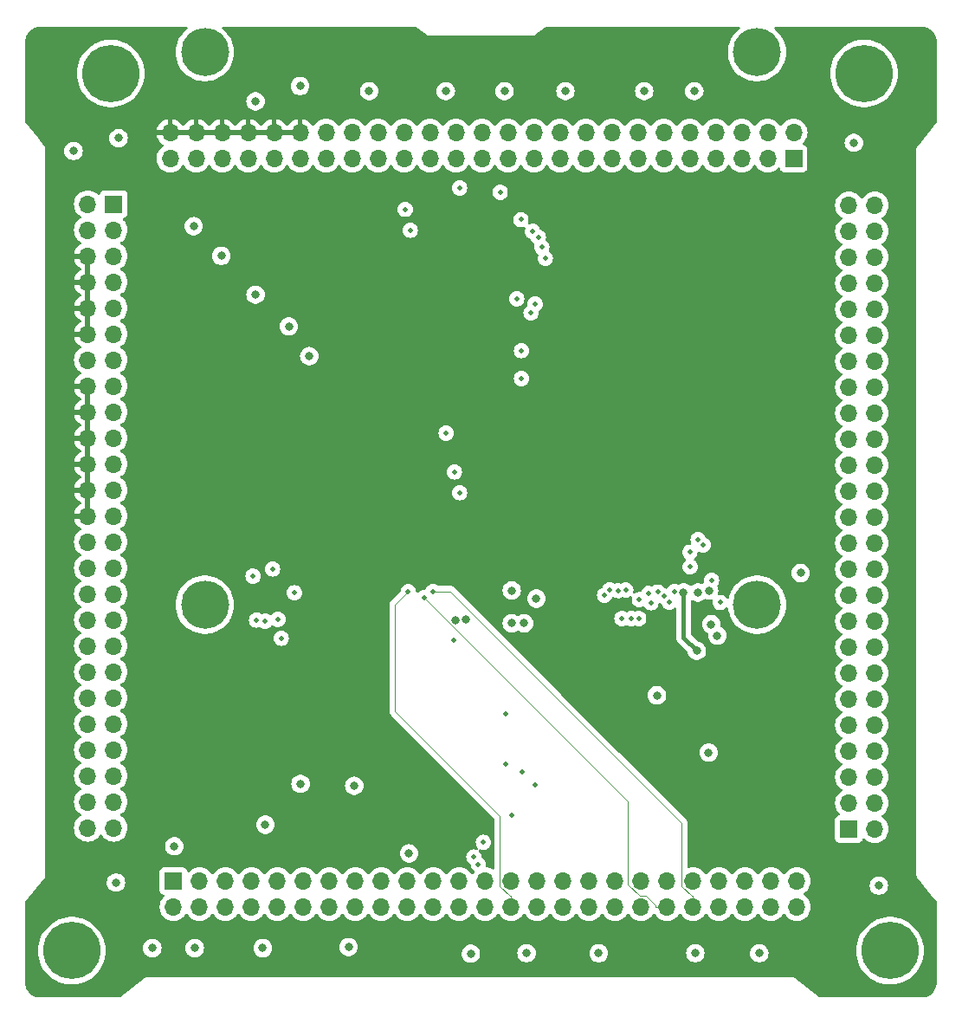
<source format=gbr>
%TF.GenerationSoftware,KiCad,Pcbnew,7.0.7*%
%TF.CreationDate,2024-02-27T20:23:58-08:00*%
%TF.ProjectId,PCBranch,50434272-616e-4636-982e-6b696361645f,rev?*%
%TF.SameCoordinates,Original*%
%TF.FileFunction,Copper,L3,Inr*%
%TF.FilePolarity,Positive*%
%FSLAX46Y46*%
G04 Gerber Fmt 4.6, Leading zero omitted, Abs format (unit mm)*
G04 Created by KiCad (PCBNEW 7.0.7) date 2024-02-27 20:23:58*
%MOMM*%
%LPD*%
G01*
G04 APERTURE LIST*
%TA.AperFunction,ComponentPad*%
%ADD10C,5.600000*%
%TD*%
%TA.AperFunction,ComponentPad*%
%ADD11C,4.700000*%
%TD*%
%TA.AperFunction,ComponentPad*%
%ADD12O,1.700000X1.700000*%
%TD*%
%TA.AperFunction,ComponentPad*%
%ADD13R,1.700000X1.700000*%
%TD*%
%TA.AperFunction,ViaPad*%
%ADD14C,0.800000*%
%TD*%
%TA.AperFunction,ViaPad*%
%ADD15C,0.500000*%
%TD*%
%TA.AperFunction,Conductor*%
%ADD16C,0.090000*%
%TD*%
%TA.AperFunction,Conductor*%
%ADD17C,0.400000*%
%TD*%
G04 APERTURE END LIST*
D10*
%TO.N,GND*%
%TO.C,H5*%
X8890000Y-5080000D03*
%TD*%
%TO.N,GND*%
%TO.C,H7*%
X85090000Y-90810000D03*
%TD*%
D11*
%TO.N,GND*%
%TO.C,H3*%
X72085000Y-57000000D03*
%TD*%
D10*
%TO.N,GND*%
%TO.C,H8*%
X5080000Y-90810000D03*
%TD*%
D11*
%TO.N,GND*%
%TO.C,H2*%
X72085000Y-3000000D03*
%TD*%
%TO.N,GND*%
%TO.C,H4*%
X18085000Y-57000000D03*
%TD*%
D10*
%TO.N,GND*%
%TO.C,H6*%
X82550000Y-5080000D03*
%TD*%
D11*
%TO.N,GND*%
%TO.C,H1*%
X18085000Y-3000000D03*
%TD*%
D12*
%TO.N,VSYS*%
%TO.C,J5*%
X14700000Y-10840000D03*
%TO.N,GND*%
X14700000Y-13380000D03*
%TO.N,VSYS*%
X17240000Y-10840000D03*
%TO.N,GPIO_AD_09*%
X17240000Y-13380000D03*
%TO.N,VSYS*%
X19780000Y-10840000D03*
%TO.N,GPIO_AD_08*%
X19780000Y-13380000D03*
%TO.N,VSYS*%
X22320000Y-10840000D03*
%TO.N,GPIO_AD_07*%
X22320000Y-13380000D03*
%TO.N,VSYS*%
X24860000Y-10840000D03*
%TO.N,GPIO_AD_06*%
X24860000Y-13380000D03*
%TO.N,VSYS*%
X27400000Y-10840000D03*
%TO.N,GND*%
X27400000Y-13380000D03*
%TO.N,GPIO_EMC_B2_20*%
X29940000Y-10840000D03*
%TO.N,BT_CFG_IO_EN*%
X29940000Y-13380000D03*
%TO.N,GPIO_EMC_B2_19*%
X32480000Y-10840000D03*
%TO.N,GPIO_AD_04*%
X32480000Y-13380000D03*
%TO.N,GPIO_EMC_B2_18*%
X35020000Y-10840000D03*
%TO.N,GPIO_AD_03*%
X35020000Y-13380000D03*
%TO.N,GPIO_EMC_B2_17*%
X37560000Y-10840000D03*
%TO.N,GPIO_AD_02*%
X37560000Y-13380000D03*
%TO.N,GPIO_EMC_B2_16*%
X40100000Y-10840000D03*
%TO.N,GND*%
X40100000Y-13380000D03*
%TO.N,GPIO_EMC_B2_15*%
X42640000Y-10840000D03*
%TO.N,GPIO_AD_01*%
X42640000Y-13380000D03*
%TO.N,GND*%
X45180000Y-10840000D03*
%TO.N,GPIO_AD_00*%
X45180000Y-13380000D03*
%TO.N,GPIO_EMC_B2_14*%
X47720000Y-10840000D03*
%TO.N,GPIO_LPSR_09*%
X47720000Y-13380000D03*
%TO.N,GPIO_EMC_B2_13*%
X50260000Y-10840000D03*
%TO.N,GPIO_LPSR_08*%
X50260000Y-13380000D03*
%TO.N,GPIO_EMC_B2_12*%
X52800000Y-10840000D03*
%TO.N,GND*%
X52800000Y-13380000D03*
%TO.N,GPIO_EMC_B2_11*%
X55340000Y-10840000D03*
%TO.N,GPIO_LPSR_07*%
X55340000Y-13380000D03*
%TO.N,GPIO_EMC_B2_10*%
X57880000Y-10840000D03*
%TO.N,GPIO_LPSR_06*%
X57880000Y-13380000D03*
%TO.N,GND*%
X60420000Y-10840000D03*
%TO.N,GPIO_LPSR_05*%
X60420000Y-13380000D03*
%TO.N,GPIO_EMC_B2_09*%
X62960000Y-10840000D03*
%TO.N,GPIO_LPSR_04*%
X62960000Y-13380000D03*
%TO.N,GPIO_EMC_B2_08*%
X65500000Y-10840000D03*
%TO.N,GND*%
X65500000Y-13380000D03*
%TO.N,GPIO_EMC_B2_07*%
X68040000Y-10840000D03*
%TO.N,GPIO_LPSR_03*%
X68040000Y-13380000D03*
%TO.N,GPIO_EMC_B2_06*%
X70580000Y-10840000D03*
%TO.N,GPIO_LPSR_02*%
X70580000Y-13380000D03*
%TO.N,GPIO_EMC_B2_05*%
X73120000Y-10840000D03*
%TO.N,GPIO_LPSR_01*%
X73120000Y-13380000D03*
%TO.N,GND*%
X75660000Y-10840000D03*
D13*
%TO.N,GPIO_LPSR_00*%
X75660000Y-13380000D03*
%TD*%
D12*
%TO.N,GPIO_AD_23*%
%TO.C,J4*%
X6640000Y-78800000D03*
%TO.N,VDD_3V3_LP*%
X9180000Y-78800000D03*
%TO.N,GPIO_AD_22*%
X6640000Y-76260000D03*
%TO.N,VDD_3V3_LP*%
X9180000Y-76260000D03*
%TO.N,LPUART1_RX_BOOT*%
X6640000Y-73720000D03*
%TO.N,VDD_3V3_LP*%
X9180000Y-73720000D03*
%TO.N,GPIO_AD_26*%
X6640000Y-71180000D03*
%TO.N,VDD_3V3_LP*%
X9180000Y-71180000D03*
%TO.N,GND*%
X6640000Y-68640000D03*
X9180000Y-68640000D03*
%TO.N,GPIO_AD_35*%
X6640000Y-66100000D03*
%TO.N,GPIO_AD_27*%
X9180000Y-66100000D03*
%TO.N,GPIO_AD_34*%
X6640000Y-63560000D03*
%TO.N,GPIO_AD_28*%
X9180000Y-63560000D03*
%TO.N,GPIO_AD_33*%
X6640000Y-61020000D03*
%TO.N,GPIO_AD_29*%
X9180000Y-61020000D03*
%TO.N,GPIO_AD_32*%
X6640000Y-58480000D03*
%TO.N,GPIO_AD_30*%
X9180000Y-58480000D03*
%TO.N,GPIO_AD_31*%
X6640000Y-55940000D03*
%TO.N,GND*%
X9180000Y-55940000D03*
X6640000Y-53400000D03*
%TO.N,GPIO_AD_21*%
X9180000Y-53400000D03*
%TO.N,GND*%
X6640000Y-50860000D03*
%TO.N,GPIO_AD_20*%
X9180000Y-50860000D03*
%TO.N,VSYS*%
X6640000Y-48320000D03*
%TO.N,GPIO_AD_19*%
X9180000Y-48320000D03*
%TO.N,VSYS*%
X6640000Y-45780000D03*
%TO.N,GPIO_AD_18*%
X9180000Y-45780000D03*
%TO.N,VSYS*%
X6640000Y-43240000D03*
%TO.N,GND*%
X9180000Y-43240000D03*
%TO.N,VSYS*%
X6640000Y-40700000D03*
%TO.N,GPIO_AD_17*%
X9180000Y-40700000D03*
%TO.N,VSYS*%
X6640000Y-38160000D03*
%TO.N,GPIO_AD_16*%
X9180000Y-38160000D03*
%TO.N,VSYS*%
X6640000Y-35620000D03*
%TO.N,GPIO_AD_15*%
X9180000Y-35620000D03*
%TO.N,GND*%
X6640000Y-33080000D03*
%TO.N,GPIO_AD_14*%
X9180000Y-33080000D03*
%TO.N,VSYS*%
X6640000Y-30540000D03*
%TO.N,GND*%
X9180000Y-30540000D03*
%TO.N,VSYS*%
X6640000Y-28000000D03*
%TO.N,GPIO_AD_13*%
X9180000Y-28000000D03*
%TO.N,VSYS*%
X6640000Y-25460000D03*
%TO.N,GPIO_AD_12*%
X9180000Y-25460000D03*
%TO.N,VSYS*%
X6640000Y-22920000D03*
%TO.N,GPIO_AD_11*%
X9180000Y-22920000D03*
%TO.N,GND*%
X6640000Y-20380000D03*
%TO.N,GPIO_AD_10*%
X9180000Y-20380000D03*
%TO.N,GND*%
X6640000Y-17840000D03*
D13*
X9180000Y-17840000D03*
%TD*%
D12*
%TO.N,GPIO_DISP_B2_01*%
%TO.C,J6*%
X83600000Y-17960000D03*
%TO.N,GPIO_EMC_B2_04*%
X81060000Y-17960000D03*
%TO.N,GPIO_DISP_B2_00*%
X83600000Y-20500000D03*
%TO.N,GPIO_EMC_B2_03*%
X81060000Y-20500000D03*
%TO.N,GND*%
X83600000Y-23040000D03*
%TO.N,GPIO_EMC_B2_02*%
X81060000Y-23040000D03*
%TO.N,GPIO_DISP_B1_11*%
X83600000Y-25580000D03*
%TO.N,GPIO_EMC_B2_01*%
X81060000Y-25580000D03*
%TO.N,GPIO_DISP_B1_10*%
X83600000Y-28120000D03*
%TO.N,GPIO_EMC_B2_00*%
X81060000Y-28120000D03*
%TO.N,GPIO_DISP_B1_09*%
X83600000Y-30660000D03*
%TO.N,GND*%
X81060000Y-30660000D03*
%TO.N,GPIO_DISP_B1_08*%
X83600000Y-33200000D03*
%TO.N,GPIO_SNVS_09*%
X81060000Y-33200000D03*
%TO.N,GPIO_DISP_B1_07*%
X83600000Y-35740000D03*
%TO.N,GPIO_SNVS_08*%
X81060000Y-35740000D03*
%TO.N,GPIO_DISP_B1_06*%
X83600000Y-38280000D03*
%TO.N,GPIO_SNVS_07*%
X81060000Y-38280000D03*
%TO.N,GND*%
X83600000Y-40820000D03*
%TO.N,GPIO_SNVS_06*%
X81060000Y-40820000D03*
%TO.N,GPIO_DISP_B1_05*%
X83600000Y-43360000D03*
%TO.N,GPIO_SNVS_05*%
X81060000Y-43360000D03*
%TO.N,GPIO_DISP_B1_04*%
X83600000Y-45900000D03*
%TO.N,GND*%
X81060000Y-45900000D03*
%TO.N,GPIO_DISP_B1_03*%
X83600000Y-48440000D03*
%TO.N,GPIO_SNVS_04*%
X81060000Y-48440000D03*
%TO.N,GPIO_DISP_B1_02*%
X83600000Y-50980000D03*
%TO.N,GPIO_SNVS_03*%
X81060000Y-50980000D03*
%TO.N,GPIO_DISP_B1_01*%
X83600000Y-53520000D03*
%TO.N,GPIO_SNVS_02*%
X81060000Y-53520000D03*
%TO.N,GPIO_DISP_B1_00*%
X83600000Y-56060000D03*
%TO.N,GPIO_SNVS_01*%
X81060000Y-56060000D03*
%TO.N,GND*%
X83600000Y-58600000D03*
%TO.N,GPIO_SNVS_00*%
X81060000Y-58600000D03*
%TO.N,VDD_3V3*%
X83600000Y-61140000D03*
X81060000Y-61140000D03*
X83600000Y-63680000D03*
X81060000Y-63680000D03*
X83600000Y-66220000D03*
X81060000Y-66220000D03*
X83600000Y-68760000D03*
X81060000Y-68760000D03*
%TO.N,VDD_1V8*%
X83600000Y-71300000D03*
X81060000Y-71300000D03*
X83600000Y-73840000D03*
X81060000Y-73840000D03*
X83600000Y-76380000D03*
X81060000Y-76380000D03*
X83600000Y-78920000D03*
D13*
X81060000Y-78920000D03*
%TD*%
D12*
%TO.N,Net-(J7-Pin_2)*%
%TO.C,J7*%
X75980000Y-86540000D03*
%TO.N,GPIO_DISP_B2_02*%
X75980000Y-84000000D03*
%TO.N,Net-(J7-Pin_2)*%
X73440000Y-86540000D03*
%TO.N,GPIO_DISP_B2_03*%
X73440000Y-84000000D03*
%TO.N,ONOFF*%
X70900000Y-86540000D03*
%TO.N,GPIO_DISP_B2_04*%
X70900000Y-84000000D03*
%TO.N,PMIC_STBY_REQ*%
X68360000Y-86540000D03*
%TO.N,GPIO_DISP_B2_05*%
X68360000Y-84000000D03*
%TO.N,WAKEUP*%
X65820000Y-86540000D03*
%TO.N,GND*%
X65820000Y-84000000D03*
%TO.N,PMIC_ON_REQ*%
X63280000Y-86540000D03*
%TO.N,GPIO_DISP_B2_06*%
X63280000Y-84000000D03*
%TO.N,DAC_OUT*%
X60740000Y-86540000D03*
%TO.N,GPIO_DISP_B2_07*%
X60740000Y-84000000D03*
%TO.N,EN_ADCS*%
X58200000Y-86540000D03*
%TO.N,GPIO_DISP_B2_08*%
X58200000Y-84000000D03*
%TO.N,Net-(J7-Pin_2)*%
X55660000Y-86540000D03*
%TO.N,GPIO_DISP_B2_09*%
X55660000Y-84000000D03*
%TO.N,GPIO_SD_B1_00*%
X53120000Y-86540000D03*
%TO.N,GPIO_DISP_B2_10*%
X53120000Y-84000000D03*
%TO.N,GPIO_SD_B1_01*%
X50580000Y-86540000D03*
%TO.N,GND*%
X50580000Y-84000000D03*
%TO.N,GPIO_SD_B1_03*%
X48040000Y-86540000D03*
%TO.N,GPIO_DISP_B2_11*%
X48040000Y-84000000D03*
%TO.N,GPIO_SD_B1_04*%
X45500000Y-86540000D03*
%TO.N,GPIO_DISP_B2_12*%
X45500000Y-84000000D03*
%TO.N,GPIO_SD_B1_05*%
X42960000Y-86540000D03*
%TO.N,GPIO_DISP_B2_13*%
X42960000Y-84000000D03*
%TO.N,Net-(J7-Pin_2)*%
X40420000Y-86540000D03*
%TO.N,GPIO_DISP_B2_14*%
X40420000Y-84000000D03*
%TO.N,USDHC2_DATA3*%
X37880000Y-86540000D03*
%TO.N,GPIO_DISP_B2_15*%
X37880000Y-84000000D03*
%TO.N,USDHC2_DATA2*%
X35340000Y-86540000D03*
%TO.N,GND*%
X35340000Y-84000000D03*
%TO.N,USDHC2_DATA1*%
X32800000Y-86540000D03*
%TO.N,unconnected-(J7-Pin_15-Pad15)*%
X32800000Y-84000000D03*
%TO.N,USDHC2_DATA0*%
X30260000Y-86540000D03*
%TO.N,unconnected-(J7-Pin_13-Pad13)*%
X30260000Y-84000000D03*
%TO.N,USDHC2_CLK*%
X27720000Y-86540000D03*
%TO.N,GND*%
X27720000Y-84000000D03*
%TO.N,USDHC2_CMD*%
X25180000Y-86540000D03*
%TO.N,unconnected-(J7-Pin_9-Pad9)*%
X25180000Y-84000000D03*
%TO.N,Net-(J7-Pin_2)*%
X22640000Y-86540000D03*
%TO.N,unconnected-(J7-Pin_7-Pad7)*%
X22640000Y-84000000D03*
%TO.N,GPIO_EMC_B1_40*%
X20100000Y-86540000D03*
%TO.N,GND*%
X20100000Y-84000000D03*
%TO.N,GPIO_EMC_B1_41*%
X17560000Y-86540000D03*
%TO.N,unconnected-(J7-Pin_3-Pad3)*%
X17560000Y-84000000D03*
%TO.N,Net-(J7-Pin_2)*%
X15020000Y-86540000D03*
D13*
%TO.N,unconnected-(J7-Pin_1-Pad1)*%
X15020000Y-84000000D03*
%TD*%
D14*
%TO.N,GND*%
X5250000Y-12650000D03*
X76350000Y-53900000D03*
X62300000Y-65850000D03*
X67350000Y-71450000D03*
X84000000Y-84450000D03*
X72300000Y-91050000D03*
X66050000Y-91050000D03*
X56600000Y-91050000D03*
X49550000Y-91050000D03*
X44100000Y-91100000D03*
X12950000Y-90550000D03*
X17100000Y-90550000D03*
X23750000Y-90550000D03*
X32150000Y-90450000D03*
X32700000Y-74700000D03*
X38050000Y-81300000D03*
X27450000Y-74500000D03*
X24000000Y-78500000D03*
X15100000Y-80600000D03*
X9400000Y-84150000D03*
X23050000Y-7800000D03*
X9650000Y-11400000D03*
X81550000Y-11850000D03*
X65950000Y-6800000D03*
X61050000Y-6800000D03*
X53350000Y-6800000D03*
X47400000Y-6800000D03*
X41650000Y-6800000D03*
X34150000Y-6800000D03*
X27400000Y-6300000D03*
X28300000Y-32700000D03*
X26300000Y-29800000D03*
X23050000Y-26700000D03*
X19700000Y-22900000D03*
X17000000Y-20000000D03*
D15*
%TO.N,GPIO_DISP_B1_04*%
X61700000Y-56800000D03*
D14*
%TO.N,VSYS*%
X72100000Y-36400000D03*
X68900000Y-33300000D03*
X68900000Y-39700000D03*
X74000000Y-33300000D03*
X70800000Y-36400000D03*
X69500000Y-36400000D03*
X70200000Y-33300000D03*
X72700000Y-39700000D03*
X73400000Y-36400000D03*
X72700000Y-33300000D03*
X74000000Y-39700000D03*
X71500000Y-33300000D03*
X71500000Y-39700000D03*
X70200000Y-39700000D03*
D15*
%TO.N,GPIO_LPSR_00*%
X42990400Y-46048000D03*
D14*
%TO.N,VDD_3V3*%
X67400000Y-55600000D03*
X66300000Y-55800000D03*
X43600000Y-58400000D03*
X68200000Y-60000000D03*
X42621581Y-58478419D03*
X67600000Y-58900000D03*
D15*
%TO.N,GPIO_LPSR_01*%
X42485000Y-44015000D03*
%TO.N,GPIO_LPSR_02*%
X49061300Y-34898700D03*
%TO.N,ONOFF*%
X42435600Y-60471600D03*
%TO.N,GPIO_LPSR_03*%
X41685000Y-40233000D03*
%TO.N,PMIC_STBY_REQ*%
X47528800Y-67655100D03*
%TO.N,WAKEUP*%
X40403800Y-55690400D03*
%TO.N,GPIO_LPSR_04*%
X48584800Y-27098100D03*
%TO.N,PMIC_ON_REQ*%
X39510000Y-56278300D03*
%TO.N,GPIO_LPSR_05*%
X50700400Y-21078000D03*
%TO.N,DAC_OUT*%
X47502700Y-72556900D03*
%TO.N,GPIO_LPSR_06*%
X50126100Y-20503700D03*
%TO.N,EN_ADCS*%
X48072100Y-77526700D03*
%TO.N,GPIO_LPSR_07*%
X48990300Y-19358100D03*
%TO.N,GPIO_SD_B1_00*%
X45322300Y-80210700D03*
%TO.N,GPIO_LPSR_08*%
X46958300Y-16681700D03*
%TO.N,GPIO_SD_B1_01*%
X44399400Y-81654300D03*
%TO.N,GPIO_SD_B1_03*%
X37980900Y-55688800D03*
%TO.N,GPIO_AD_00*%
X38171000Y-20389000D03*
%TO.N,GPIO_AD_01*%
X37673200Y-18346900D03*
%TO.N,GPIO_AD_31*%
X26848800Y-55834700D03*
%TO.N,GPIO_AD_32*%
X25222700Y-58423000D03*
%TO.N,GPIO_AD_33*%
X25546300Y-60263400D03*
%TO.N,GPIO_AD_34*%
X23994600Y-58607800D03*
%TO.N,GPIO_AD_35*%
X23149200Y-58491600D03*
D14*
%TO.N,VDD_1V8*%
X64900000Y-55800000D03*
X66200000Y-61500000D03*
D15*
%TO.N,GPIO_SNVS_00*%
X63999665Y-55699665D03*
%TO.N,GPIO_SNVS_01*%
X67637500Y-54598600D03*
%TO.N,GPIO_DISP_B1_00*%
X63491700Y-56736400D03*
%TO.N,GPIO_SNVS_02*%
X65550500Y-53302800D03*
%TO.N,GPIO_DISP_B1_01*%
X62983300Y-56150200D03*
%TO.N,GPIO_SNVS_03*%
X65506900Y-51867500D03*
%TO.N,GPIO_DISP_B1_02*%
X62367700Y-55762800D03*
%TO.N,GPIO_SNVS_04*%
X66801800Y-51151800D03*
%TO.N,GPIO_DISP_B1_03*%
X61500000Y-55900000D03*
%TO.N,GPIO_DISP_B1_04*%
X68479800Y-56779800D03*
%TO.N,GPIO_SNVS_05*%
X66327400Y-50620300D03*
%TO.N,GPIO_DISP_B1_05*%
X60584500Y-56511855D03*
%TO.N,GPIO_DISP_B1_06*%
X60504900Y-58351800D03*
%TO.N,GPIO_DISP_B1_07*%
X59797500Y-58348200D03*
%TO.N,GPIO_DISP_B1_09*%
X59241400Y-55562700D03*
%TO.N,GPIO_DISP_B1_10*%
X58885000Y-58352000D03*
%TO.N,GPIO_DISP_B1_11*%
X58485000Y-55616500D03*
%TO.N,GPIO_DISP_B2_00*%
X57685000Y-55559200D03*
%TO.N,GPIO_DISP_B2_01*%
X57185900Y-56052800D03*
%TO.N,GPIO_DISP_B2_13*%
X44830200Y-82352000D03*
%TO.N,GPIO_EMC_B2_16*%
X51383500Y-23133200D03*
X42992500Y-16272700D03*
%TO.N,GPIO_DISP_B2_14*%
X50408100Y-74633800D03*
%TO.N,GPIO_EMC_B2_17*%
X51026400Y-22066700D03*
%TO.N,GPIO_DISP_B2_15*%
X49105500Y-73314700D03*
%TO.N,GPIO_EMC_B2_18*%
X50385100Y-27602700D03*
%TO.N,GPIO_EMC_B2_19*%
X49979700Y-28469700D03*
%TO.N,GPIO_EMC_B2_20*%
X49047400Y-32161800D03*
%TO.N,GND*%
X22800000Y-54200000D03*
X24700000Y-53500000D03*
D14*
X50500000Y-56400000D03*
X48100000Y-58800000D03*
X48100000Y-55600000D03*
X49300000Y-58800000D03*
%TD*%
D16*
%TO.N,WAKEUP*%
X65820000Y-86540000D02*
X65820000Y-85443100D01*
X64723100Y-78323100D02*
X42090400Y-55690400D01*
X42090400Y-55690400D02*
X40403800Y-55690400D01*
X65820000Y-85443100D02*
X65682800Y-85443100D01*
X64723100Y-84483400D02*
X64723100Y-78323100D01*
X65682800Y-85443100D02*
X64723100Y-84483400D01*
%TO.N,PMIC_ON_REQ*%
X59470000Y-84302800D02*
X59470000Y-76238300D01*
X62183100Y-86540000D02*
X62183100Y-86402800D01*
X61223400Y-85443100D02*
X60610300Y-85443100D01*
X63280000Y-86540000D02*
X62183100Y-86540000D01*
X59470000Y-76238300D02*
X39510000Y-56278300D01*
X62183100Y-86402800D02*
X61223400Y-85443100D01*
X60610300Y-85443100D02*
X59470000Y-84302800D01*
%TO.N,GPIO_SD_B1_03*%
X36692000Y-67379700D02*
X36692000Y-56977700D01*
X46943100Y-84483400D02*
X46943100Y-77630800D01*
X47902800Y-85443100D02*
X46943100Y-84483400D01*
X36692000Y-56977700D02*
X37980900Y-55688800D01*
X46943100Y-77630800D02*
X36692000Y-67379700D01*
X48040000Y-86540000D02*
X48040000Y-85443100D01*
X48040000Y-85443100D02*
X47902800Y-85443100D01*
D17*
%TO.N,VDD_1V8*%
X64900000Y-60200000D02*
X66200000Y-61500000D01*
X64900000Y-55800000D02*
X64900000Y-60200000D01*
%TD*%
%TA.AperFunction,Conductor*%
%TO.N,VSYS*%
G36*
X6817512Y-46279507D02*
G01*
X6870315Y-46325262D01*
X6890000Y-46392301D01*
X6890000Y-47707698D01*
X6870315Y-47774737D01*
X6817511Y-47820492D01*
X6748355Y-47830436D01*
X6675766Y-47820000D01*
X6675763Y-47820000D01*
X6604237Y-47820000D01*
X6604233Y-47820000D01*
X6531645Y-47830436D01*
X6462487Y-47820492D01*
X6409684Y-47774736D01*
X6390000Y-47707698D01*
X6390000Y-46392301D01*
X6409685Y-46325262D01*
X6462489Y-46279507D01*
X6531647Y-46269563D01*
X6604237Y-46280000D01*
X6604238Y-46280000D01*
X6675762Y-46280000D01*
X6675763Y-46280000D01*
X6748353Y-46269563D01*
X6817512Y-46279507D01*
G37*
%TD.AperFunction*%
%TA.AperFunction,Conductor*%
G36*
X6817512Y-43739507D02*
G01*
X6870315Y-43785262D01*
X6890000Y-43852301D01*
X6890000Y-45167698D01*
X6870315Y-45234737D01*
X6817511Y-45280492D01*
X6748355Y-45290436D01*
X6675766Y-45280000D01*
X6675763Y-45280000D01*
X6604237Y-45280000D01*
X6604233Y-45280000D01*
X6531645Y-45290436D01*
X6462487Y-45280492D01*
X6409684Y-45234736D01*
X6390000Y-45167698D01*
X6390000Y-43852301D01*
X6409685Y-43785262D01*
X6462489Y-43739507D01*
X6531647Y-43729563D01*
X6604237Y-43740000D01*
X6604238Y-43740000D01*
X6675762Y-43740000D01*
X6675763Y-43740000D01*
X6748353Y-43729563D01*
X6817512Y-43739507D01*
G37*
%TD.AperFunction*%
%TA.AperFunction,Conductor*%
G36*
X6817512Y-41199507D02*
G01*
X6870315Y-41245262D01*
X6890000Y-41312301D01*
X6890000Y-42627698D01*
X6870315Y-42694737D01*
X6817511Y-42740492D01*
X6748355Y-42750436D01*
X6675766Y-42740000D01*
X6675763Y-42740000D01*
X6604237Y-42740000D01*
X6604233Y-42740000D01*
X6531645Y-42750436D01*
X6462487Y-42740492D01*
X6409684Y-42694736D01*
X6390000Y-42627698D01*
X6390000Y-41312301D01*
X6409685Y-41245262D01*
X6462489Y-41199507D01*
X6531647Y-41189563D01*
X6604237Y-41200000D01*
X6604238Y-41200000D01*
X6675762Y-41200000D01*
X6675763Y-41200000D01*
X6748353Y-41189563D01*
X6817512Y-41199507D01*
G37*
%TD.AperFunction*%
%TA.AperFunction,Conductor*%
G36*
X6817512Y-38659507D02*
G01*
X6870315Y-38705262D01*
X6890000Y-38772301D01*
X6890000Y-40087698D01*
X6870315Y-40154737D01*
X6817511Y-40200492D01*
X6748355Y-40210436D01*
X6675766Y-40200000D01*
X6675763Y-40200000D01*
X6604237Y-40200000D01*
X6604233Y-40200000D01*
X6531645Y-40210436D01*
X6462487Y-40200492D01*
X6409684Y-40154736D01*
X6390000Y-40087698D01*
X6390000Y-38772301D01*
X6409685Y-38705262D01*
X6462489Y-38659507D01*
X6531647Y-38649563D01*
X6604237Y-38660000D01*
X6604238Y-38660000D01*
X6675762Y-38660000D01*
X6675763Y-38660000D01*
X6748353Y-38649563D01*
X6817512Y-38659507D01*
G37*
%TD.AperFunction*%
%TA.AperFunction,Conductor*%
G36*
X6817512Y-36119507D02*
G01*
X6870315Y-36165262D01*
X6890000Y-36232301D01*
X6890000Y-37547698D01*
X6870315Y-37614737D01*
X6817511Y-37660492D01*
X6748355Y-37670436D01*
X6675766Y-37660000D01*
X6675763Y-37660000D01*
X6604237Y-37660000D01*
X6604233Y-37660000D01*
X6531645Y-37670436D01*
X6462487Y-37660492D01*
X6409684Y-37614736D01*
X6390000Y-37547698D01*
X6390000Y-36232301D01*
X6409685Y-36165262D01*
X6462489Y-36119507D01*
X6531647Y-36109563D01*
X6604237Y-36120000D01*
X6604238Y-36120000D01*
X6675762Y-36120000D01*
X6675763Y-36120000D01*
X6748353Y-36109563D01*
X6817512Y-36119507D01*
G37*
%TD.AperFunction*%
%TA.AperFunction,Conductor*%
G36*
X6817512Y-28499507D02*
G01*
X6870315Y-28545262D01*
X6890000Y-28612301D01*
X6890000Y-29927698D01*
X6870315Y-29994737D01*
X6817511Y-30040492D01*
X6748355Y-30050436D01*
X6675766Y-30040000D01*
X6675763Y-30040000D01*
X6604237Y-30040000D01*
X6604233Y-30040000D01*
X6531645Y-30050436D01*
X6462487Y-30040492D01*
X6409684Y-29994736D01*
X6390000Y-29927698D01*
X6390000Y-28612301D01*
X6409685Y-28545262D01*
X6462489Y-28499507D01*
X6531647Y-28489563D01*
X6604237Y-28500000D01*
X6604238Y-28500000D01*
X6675762Y-28500000D01*
X6675763Y-28500000D01*
X6748353Y-28489563D01*
X6817512Y-28499507D01*
G37*
%TD.AperFunction*%
%TA.AperFunction,Conductor*%
G36*
X6817512Y-25959507D02*
G01*
X6870315Y-26005262D01*
X6890000Y-26072301D01*
X6890000Y-27387698D01*
X6870315Y-27454737D01*
X6817511Y-27500492D01*
X6748355Y-27510436D01*
X6675766Y-27500000D01*
X6675763Y-27500000D01*
X6604237Y-27500000D01*
X6604233Y-27500000D01*
X6531645Y-27510436D01*
X6462487Y-27500492D01*
X6409684Y-27454736D01*
X6390000Y-27387698D01*
X6390000Y-26072301D01*
X6409685Y-26005262D01*
X6462489Y-25959507D01*
X6531647Y-25949563D01*
X6604237Y-25960000D01*
X6604238Y-25960000D01*
X6675762Y-25960000D01*
X6675763Y-25960000D01*
X6748353Y-25949563D01*
X6817512Y-25959507D01*
G37*
%TD.AperFunction*%
%TA.AperFunction,Conductor*%
G36*
X6817512Y-23419507D02*
G01*
X6870315Y-23465262D01*
X6890000Y-23532301D01*
X6890000Y-24847698D01*
X6870315Y-24914737D01*
X6817511Y-24960492D01*
X6748355Y-24970436D01*
X6675766Y-24960000D01*
X6675763Y-24960000D01*
X6604237Y-24960000D01*
X6604233Y-24960000D01*
X6531645Y-24970436D01*
X6462487Y-24960492D01*
X6409684Y-24914736D01*
X6390000Y-24847698D01*
X6390000Y-23532301D01*
X6409685Y-23465262D01*
X6462489Y-23419507D01*
X6531647Y-23409563D01*
X6604237Y-23420000D01*
X6604238Y-23420000D01*
X6675762Y-23420000D01*
X6675763Y-23420000D01*
X6748353Y-23409563D01*
X6817512Y-23419507D01*
G37*
%TD.AperFunction*%
%TA.AperFunction,Conductor*%
G36*
X16693692Y-10609685D02*
G01*
X16739447Y-10662489D01*
X16749391Y-10731647D01*
X16745631Y-10748933D01*
X16740000Y-10768111D01*
X16740000Y-10911888D01*
X16745631Y-10931067D01*
X16745630Y-11000936D01*
X16707855Y-11059714D01*
X16644299Y-11088738D01*
X16626653Y-11090000D01*
X15313347Y-11090000D01*
X15246308Y-11070315D01*
X15200553Y-11017511D01*
X15190609Y-10948353D01*
X15194369Y-10931067D01*
X15200000Y-10911888D01*
X15200000Y-10768111D01*
X15194369Y-10748933D01*
X15194370Y-10679064D01*
X15232145Y-10620286D01*
X15295701Y-10591262D01*
X15313347Y-10590000D01*
X16626653Y-10590000D01*
X16693692Y-10609685D01*
G37*
%TD.AperFunction*%
%TA.AperFunction,Conductor*%
G36*
X19233692Y-10609685D02*
G01*
X19279447Y-10662489D01*
X19289391Y-10731647D01*
X19285631Y-10748933D01*
X19280000Y-10768111D01*
X19280000Y-10911888D01*
X19285631Y-10931067D01*
X19285630Y-11000936D01*
X19247855Y-11059714D01*
X19184299Y-11088738D01*
X19166653Y-11090000D01*
X17853347Y-11090000D01*
X17786308Y-11070315D01*
X17740553Y-11017511D01*
X17730609Y-10948353D01*
X17734369Y-10931067D01*
X17740000Y-10911888D01*
X17740000Y-10768111D01*
X17734369Y-10748933D01*
X17734370Y-10679064D01*
X17772145Y-10620286D01*
X17835701Y-10591262D01*
X17853347Y-10590000D01*
X19166653Y-10590000D01*
X19233692Y-10609685D01*
G37*
%TD.AperFunction*%
%TA.AperFunction,Conductor*%
G36*
X21773692Y-10609685D02*
G01*
X21819447Y-10662489D01*
X21829391Y-10731647D01*
X21825631Y-10748933D01*
X21820000Y-10768111D01*
X21820000Y-10911888D01*
X21825631Y-10931067D01*
X21825630Y-11000936D01*
X21787855Y-11059714D01*
X21724299Y-11088738D01*
X21706653Y-11090000D01*
X20393347Y-11090000D01*
X20326308Y-11070315D01*
X20280553Y-11017511D01*
X20270609Y-10948353D01*
X20274369Y-10931067D01*
X20280000Y-10911888D01*
X20280000Y-10768111D01*
X20274369Y-10748933D01*
X20274370Y-10679064D01*
X20312145Y-10620286D01*
X20375701Y-10591262D01*
X20393347Y-10590000D01*
X21706653Y-10590000D01*
X21773692Y-10609685D01*
G37*
%TD.AperFunction*%
%TA.AperFunction,Conductor*%
G36*
X24313692Y-10609685D02*
G01*
X24359447Y-10662489D01*
X24369391Y-10731647D01*
X24365631Y-10748933D01*
X24360000Y-10768111D01*
X24360000Y-10911888D01*
X24365631Y-10931067D01*
X24365630Y-11000936D01*
X24327855Y-11059714D01*
X24264299Y-11088738D01*
X24246653Y-11090000D01*
X22933347Y-11090000D01*
X22866308Y-11070315D01*
X22820553Y-11017511D01*
X22810609Y-10948353D01*
X22814369Y-10931067D01*
X22820000Y-10911888D01*
X22820000Y-10768111D01*
X22814369Y-10748933D01*
X22814370Y-10679064D01*
X22852145Y-10620286D01*
X22915701Y-10591262D01*
X22933347Y-10590000D01*
X24246653Y-10590000D01*
X24313692Y-10609685D01*
G37*
%TD.AperFunction*%
%TA.AperFunction,Conductor*%
G36*
X26853692Y-10609685D02*
G01*
X26899447Y-10662489D01*
X26909391Y-10731647D01*
X26905631Y-10748933D01*
X26900000Y-10768111D01*
X26900000Y-10911888D01*
X26905631Y-10931067D01*
X26905630Y-11000936D01*
X26867855Y-11059714D01*
X26804299Y-11088738D01*
X26786653Y-11090000D01*
X25473347Y-11090000D01*
X25406308Y-11070315D01*
X25360553Y-11017511D01*
X25350609Y-10948353D01*
X25354369Y-10931067D01*
X25360000Y-10911888D01*
X25360000Y-10768111D01*
X25354369Y-10748933D01*
X25354370Y-10679064D01*
X25392145Y-10620286D01*
X25455701Y-10591262D01*
X25473347Y-10590000D01*
X26786653Y-10590000D01*
X26853692Y-10609685D01*
G37*
%TD.AperFunction*%
%TA.AperFunction,Conductor*%
G36*
X16355549Y-520185D02*
G01*
X16401304Y-572989D01*
X16411248Y-642147D01*
X16382223Y-705703D01*
X16368216Y-719489D01*
X16339178Y-743855D01*
X16125553Y-923107D01*
X15897690Y-1164629D01*
X15897687Y-1164632D01*
X15897685Y-1164635D01*
X15897678Y-1164643D01*
X15699406Y-1430968D01*
X15533385Y-1718525D01*
X15533379Y-1718538D01*
X15401866Y-2023419D01*
X15306634Y-2341518D01*
X15306631Y-2341532D01*
X15248977Y-2668504D01*
X15248976Y-2668515D01*
X15229669Y-2999996D01*
X15229669Y-3000003D01*
X15248976Y-3331484D01*
X15248977Y-3331495D01*
X15306631Y-3658467D01*
X15306634Y-3658481D01*
X15401866Y-3976580D01*
X15533379Y-4281461D01*
X15533385Y-4281474D01*
X15699406Y-4569031D01*
X15897678Y-4835356D01*
X15897683Y-4835362D01*
X15897690Y-4835371D01*
X16125553Y-5076893D01*
X16309689Y-5231400D01*
X16379912Y-5290325D01*
X16379920Y-5290331D01*
X16657330Y-5472787D01*
X16657334Y-5472789D01*
X16954061Y-5621811D01*
X17266082Y-5735377D01*
X17266088Y-5735378D01*
X17266090Y-5735379D01*
X17589161Y-5811949D01*
X17589168Y-5811950D01*
X17589177Y-5811952D01*
X17918977Y-5850500D01*
X17918984Y-5850500D01*
X18251016Y-5850500D01*
X18251023Y-5850500D01*
X18580823Y-5811952D01*
X18580832Y-5811949D01*
X18580838Y-5811949D01*
X18841445Y-5750183D01*
X18903918Y-5735377D01*
X19215939Y-5621811D01*
X19512666Y-5472789D01*
X19790085Y-5290327D01*
X20044447Y-5076893D01*
X20272310Y-4835371D01*
X20470594Y-4569030D01*
X20636617Y-4281470D01*
X20768133Y-3976581D01*
X20863365Y-3658485D01*
X20921024Y-3331484D01*
X20940331Y-3000000D01*
X20921024Y-2668516D01*
X20902027Y-2560781D01*
X20863368Y-2341532D01*
X20863367Y-2341531D01*
X20863365Y-2341515D01*
X20768133Y-2023419D01*
X20636617Y-1718530D01*
X20470594Y-1430970D01*
X20447910Y-1400500D01*
X20272321Y-1164643D01*
X20272314Y-1164635D01*
X20272310Y-1164629D01*
X20044447Y-923107D01*
X19830822Y-743855D01*
X19801784Y-719489D01*
X19763082Y-661318D01*
X19761974Y-591457D01*
X19798811Y-532087D01*
X19861898Y-502058D01*
X19881490Y-500500D01*
X38607427Y-500500D01*
X38674466Y-520185D01*
X38678749Y-523064D01*
X39773824Y-1293042D01*
X39778767Y-1296905D01*
X39811621Y-1325372D01*
X39811627Y-1325377D01*
X39867600Y-1350939D01*
X39895039Y-1364878D01*
X39922477Y-1378817D01*
X39930876Y-1381668D01*
X39930755Y-1382022D01*
X39933928Y-1383026D01*
X39934034Y-1382666D01*
X39942537Y-1385162D01*
X39942543Y-1385165D01*
X39988233Y-1391733D01*
X40003462Y-1393923D01*
X40012973Y-1395697D01*
X40063960Y-1405209D01*
X40107222Y-1400816D01*
X40113486Y-1400500D01*
X50057567Y-1400500D01*
X50063588Y-1400793D01*
X50107907Y-1405127D01*
X50166077Y-1394052D01*
X50168823Y-1393594D01*
X50227457Y-1385165D01*
X50235968Y-1382666D01*
X50236028Y-1382870D01*
X50240971Y-1381296D01*
X50240902Y-1381094D01*
X50249283Y-1378214D01*
X50249290Y-1378213D01*
X50302018Y-1351181D01*
X50304489Y-1349984D01*
X50358373Y-1325377D01*
X50392031Y-1296211D01*
X50396757Y-1292503D01*
X51317147Y-640259D01*
X51482149Y-523329D01*
X51548228Y-500627D01*
X51553845Y-500500D01*
X70288510Y-500500D01*
X70355549Y-520185D01*
X70401304Y-572989D01*
X70411248Y-642147D01*
X70382223Y-705703D01*
X70368216Y-719489D01*
X70339178Y-743855D01*
X70125553Y-923107D01*
X69897690Y-1164629D01*
X69897687Y-1164632D01*
X69897685Y-1164635D01*
X69897678Y-1164643D01*
X69699406Y-1430968D01*
X69533385Y-1718525D01*
X69533379Y-1718538D01*
X69401866Y-2023419D01*
X69306634Y-2341518D01*
X69306631Y-2341532D01*
X69248977Y-2668504D01*
X69248976Y-2668515D01*
X69229669Y-2999996D01*
X69229669Y-3000003D01*
X69248976Y-3331484D01*
X69248977Y-3331495D01*
X69306631Y-3658467D01*
X69306634Y-3658481D01*
X69401866Y-3976580D01*
X69533379Y-4281461D01*
X69533385Y-4281474D01*
X69699406Y-4569031D01*
X69897678Y-4835356D01*
X69897683Y-4835362D01*
X69897690Y-4835371D01*
X70125553Y-5076893D01*
X70309689Y-5231400D01*
X70379912Y-5290325D01*
X70379920Y-5290331D01*
X70657330Y-5472787D01*
X70657334Y-5472789D01*
X70954061Y-5621811D01*
X71266082Y-5735377D01*
X71266088Y-5735378D01*
X71266090Y-5735379D01*
X71589161Y-5811949D01*
X71589168Y-5811950D01*
X71589177Y-5811952D01*
X71918977Y-5850500D01*
X71918984Y-5850500D01*
X72251016Y-5850500D01*
X72251023Y-5850500D01*
X72580823Y-5811952D01*
X72580832Y-5811949D01*
X72580838Y-5811949D01*
X72841445Y-5750183D01*
X72903918Y-5735377D01*
X73215939Y-5621811D01*
X73512666Y-5472789D01*
X73790085Y-5290327D01*
X74040742Y-5080002D01*
X79244652Y-5080002D01*
X79264028Y-5437368D01*
X79264029Y-5437385D01*
X79321926Y-5790539D01*
X79321932Y-5790565D01*
X79417672Y-6135392D01*
X79417674Y-6135399D01*
X79550142Y-6467870D01*
X79550151Y-6467888D01*
X79717784Y-6784077D01*
X79717787Y-6784082D01*
X79717789Y-6784085D01*
X79856222Y-6988259D01*
X79918634Y-7080309D01*
X79918641Y-7080319D01*
X80132603Y-7332214D01*
X80150332Y-7353086D01*
X80410163Y-7599211D01*
X80695081Y-7815800D01*
X81001747Y-8000315D01*
X81001749Y-8000316D01*
X81001751Y-8000317D01*
X81001755Y-8000319D01*
X81326552Y-8150585D01*
X81326565Y-8150591D01*
X81665726Y-8264868D01*
X82015254Y-8341805D01*
X82371052Y-8380500D01*
X82371058Y-8380500D01*
X82728942Y-8380500D01*
X82728948Y-8380500D01*
X83084746Y-8341805D01*
X83434274Y-8264868D01*
X83773435Y-8150591D01*
X84098253Y-8000315D01*
X84404919Y-7815800D01*
X84689837Y-7599211D01*
X84949668Y-7353086D01*
X85181365Y-7080311D01*
X85382211Y-6784085D01*
X85549853Y-6467880D01*
X85682324Y-6135403D01*
X85778071Y-5790552D01*
X85823106Y-5515849D01*
X85835970Y-5437385D01*
X85835970Y-5437382D01*
X85835972Y-5437371D01*
X85855348Y-5080000D01*
X85835972Y-4722629D01*
X85778071Y-4369448D01*
X85682324Y-4024597D01*
X85549853Y-3692120D01*
X85382211Y-3375915D01*
X85181365Y-3079689D01*
X85181361Y-3079684D01*
X85181358Y-3079680D01*
X84949668Y-2806914D01*
X84949668Y-2806913D01*
X84689837Y-2560789D01*
X84689830Y-2560783D01*
X84689827Y-2560781D01*
X84622245Y-2509407D01*
X84404919Y-2344200D01*
X84098253Y-2159685D01*
X84098252Y-2159684D01*
X84098248Y-2159682D01*
X84098244Y-2159680D01*
X83773447Y-2009414D01*
X83773441Y-2009411D01*
X83773435Y-2009409D01*
X83603854Y-1952270D01*
X83434273Y-1895131D01*
X83084744Y-1818194D01*
X82728949Y-1779500D01*
X82728948Y-1779500D01*
X82371052Y-1779500D01*
X82371050Y-1779500D01*
X82015255Y-1818194D01*
X81665726Y-1895131D01*
X81460737Y-1964201D01*
X81326565Y-2009409D01*
X81326562Y-2009410D01*
X81326563Y-2009410D01*
X81326552Y-2009414D01*
X81001755Y-2159680D01*
X81001751Y-2159682D01*
X80773367Y-2297096D01*
X80695081Y-2344200D01*
X80606768Y-2411333D01*
X80410172Y-2560781D01*
X80410163Y-2560789D01*
X80150331Y-2806914D01*
X79918641Y-3079680D01*
X79918634Y-3079690D01*
X79717790Y-3375913D01*
X79717784Y-3375922D01*
X79550151Y-3692111D01*
X79550142Y-3692129D01*
X79417674Y-4024600D01*
X79417672Y-4024607D01*
X79321932Y-4369434D01*
X79321926Y-4369460D01*
X79264029Y-4722614D01*
X79264028Y-4722631D01*
X79244652Y-5079997D01*
X79244652Y-5080002D01*
X74040742Y-5080002D01*
X74044447Y-5076893D01*
X74272310Y-4835371D01*
X74470594Y-4569030D01*
X74636617Y-4281470D01*
X74768133Y-3976581D01*
X74863365Y-3658485D01*
X74921024Y-3331484D01*
X74940331Y-3000000D01*
X74921024Y-2668516D01*
X74902027Y-2560781D01*
X74863368Y-2341532D01*
X74863367Y-2341531D01*
X74863365Y-2341515D01*
X74768133Y-2023419D01*
X74636617Y-1718530D01*
X74470594Y-1430970D01*
X74447910Y-1400500D01*
X74272321Y-1164643D01*
X74272314Y-1164635D01*
X74272310Y-1164629D01*
X74044447Y-923107D01*
X73830822Y-743855D01*
X73801784Y-719489D01*
X73763082Y-661318D01*
X73761974Y-591457D01*
X73798811Y-532087D01*
X73861898Y-502058D01*
X73881490Y-500500D01*
X88104108Y-500500D01*
X88167786Y-500500D01*
X88172208Y-500657D01*
X88374561Y-515130D01*
X88392063Y-517647D01*
X88583797Y-559355D01*
X88600755Y-564334D01*
X88784609Y-632909D01*
X88800701Y-640259D01*
X88972904Y-734288D01*
X88987784Y-743849D01*
X89144863Y-861438D01*
X89144867Y-861441D01*
X89158237Y-873027D01*
X89296972Y-1011762D01*
X89308558Y-1025132D01*
X89426144Y-1182208D01*
X89426146Y-1182210D01*
X89435711Y-1197095D01*
X89529740Y-1369298D01*
X89537090Y-1385390D01*
X89605662Y-1569236D01*
X89610646Y-1586212D01*
X89652351Y-1777931D01*
X89654869Y-1795442D01*
X89669342Y-1997788D01*
X89669500Y-2002212D01*
X89669500Y-9780936D01*
X89649815Y-9847975D01*
X89642328Y-9858398D01*
X87785311Y-12179669D01*
X87744625Y-12226623D01*
X87744623Y-12226626D01*
X87726838Y-12265565D01*
X87723875Y-12271255D01*
X87702158Y-12308159D01*
X87702157Y-12308160D01*
X87698511Y-12322662D01*
X87691051Y-12343928D01*
X87684837Y-12357534D01*
X87684834Y-12357544D01*
X87678738Y-12399935D01*
X87677498Y-12406230D01*
X87667062Y-12447737D01*
X87669500Y-12509815D01*
X87669500Y-83380184D01*
X87667062Y-83442264D01*
X87677499Y-83483772D01*
X87678740Y-83490069D01*
X87684834Y-83532453D01*
X87684837Y-83532462D01*
X87691049Y-83546065D01*
X87698510Y-83567333D01*
X87702158Y-83581840D01*
X87723312Y-83617785D01*
X87723875Y-83618741D01*
X87726834Y-83624423D01*
X87744623Y-83663373D01*
X87744624Y-83663374D01*
X87744625Y-83663376D01*
X87746768Y-83665849D01*
X87785311Y-83710330D01*
X89092320Y-85344091D01*
X89642328Y-86031600D01*
X89668836Y-86096246D01*
X89669500Y-86109062D01*
X89669500Y-93887786D01*
X89669342Y-93892210D01*
X89654869Y-94094557D01*
X89652351Y-94112068D01*
X89610646Y-94303787D01*
X89605662Y-94320763D01*
X89537090Y-94504609D01*
X89529740Y-94520701D01*
X89435711Y-94692904D01*
X89426146Y-94707789D01*
X89308558Y-94864867D01*
X89296972Y-94878237D01*
X89158237Y-95016972D01*
X89144867Y-95028558D01*
X88987789Y-95146146D01*
X88972904Y-95155711D01*
X88800701Y-95249740D01*
X88784609Y-95257090D01*
X88600763Y-95325662D01*
X88583787Y-95330646D01*
X88392068Y-95372351D01*
X88374557Y-95374869D01*
X88193733Y-95387802D01*
X88172208Y-95389342D01*
X88167786Y-95389500D01*
X78219062Y-95389500D01*
X78152023Y-95369815D01*
X78141600Y-95362328D01*
X75820330Y-93505311D01*
X75773376Y-93464625D01*
X75773374Y-93464624D01*
X75773373Y-93464623D01*
X75734423Y-93446834D01*
X75728746Y-93443878D01*
X75691840Y-93422158D01*
X75685536Y-93420572D01*
X75677333Y-93418510D01*
X75656065Y-93411049D01*
X75642462Y-93404837D01*
X75642459Y-93404836D01*
X75642457Y-93404835D01*
X75642455Y-93404834D01*
X75642453Y-93404834D01*
X75600069Y-93398740D01*
X75593772Y-93397499D01*
X75552264Y-93387062D01*
X75552262Y-93387062D01*
X75490185Y-93389500D01*
X12509814Y-93389500D01*
X12447737Y-93387062D01*
X12447736Y-93387062D01*
X12447733Y-93387062D01*
X12447731Y-93387062D01*
X12410946Y-93396311D01*
X12406226Y-93397498D01*
X12399934Y-93398738D01*
X12357543Y-93404834D01*
X12357541Y-93404835D01*
X12343927Y-93411052D01*
X12322662Y-93418511D01*
X12308161Y-93422157D01*
X12308159Y-93422158D01*
X12271255Y-93443875D01*
X12265565Y-93446838D01*
X12226626Y-93464623D01*
X12226623Y-93464625D01*
X12179669Y-93505311D01*
X9858400Y-95362328D01*
X9793754Y-95388836D01*
X9780938Y-95389500D01*
X2002214Y-95389500D01*
X1997791Y-95389342D01*
X1973413Y-95387598D01*
X1795442Y-95374869D01*
X1777931Y-95372351D01*
X1586212Y-95330646D01*
X1569236Y-95325662D01*
X1385390Y-95257090D01*
X1369298Y-95249740D01*
X1197095Y-95155711D01*
X1182210Y-95146146D01*
X1025132Y-95028558D01*
X1011762Y-95016972D01*
X873027Y-94878237D01*
X861441Y-94864867D01*
X743849Y-94707784D01*
X734288Y-94692904D01*
X640259Y-94520701D01*
X632909Y-94504609D01*
X572091Y-94341551D01*
X564334Y-94320755D01*
X559355Y-94303797D01*
X517647Y-94112063D01*
X515130Y-94094556D01*
X500658Y-93892210D01*
X500500Y-93887786D01*
X500500Y-90810002D01*
X1774652Y-90810002D01*
X1794028Y-91167368D01*
X1794029Y-91167385D01*
X1851926Y-91520539D01*
X1851932Y-91520565D01*
X1947672Y-91865392D01*
X1947674Y-91865399D01*
X2080142Y-92197870D01*
X2080151Y-92197888D01*
X2247784Y-92514077D01*
X2247790Y-92514086D01*
X2448634Y-92810309D01*
X2448641Y-92810319D01*
X2680331Y-93083085D01*
X2680332Y-93083086D01*
X2940163Y-93329211D01*
X3225081Y-93545800D01*
X3531747Y-93730315D01*
X3531749Y-93730316D01*
X3531751Y-93730317D01*
X3531755Y-93730319D01*
X3734476Y-93824107D01*
X3856565Y-93880591D01*
X4195726Y-93994868D01*
X4545254Y-94071805D01*
X4901052Y-94110500D01*
X4901058Y-94110500D01*
X5258942Y-94110500D01*
X5258948Y-94110500D01*
X5614746Y-94071805D01*
X5964274Y-93994868D01*
X6303435Y-93880591D01*
X6628253Y-93730315D01*
X6934919Y-93545800D01*
X7219837Y-93329211D01*
X7479668Y-93083086D01*
X7711365Y-92810311D01*
X7912211Y-92514085D01*
X8079853Y-92197880D01*
X8212324Y-91865403D01*
X8308071Y-91520552D01*
X8342402Y-91311142D01*
X8365970Y-91167385D01*
X8365970Y-91167382D01*
X8365972Y-91167371D01*
X8385348Y-90810000D01*
X8371251Y-90550000D01*
X12044540Y-90550000D01*
X12064326Y-90738256D01*
X12064327Y-90738259D01*
X12122818Y-90918277D01*
X12122821Y-90918284D01*
X12217467Y-91082216D01*
X12294141Y-91167371D01*
X12344129Y-91222888D01*
X12497265Y-91334148D01*
X12497270Y-91334151D01*
X12670192Y-91411142D01*
X12670197Y-91411144D01*
X12855354Y-91450500D01*
X12855355Y-91450500D01*
X13044644Y-91450500D01*
X13044646Y-91450500D01*
X13229803Y-91411144D01*
X13402730Y-91334151D01*
X13555871Y-91222888D01*
X13682533Y-91082216D01*
X13777179Y-90918284D01*
X13835674Y-90738256D01*
X13855460Y-90550000D01*
X16194540Y-90550000D01*
X16214326Y-90738256D01*
X16214327Y-90738259D01*
X16272818Y-90918277D01*
X16272821Y-90918284D01*
X16367467Y-91082216D01*
X16444141Y-91167371D01*
X16494129Y-91222888D01*
X16647265Y-91334148D01*
X16647270Y-91334151D01*
X16820192Y-91411142D01*
X16820197Y-91411144D01*
X17005354Y-91450500D01*
X17005355Y-91450500D01*
X17194644Y-91450500D01*
X17194646Y-91450500D01*
X17379803Y-91411144D01*
X17552730Y-91334151D01*
X17705871Y-91222888D01*
X17832533Y-91082216D01*
X17927179Y-90918284D01*
X17985674Y-90738256D01*
X18005460Y-90550000D01*
X22844540Y-90550000D01*
X22864326Y-90738256D01*
X22864327Y-90738259D01*
X22922818Y-90918277D01*
X22922821Y-90918284D01*
X23017467Y-91082216D01*
X23094141Y-91167371D01*
X23144129Y-91222888D01*
X23297265Y-91334148D01*
X23297270Y-91334151D01*
X23470192Y-91411142D01*
X23470197Y-91411144D01*
X23655354Y-91450500D01*
X23655355Y-91450500D01*
X23844644Y-91450500D01*
X23844646Y-91450500D01*
X24029803Y-91411144D01*
X24202730Y-91334151D01*
X24355871Y-91222888D01*
X24482533Y-91082216D01*
X24577179Y-90918284D01*
X24635674Y-90738256D01*
X24655460Y-90550000D01*
X24644950Y-90450000D01*
X31244540Y-90450000D01*
X31264326Y-90638256D01*
X31264327Y-90638259D01*
X31322818Y-90818277D01*
X31322821Y-90818284D01*
X31417467Y-90982216D01*
X31544128Y-91122888D01*
X31544129Y-91122888D01*
X31697265Y-91234148D01*
X31697270Y-91234151D01*
X31870192Y-91311142D01*
X31870197Y-91311144D01*
X32055354Y-91350500D01*
X32055355Y-91350500D01*
X32244644Y-91350500D01*
X32244646Y-91350500D01*
X32429803Y-91311144D01*
X32602730Y-91234151D01*
X32755871Y-91122888D01*
X32776480Y-91100000D01*
X43194540Y-91100000D01*
X43214326Y-91288256D01*
X43214327Y-91288259D01*
X43272818Y-91468277D01*
X43272821Y-91468284D01*
X43367467Y-91632216D01*
X43449109Y-91722888D01*
X43494129Y-91772888D01*
X43647265Y-91884148D01*
X43647270Y-91884151D01*
X43820192Y-91961142D01*
X43820197Y-91961144D01*
X44005354Y-92000500D01*
X44005355Y-92000500D01*
X44194644Y-92000500D01*
X44194646Y-92000500D01*
X44379803Y-91961144D01*
X44552730Y-91884151D01*
X44705871Y-91772888D01*
X44832533Y-91632216D01*
X44927179Y-91468284D01*
X44985674Y-91288256D01*
X45005460Y-91100000D01*
X45000205Y-91050000D01*
X48644540Y-91050000D01*
X48664326Y-91238256D01*
X48664327Y-91238259D01*
X48722818Y-91418277D01*
X48722821Y-91418284D01*
X48817467Y-91582216D01*
X48944128Y-91722888D01*
X48944129Y-91722888D01*
X49097265Y-91834148D01*
X49097270Y-91834151D01*
X49270192Y-91911142D01*
X49270197Y-91911144D01*
X49455354Y-91950500D01*
X49455355Y-91950500D01*
X49644644Y-91950500D01*
X49644646Y-91950500D01*
X49829803Y-91911144D01*
X50002730Y-91834151D01*
X50155871Y-91722888D01*
X50282533Y-91582216D01*
X50377179Y-91418284D01*
X50435674Y-91238256D01*
X50455460Y-91050000D01*
X55694540Y-91050000D01*
X55714326Y-91238256D01*
X55714327Y-91238259D01*
X55772818Y-91418277D01*
X55772821Y-91418284D01*
X55867467Y-91582216D01*
X55994128Y-91722888D01*
X55994129Y-91722888D01*
X56147265Y-91834148D01*
X56147270Y-91834151D01*
X56320192Y-91911142D01*
X56320197Y-91911144D01*
X56505354Y-91950500D01*
X56505355Y-91950500D01*
X56694644Y-91950500D01*
X56694646Y-91950500D01*
X56879803Y-91911144D01*
X57052730Y-91834151D01*
X57205871Y-91722888D01*
X57332533Y-91582216D01*
X57427179Y-91418284D01*
X57485674Y-91238256D01*
X57505460Y-91050000D01*
X65144540Y-91050000D01*
X65164326Y-91238256D01*
X65164327Y-91238259D01*
X65222818Y-91418277D01*
X65222821Y-91418284D01*
X65317467Y-91582216D01*
X65444128Y-91722888D01*
X65444129Y-91722888D01*
X65597265Y-91834148D01*
X65597270Y-91834151D01*
X65770192Y-91911142D01*
X65770197Y-91911144D01*
X65955354Y-91950500D01*
X65955355Y-91950500D01*
X66144644Y-91950500D01*
X66144646Y-91950500D01*
X66329803Y-91911144D01*
X66502730Y-91834151D01*
X66655871Y-91722888D01*
X66782533Y-91582216D01*
X66877179Y-91418284D01*
X66935674Y-91238256D01*
X66955460Y-91050000D01*
X71394540Y-91050000D01*
X71414326Y-91238256D01*
X71414327Y-91238259D01*
X71472818Y-91418277D01*
X71472821Y-91418284D01*
X71567467Y-91582216D01*
X71694128Y-91722888D01*
X71694129Y-91722888D01*
X71847265Y-91834148D01*
X71847270Y-91834151D01*
X72020192Y-91911142D01*
X72020197Y-91911144D01*
X72205354Y-91950500D01*
X72205355Y-91950500D01*
X72394644Y-91950500D01*
X72394646Y-91950500D01*
X72579803Y-91911144D01*
X72752730Y-91834151D01*
X72905871Y-91722888D01*
X73032533Y-91582216D01*
X73127179Y-91418284D01*
X73185674Y-91238256D01*
X73205460Y-91050000D01*
X73185674Y-90861744D01*
X73168862Y-90810002D01*
X81784652Y-90810002D01*
X81804028Y-91167368D01*
X81804029Y-91167385D01*
X81861926Y-91520539D01*
X81861932Y-91520565D01*
X81957672Y-91865392D01*
X81957674Y-91865399D01*
X82090142Y-92197870D01*
X82090151Y-92197888D01*
X82257784Y-92514077D01*
X82257790Y-92514086D01*
X82458634Y-92810309D01*
X82458641Y-92810319D01*
X82690331Y-93083085D01*
X82690332Y-93083086D01*
X82950163Y-93329211D01*
X83235081Y-93545800D01*
X83541747Y-93730315D01*
X83541749Y-93730316D01*
X83541751Y-93730317D01*
X83541755Y-93730319D01*
X83744476Y-93824107D01*
X83866565Y-93880591D01*
X84205726Y-93994868D01*
X84555254Y-94071805D01*
X84911052Y-94110500D01*
X84911058Y-94110500D01*
X85268942Y-94110500D01*
X85268948Y-94110500D01*
X85624746Y-94071805D01*
X85974274Y-93994868D01*
X86313435Y-93880591D01*
X86638253Y-93730315D01*
X86944919Y-93545800D01*
X87229837Y-93329211D01*
X87489668Y-93083086D01*
X87721365Y-92810311D01*
X87922211Y-92514085D01*
X88089853Y-92197880D01*
X88222324Y-91865403D01*
X88318071Y-91520552D01*
X88352402Y-91311142D01*
X88375970Y-91167385D01*
X88375970Y-91167382D01*
X88375972Y-91167371D01*
X88395348Y-90810000D01*
X88375972Y-90452629D01*
X88363591Y-90377111D01*
X88318073Y-90099460D01*
X88318072Y-90099459D01*
X88318071Y-90099448D01*
X88267633Y-89917785D01*
X88222327Y-89754607D01*
X88222325Y-89754600D01*
X88089857Y-89422129D01*
X88089848Y-89422111D01*
X87922215Y-89105922D01*
X87922213Y-89105919D01*
X87922211Y-89105915D01*
X87721365Y-88809689D01*
X87721361Y-88809684D01*
X87721358Y-88809680D01*
X87489668Y-88536914D01*
X87489668Y-88536913D01*
X87229837Y-88290789D01*
X87229830Y-88290783D01*
X87229827Y-88290781D01*
X87162245Y-88239407D01*
X86944919Y-88074200D01*
X86638253Y-87889685D01*
X86638252Y-87889684D01*
X86638248Y-87889682D01*
X86638244Y-87889680D01*
X86313447Y-87739414D01*
X86313441Y-87739411D01*
X86313435Y-87739409D01*
X86143854Y-87682270D01*
X85974273Y-87625131D01*
X85624744Y-87548194D01*
X85268949Y-87509500D01*
X85268948Y-87509500D01*
X84911052Y-87509500D01*
X84911050Y-87509500D01*
X84555255Y-87548194D01*
X84205726Y-87625131D01*
X83949970Y-87711306D01*
X83866565Y-87739409D01*
X83866562Y-87739410D01*
X83866563Y-87739410D01*
X83866552Y-87739414D01*
X83541755Y-87889680D01*
X83541751Y-87889682D01*
X83313367Y-88027096D01*
X83235081Y-88074200D01*
X83146768Y-88141333D01*
X82950172Y-88290781D01*
X82950163Y-88290789D01*
X82690331Y-88536914D01*
X82458641Y-88809680D01*
X82458634Y-88809690D01*
X82257790Y-89105913D01*
X82257784Y-89105922D01*
X82090151Y-89422111D01*
X82090142Y-89422129D01*
X81957674Y-89754600D01*
X81957672Y-89754607D01*
X81861932Y-90099434D01*
X81861926Y-90099460D01*
X81804029Y-90452614D01*
X81804028Y-90452631D01*
X81784652Y-90809997D01*
X81784652Y-90810002D01*
X73168862Y-90810002D01*
X73127179Y-90681716D01*
X73032533Y-90517784D01*
X72905871Y-90377112D01*
X72884719Y-90361744D01*
X72752734Y-90265851D01*
X72752729Y-90265848D01*
X72579807Y-90188857D01*
X72579802Y-90188855D01*
X72434001Y-90157865D01*
X72394646Y-90149500D01*
X72205354Y-90149500D01*
X72172897Y-90156398D01*
X72020197Y-90188855D01*
X72020192Y-90188857D01*
X71847270Y-90265848D01*
X71847265Y-90265851D01*
X71694129Y-90377111D01*
X71567466Y-90517785D01*
X71472821Y-90681715D01*
X71472818Y-90681722D01*
X71431138Y-90810002D01*
X71414326Y-90861744D01*
X71394540Y-91050000D01*
X66955460Y-91050000D01*
X66935674Y-90861744D01*
X66877179Y-90681716D01*
X66782533Y-90517784D01*
X66655871Y-90377112D01*
X66634719Y-90361744D01*
X66502734Y-90265851D01*
X66502729Y-90265848D01*
X66329807Y-90188857D01*
X66329802Y-90188855D01*
X66184001Y-90157865D01*
X66144646Y-90149500D01*
X65955354Y-90149500D01*
X65922897Y-90156398D01*
X65770197Y-90188855D01*
X65770192Y-90188857D01*
X65597270Y-90265848D01*
X65597265Y-90265851D01*
X65444129Y-90377111D01*
X65317466Y-90517785D01*
X65222821Y-90681715D01*
X65222818Y-90681722D01*
X65181138Y-90810002D01*
X65164326Y-90861744D01*
X65144540Y-91050000D01*
X57505460Y-91050000D01*
X57485674Y-90861744D01*
X57427179Y-90681716D01*
X57332533Y-90517784D01*
X57205871Y-90377112D01*
X57184719Y-90361744D01*
X57052734Y-90265851D01*
X57052729Y-90265848D01*
X56879807Y-90188857D01*
X56879802Y-90188855D01*
X56734001Y-90157865D01*
X56694646Y-90149500D01*
X56505354Y-90149500D01*
X56472897Y-90156398D01*
X56320197Y-90188855D01*
X56320192Y-90188857D01*
X56147270Y-90265848D01*
X56147265Y-90265851D01*
X55994129Y-90377111D01*
X55867466Y-90517785D01*
X55772821Y-90681715D01*
X55772818Y-90681722D01*
X55731138Y-90810002D01*
X55714326Y-90861744D01*
X55694540Y-91050000D01*
X50455460Y-91050000D01*
X50435674Y-90861744D01*
X50377179Y-90681716D01*
X50282533Y-90517784D01*
X50155871Y-90377112D01*
X50134719Y-90361744D01*
X50002734Y-90265851D01*
X50002729Y-90265848D01*
X49829807Y-90188857D01*
X49829802Y-90188855D01*
X49684001Y-90157865D01*
X49644646Y-90149500D01*
X49455354Y-90149500D01*
X49422897Y-90156398D01*
X49270197Y-90188855D01*
X49270192Y-90188857D01*
X49097270Y-90265848D01*
X49097265Y-90265851D01*
X48944129Y-90377111D01*
X48817466Y-90517785D01*
X48722821Y-90681715D01*
X48722818Y-90681722D01*
X48681138Y-90810002D01*
X48664326Y-90861744D01*
X48644540Y-91050000D01*
X45000205Y-91050000D01*
X44985674Y-90911744D01*
X44927179Y-90731716D01*
X44832533Y-90567784D01*
X44705871Y-90427112D01*
X44637052Y-90377112D01*
X44552734Y-90315851D01*
X44552729Y-90315848D01*
X44379807Y-90238857D01*
X44379802Y-90238855D01*
X44234000Y-90207865D01*
X44194646Y-90199500D01*
X44005354Y-90199500D01*
X43972897Y-90206398D01*
X43820197Y-90238855D01*
X43820192Y-90238857D01*
X43647270Y-90315848D01*
X43647265Y-90315851D01*
X43494129Y-90427111D01*
X43367466Y-90567785D01*
X43272821Y-90731715D01*
X43272818Y-90731722D01*
X43230573Y-90861740D01*
X43214326Y-90911744D01*
X43194540Y-91100000D01*
X32776480Y-91100000D01*
X32882533Y-90982216D01*
X32977179Y-90818284D01*
X33035674Y-90638256D01*
X33055460Y-90450000D01*
X33035674Y-90261744D01*
X32977179Y-90081716D01*
X32882533Y-89917784D01*
X32755871Y-89777112D01*
X32740369Y-89765849D01*
X32602734Y-89665851D01*
X32602729Y-89665848D01*
X32429807Y-89588857D01*
X32429802Y-89588855D01*
X32284000Y-89557865D01*
X32244646Y-89549500D01*
X32055354Y-89549500D01*
X32022897Y-89556398D01*
X31870197Y-89588855D01*
X31870192Y-89588857D01*
X31697270Y-89665848D01*
X31697265Y-89665851D01*
X31544129Y-89777111D01*
X31417466Y-89917785D01*
X31322821Y-90081715D01*
X31322818Y-90081722D01*
X31271762Y-90238857D01*
X31264326Y-90261744D01*
X31244540Y-90450000D01*
X24644950Y-90450000D01*
X24635674Y-90361744D01*
X24577179Y-90181716D01*
X24482533Y-90017784D01*
X24355871Y-89877112D01*
X24355870Y-89877111D01*
X24202734Y-89765851D01*
X24202729Y-89765848D01*
X24029807Y-89688857D01*
X24029802Y-89688855D01*
X23884001Y-89657865D01*
X23844646Y-89649500D01*
X23655354Y-89649500D01*
X23622897Y-89656398D01*
X23470197Y-89688855D01*
X23470192Y-89688857D01*
X23297270Y-89765848D01*
X23297265Y-89765851D01*
X23144129Y-89877111D01*
X23017466Y-90017785D01*
X22922821Y-90181715D01*
X22922818Y-90181722D01*
X22864327Y-90361740D01*
X22864326Y-90361744D01*
X22844540Y-90550000D01*
X18005460Y-90550000D01*
X17985674Y-90361744D01*
X17927179Y-90181716D01*
X17832533Y-90017784D01*
X17705871Y-89877112D01*
X17705870Y-89877111D01*
X17552734Y-89765851D01*
X17552729Y-89765848D01*
X17379807Y-89688857D01*
X17379802Y-89688855D01*
X17234000Y-89657865D01*
X17194646Y-89649500D01*
X17005354Y-89649500D01*
X16972897Y-89656398D01*
X16820197Y-89688855D01*
X16820192Y-89688857D01*
X16647270Y-89765848D01*
X16647265Y-89765851D01*
X16494129Y-89877111D01*
X16367466Y-90017785D01*
X16272821Y-90181715D01*
X16272818Y-90181722D01*
X16214327Y-90361740D01*
X16214326Y-90361744D01*
X16194540Y-90550000D01*
X13855460Y-90550000D01*
X13835674Y-90361744D01*
X13777179Y-90181716D01*
X13682533Y-90017784D01*
X13555871Y-89877112D01*
X13555870Y-89877111D01*
X13402734Y-89765851D01*
X13402729Y-89765848D01*
X13229807Y-89688857D01*
X13229802Y-89688855D01*
X13084000Y-89657865D01*
X13044646Y-89649500D01*
X12855354Y-89649500D01*
X12822897Y-89656398D01*
X12670197Y-89688855D01*
X12670192Y-89688857D01*
X12497270Y-89765848D01*
X12497265Y-89765851D01*
X12344129Y-89877111D01*
X12217466Y-90017785D01*
X12122821Y-90181715D01*
X12122818Y-90181722D01*
X12064327Y-90361740D01*
X12064326Y-90361744D01*
X12044540Y-90550000D01*
X8371251Y-90550000D01*
X8365972Y-90452629D01*
X8353591Y-90377111D01*
X8308073Y-90099460D01*
X8308072Y-90099459D01*
X8308071Y-90099448D01*
X8257633Y-89917785D01*
X8212327Y-89754607D01*
X8212325Y-89754600D01*
X8079857Y-89422129D01*
X8079848Y-89422111D01*
X7912215Y-89105922D01*
X7912213Y-89105919D01*
X7912211Y-89105915D01*
X7711365Y-88809689D01*
X7711361Y-88809684D01*
X7711358Y-88809680D01*
X7479668Y-88536914D01*
X7219837Y-88290789D01*
X7219830Y-88290783D01*
X7219827Y-88290781D01*
X7152245Y-88239407D01*
X6934919Y-88074200D01*
X6628253Y-87889685D01*
X6628252Y-87889684D01*
X6628248Y-87889682D01*
X6628244Y-87889680D01*
X6303447Y-87739414D01*
X6303441Y-87739411D01*
X6303435Y-87739409D01*
X6133854Y-87682270D01*
X5964273Y-87625131D01*
X5614744Y-87548194D01*
X5258949Y-87509500D01*
X5258948Y-87509500D01*
X4901052Y-87509500D01*
X4901050Y-87509500D01*
X4545255Y-87548194D01*
X4195726Y-87625131D01*
X3939970Y-87711306D01*
X3856565Y-87739409D01*
X3856562Y-87739410D01*
X3856563Y-87739410D01*
X3856552Y-87739414D01*
X3531755Y-87889680D01*
X3531751Y-87889682D01*
X3303367Y-88027096D01*
X3225081Y-88074200D01*
X3136768Y-88141333D01*
X2940172Y-88290781D01*
X2940163Y-88290789D01*
X2680331Y-88536914D01*
X2448641Y-88809680D01*
X2448634Y-88809690D01*
X2247790Y-89105913D01*
X2247784Y-89105922D01*
X2080151Y-89422111D01*
X2080142Y-89422129D01*
X1947674Y-89754600D01*
X1947672Y-89754607D01*
X1851932Y-90099434D01*
X1851926Y-90099460D01*
X1794029Y-90452614D01*
X1794028Y-90452631D01*
X1774652Y-90809997D01*
X1774652Y-90810002D01*
X500500Y-90810002D01*
X500500Y-86540000D01*
X13664341Y-86540000D01*
X13684936Y-86775403D01*
X13684938Y-86775413D01*
X13746094Y-87003655D01*
X13746096Y-87003659D01*
X13746097Y-87003663D01*
X13826004Y-87175023D01*
X13845965Y-87217830D01*
X13845967Y-87217834D01*
X13954281Y-87372521D01*
X13981505Y-87411401D01*
X14148599Y-87578495D01*
X14245384Y-87646265D01*
X14342165Y-87714032D01*
X14342167Y-87714033D01*
X14342170Y-87714035D01*
X14556337Y-87813903D01*
X14784592Y-87875063D01*
X14972918Y-87891539D01*
X15019999Y-87895659D01*
X15020000Y-87895659D01*
X15020001Y-87895659D01*
X15059234Y-87892226D01*
X15255408Y-87875063D01*
X15483663Y-87813903D01*
X15697830Y-87714035D01*
X15891401Y-87578495D01*
X16058495Y-87411401D01*
X16188424Y-87225842D01*
X16243002Y-87182217D01*
X16312500Y-87175023D01*
X16374855Y-87206546D01*
X16391575Y-87225842D01*
X16521500Y-87411395D01*
X16521505Y-87411401D01*
X16688599Y-87578495D01*
X16785384Y-87646265D01*
X16882165Y-87714032D01*
X16882167Y-87714033D01*
X16882170Y-87714035D01*
X17096337Y-87813903D01*
X17324592Y-87875063D01*
X17512918Y-87891539D01*
X17559999Y-87895659D01*
X17560000Y-87895659D01*
X17560001Y-87895659D01*
X17599234Y-87892226D01*
X17795408Y-87875063D01*
X18023663Y-87813903D01*
X18237830Y-87714035D01*
X18431401Y-87578495D01*
X18598495Y-87411401D01*
X18728424Y-87225842D01*
X18783002Y-87182217D01*
X18852500Y-87175023D01*
X18914855Y-87206546D01*
X18931575Y-87225842D01*
X19061500Y-87411395D01*
X19061505Y-87411401D01*
X19228599Y-87578495D01*
X19325384Y-87646265D01*
X19422165Y-87714032D01*
X19422167Y-87714033D01*
X19422170Y-87714035D01*
X19636337Y-87813903D01*
X19864592Y-87875063D01*
X20052918Y-87891539D01*
X20099999Y-87895659D01*
X20100000Y-87895659D01*
X20100001Y-87895659D01*
X20139234Y-87892226D01*
X20335408Y-87875063D01*
X20563663Y-87813903D01*
X20777830Y-87714035D01*
X20971401Y-87578495D01*
X21138495Y-87411401D01*
X21268424Y-87225842D01*
X21323002Y-87182217D01*
X21392500Y-87175023D01*
X21454855Y-87206546D01*
X21471575Y-87225842D01*
X21601500Y-87411395D01*
X21601505Y-87411401D01*
X21768599Y-87578495D01*
X21865384Y-87646265D01*
X21962165Y-87714032D01*
X21962167Y-87714033D01*
X21962170Y-87714035D01*
X22176337Y-87813903D01*
X22404592Y-87875063D01*
X22592918Y-87891539D01*
X22639999Y-87895659D01*
X22640000Y-87895659D01*
X22640001Y-87895659D01*
X22679234Y-87892226D01*
X22875408Y-87875063D01*
X23103663Y-87813903D01*
X23317830Y-87714035D01*
X23511401Y-87578495D01*
X23678495Y-87411401D01*
X23808424Y-87225842D01*
X23863002Y-87182217D01*
X23932500Y-87175023D01*
X23994855Y-87206546D01*
X24011575Y-87225842D01*
X24141500Y-87411395D01*
X24141505Y-87411401D01*
X24308599Y-87578495D01*
X24405384Y-87646265D01*
X24502165Y-87714032D01*
X24502167Y-87714033D01*
X24502170Y-87714035D01*
X24716337Y-87813903D01*
X24944592Y-87875063D01*
X25132918Y-87891539D01*
X25179999Y-87895659D01*
X25180000Y-87895659D01*
X25180001Y-87895659D01*
X25219234Y-87892226D01*
X25415408Y-87875063D01*
X25643663Y-87813903D01*
X25857830Y-87714035D01*
X26051401Y-87578495D01*
X26218495Y-87411401D01*
X26348424Y-87225842D01*
X26403002Y-87182217D01*
X26472500Y-87175023D01*
X26534855Y-87206546D01*
X26551575Y-87225842D01*
X26681500Y-87411395D01*
X26681505Y-87411401D01*
X26848599Y-87578495D01*
X26945384Y-87646265D01*
X27042165Y-87714032D01*
X27042167Y-87714033D01*
X27042170Y-87714035D01*
X27256337Y-87813903D01*
X27484592Y-87875063D01*
X27672918Y-87891539D01*
X27719999Y-87895659D01*
X27720000Y-87895659D01*
X27720001Y-87895659D01*
X27759234Y-87892226D01*
X27955408Y-87875063D01*
X28183663Y-87813903D01*
X28397830Y-87714035D01*
X28591401Y-87578495D01*
X28758495Y-87411401D01*
X28888424Y-87225842D01*
X28943002Y-87182217D01*
X29012500Y-87175023D01*
X29074855Y-87206546D01*
X29091575Y-87225842D01*
X29221500Y-87411395D01*
X29221505Y-87411401D01*
X29388599Y-87578495D01*
X29485384Y-87646265D01*
X29582165Y-87714032D01*
X29582167Y-87714033D01*
X29582170Y-87714035D01*
X29796337Y-87813903D01*
X30024592Y-87875063D01*
X30212918Y-87891539D01*
X30259999Y-87895659D01*
X30260000Y-87895659D01*
X30260001Y-87895659D01*
X30299234Y-87892226D01*
X30495408Y-87875063D01*
X30723663Y-87813903D01*
X30937830Y-87714035D01*
X31131401Y-87578495D01*
X31298495Y-87411401D01*
X31428424Y-87225842D01*
X31483002Y-87182217D01*
X31552500Y-87175023D01*
X31614855Y-87206546D01*
X31631575Y-87225842D01*
X31761500Y-87411395D01*
X31761505Y-87411401D01*
X31928599Y-87578495D01*
X32025384Y-87646265D01*
X32122165Y-87714032D01*
X32122167Y-87714033D01*
X32122170Y-87714035D01*
X32336337Y-87813903D01*
X32564592Y-87875063D01*
X32752918Y-87891539D01*
X32799999Y-87895659D01*
X32800000Y-87895659D01*
X32800001Y-87895659D01*
X32839234Y-87892226D01*
X33035408Y-87875063D01*
X33263663Y-87813903D01*
X33477830Y-87714035D01*
X33671401Y-87578495D01*
X33838495Y-87411401D01*
X33968424Y-87225842D01*
X34023002Y-87182217D01*
X34092500Y-87175023D01*
X34154855Y-87206546D01*
X34171575Y-87225842D01*
X34301500Y-87411395D01*
X34301505Y-87411401D01*
X34468599Y-87578495D01*
X34565384Y-87646265D01*
X34662165Y-87714032D01*
X34662167Y-87714033D01*
X34662170Y-87714035D01*
X34876337Y-87813903D01*
X35104592Y-87875063D01*
X35292918Y-87891539D01*
X35339999Y-87895659D01*
X35340000Y-87895659D01*
X35340001Y-87895659D01*
X35379234Y-87892226D01*
X35575408Y-87875063D01*
X35803663Y-87813903D01*
X36017830Y-87714035D01*
X36211401Y-87578495D01*
X36378495Y-87411401D01*
X36508424Y-87225842D01*
X36563002Y-87182217D01*
X36632500Y-87175023D01*
X36694855Y-87206546D01*
X36711575Y-87225842D01*
X36841500Y-87411395D01*
X36841505Y-87411401D01*
X37008599Y-87578495D01*
X37105384Y-87646265D01*
X37202165Y-87714032D01*
X37202167Y-87714033D01*
X37202170Y-87714035D01*
X37416337Y-87813903D01*
X37644592Y-87875063D01*
X37832918Y-87891539D01*
X37879999Y-87895659D01*
X37880000Y-87895659D01*
X37880001Y-87895659D01*
X37919234Y-87892226D01*
X38115408Y-87875063D01*
X38343663Y-87813903D01*
X38557830Y-87714035D01*
X38751401Y-87578495D01*
X38918495Y-87411401D01*
X39048424Y-87225842D01*
X39103002Y-87182217D01*
X39172500Y-87175023D01*
X39234855Y-87206546D01*
X39251575Y-87225842D01*
X39381500Y-87411395D01*
X39381505Y-87411401D01*
X39548599Y-87578495D01*
X39645384Y-87646265D01*
X39742165Y-87714032D01*
X39742167Y-87714033D01*
X39742170Y-87714035D01*
X39956337Y-87813903D01*
X40184592Y-87875063D01*
X40372918Y-87891539D01*
X40419999Y-87895659D01*
X40420000Y-87895659D01*
X40420001Y-87895659D01*
X40459234Y-87892226D01*
X40655408Y-87875063D01*
X40883663Y-87813903D01*
X41097830Y-87714035D01*
X41291401Y-87578495D01*
X41458495Y-87411401D01*
X41588424Y-87225842D01*
X41643002Y-87182217D01*
X41712500Y-87175023D01*
X41774855Y-87206546D01*
X41791575Y-87225842D01*
X41921500Y-87411395D01*
X41921505Y-87411401D01*
X42088599Y-87578495D01*
X42185384Y-87646265D01*
X42282165Y-87714032D01*
X42282167Y-87714033D01*
X42282170Y-87714035D01*
X42496337Y-87813903D01*
X42724592Y-87875063D01*
X42912918Y-87891539D01*
X42959999Y-87895659D01*
X42960000Y-87895659D01*
X42960001Y-87895659D01*
X42999234Y-87892226D01*
X43195408Y-87875063D01*
X43423663Y-87813903D01*
X43637830Y-87714035D01*
X43831401Y-87578495D01*
X43998495Y-87411401D01*
X44128424Y-87225842D01*
X44183002Y-87182217D01*
X44252500Y-87175023D01*
X44314855Y-87206546D01*
X44331575Y-87225842D01*
X44461500Y-87411395D01*
X44461505Y-87411401D01*
X44628599Y-87578495D01*
X44725384Y-87646265D01*
X44822165Y-87714032D01*
X44822167Y-87714033D01*
X44822170Y-87714035D01*
X45036337Y-87813903D01*
X45264592Y-87875063D01*
X45452918Y-87891539D01*
X45499999Y-87895659D01*
X45500000Y-87895659D01*
X45500001Y-87895659D01*
X45539234Y-87892226D01*
X45735408Y-87875063D01*
X45963663Y-87813903D01*
X46177830Y-87714035D01*
X46371401Y-87578495D01*
X46538495Y-87411401D01*
X46668424Y-87225842D01*
X46723002Y-87182217D01*
X46792500Y-87175023D01*
X46854855Y-87206546D01*
X46871575Y-87225842D01*
X47001500Y-87411395D01*
X47001505Y-87411401D01*
X47168599Y-87578495D01*
X47265384Y-87646265D01*
X47362165Y-87714032D01*
X47362167Y-87714033D01*
X47362170Y-87714035D01*
X47576337Y-87813903D01*
X47804592Y-87875063D01*
X47992918Y-87891539D01*
X48039999Y-87895659D01*
X48040000Y-87895659D01*
X48040001Y-87895659D01*
X48079234Y-87892226D01*
X48275408Y-87875063D01*
X48503663Y-87813903D01*
X48717830Y-87714035D01*
X48911401Y-87578495D01*
X49078495Y-87411401D01*
X49208424Y-87225842D01*
X49263002Y-87182217D01*
X49332500Y-87175023D01*
X49394855Y-87206546D01*
X49411575Y-87225842D01*
X49541500Y-87411395D01*
X49541505Y-87411401D01*
X49708599Y-87578495D01*
X49805384Y-87646265D01*
X49902165Y-87714032D01*
X49902167Y-87714033D01*
X49902170Y-87714035D01*
X50116337Y-87813903D01*
X50344592Y-87875063D01*
X50532918Y-87891539D01*
X50579999Y-87895659D01*
X50580000Y-87895659D01*
X50580001Y-87895659D01*
X50619234Y-87892226D01*
X50815408Y-87875063D01*
X51043663Y-87813903D01*
X51257830Y-87714035D01*
X51451401Y-87578495D01*
X51618495Y-87411401D01*
X51748424Y-87225842D01*
X51803002Y-87182217D01*
X51872500Y-87175023D01*
X51934855Y-87206546D01*
X51951575Y-87225842D01*
X52081500Y-87411395D01*
X52081505Y-87411401D01*
X52248599Y-87578495D01*
X52345384Y-87646265D01*
X52442165Y-87714032D01*
X52442167Y-87714033D01*
X52442170Y-87714035D01*
X52656337Y-87813903D01*
X52884592Y-87875063D01*
X53072918Y-87891539D01*
X53119999Y-87895659D01*
X53120000Y-87895659D01*
X53120001Y-87895659D01*
X53159234Y-87892226D01*
X53355408Y-87875063D01*
X53583663Y-87813903D01*
X53797830Y-87714035D01*
X53991401Y-87578495D01*
X54158495Y-87411401D01*
X54288424Y-87225842D01*
X54343002Y-87182217D01*
X54412500Y-87175023D01*
X54474855Y-87206546D01*
X54491575Y-87225842D01*
X54621500Y-87411395D01*
X54621505Y-87411401D01*
X54788599Y-87578495D01*
X54885384Y-87646265D01*
X54982165Y-87714032D01*
X54982167Y-87714033D01*
X54982170Y-87714035D01*
X55196337Y-87813903D01*
X55424592Y-87875063D01*
X55612918Y-87891539D01*
X55659999Y-87895659D01*
X55660000Y-87895659D01*
X55660001Y-87895659D01*
X55699234Y-87892226D01*
X55895408Y-87875063D01*
X56123663Y-87813903D01*
X56337830Y-87714035D01*
X56531401Y-87578495D01*
X56698495Y-87411401D01*
X56828424Y-87225842D01*
X56883002Y-87182217D01*
X56952500Y-87175023D01*
X57014855Y-87206546D01*
X57031575Y-87225842D01*
X57161500Y-87411395D01*
X57161505Y-87411401D01*
X57328599Y-87578495D01*
X57425384Y-87646265D01*
X57522165Y-87714032D01*
X57522167Y-87714033D01*
X57522170Y-87714035D01*
X57736337Y-87813903D01*
X57964592Y-87875063D01*
X58152918Y-87891539D01*
X58199999Y-87895659D01*
X58200000Y-87895659D01*
X58200001Y-87895659D01*
X58239234Y-87892226D01*
X58435408Y-87875063D01*
X58663663Y-87813903D01*
X58877830Y-87714035D01*
X59071401Y-87578495D01*
X59238495Y-87411401D01*
X59368424Y-87225842D01*
X59423002Y-87182217D01*
X59492500Y-87175023D01*
X59554855Y-87206546D01*
X59571575Y-87225842D01*
X59701500Y-87411395D01*
X59701505Y-87411401D01*
X59868599Y-87578495D01*
X59965384Y-87646265D01*
X60062165Y-87714032D01*
X60062167Y-87714033D01*
X60062170Y-87714035D01*
X60276337Y-87813903D01*
X60504592Y-87875063D01*
X60692918Y-87891539D01*
X60739999Y-87895659D01*
X60740000Y-87895659D01*
X60740001Y-87895659D01*
X60779234Y-87892226D01*
X60975408Y-87875063D01*
X61203663Y-87813903D01*
X61417830Y-87714035D01*
X61611401Y-87578495D01*
X61778495Y-87411401D01*
X61908424Y-87225842D01*
X61963002Y-87182217D01*
X62032500Y-87175023D01*
X62094855Y-87206546D01*
X62111575Y-87225842D01*
X62241500Y-87411395D01*
X62241505Y-87411401D01*
X62408599Y-87578495D01*
X62505384Y-87646264D01*
X62602165Y-87714032D01*
X62602167Y-87714033D01*
X62602170Y-87714035D01*
X62816337Y-87813903D01*
X63044592Y-87875063D01*
X63232918Y-87891539D01*
X63279999Y-87895659D01*
X63280000Y-87895659D01*
X63280001Y-87895659D01*
X63319234Y-87892226D01*
X63515408Y-87875063D01*
X63743663Y-87813903D01*
X63957830Y-87714035D01*
X64151401Y-87578495D01*
X64318495Y-87411401D01*
X64448424Y-87225842D01*
X64503002Y-87182217D01*
X64572500Y-87175023D01*
X64634855Y-87206546D01*
X64651575Y-87225842D01*
X64781500Y-87411395D01*
X64781505Y-87411401D01*
X64948599Y-87578495D01*
X65045384Y-87646264D01*
X65142165Y-87714032D01*
X65142167Y-87714033D01*
X65142170Y-87714035D01*
X65356337Y-87813903D01*
X65584592Y-87875063D01*
X65772918Y-87891539D01*
X65819999Y-87895659D01*
X65820000Y-87895659D01*
X65820001Y-87895659D01*
X65859234Y-87892226D01*
X66055408Y-87875063D01*
X66283663Y-87813903D01*
X66497830Y-87714035D01*
X66691401Y-87578495D01*
X66858495Y-87411401D01*
X66988424Y-87225842D01*
X67043002Y-87182217D01*
X67112500Y-87175023D01*
X67174855Y-87206546D01*
X67191575Y-87225842D01*
X67321500Y-87411395D01*
X67321505Y-87411401D01*
X67488599Y-87578495D01*
X67585384Y-87646264D01*
X67682165Y-87714032D01*
X67682167Y-87714033D01*
X67682170Y-87714035D01*
X67896337Y-87813903D01*
X68124592Y-87875063D01*
X68312918Y-87891539D01*
X68359999Y-87895659D01*
X68360000Y-87895659D01*
X68360001Y-87895659D01*
X68399234Y-87892226D01*
X68595408Y-87875063D01*
X68823663Y-87813903D01*
X69037830Y-87714035D01*
X69231401Y-87578495D01*
X69398495Y-87411401D01*
X69528424Y-87225842D01*
X69583002Y-87182217D01*
X69652500Y-87175023D01*
X69714855Y-87206546D01*
X69731575Y-87225842D01*
X69861500Y-87411395D01*
X69861505Y-87411401D01*
X70028599Y-87578495D01*
X70125384Y-87646264D01*
X70222165Y-87714032D01*
X70222167Y-87714033D01*
X70222170Y-87714035D01*
X70436337Y-87813903D01*
X70664592Y-87875063D01*
X70852918Y-87891539D01*
X70899999Y-87895659D01*
X70900000Y-87895659D01*
X70900001Y-87895659D01*
X70939234Y-87892226D01*
X71135408Y-87875063D01*
X71363663Y-87813903D01*
X71577830Y-87714035D01*
X71771401Y-87578495D01*
X71938495Y-87411401D01*
X72068424Y-87225842D01*
X72123002Y-87182217D01*
X72192500Y-87175023D01*
X72254855Y-87206546D01*
X72271575Y-87225842D01*
X72401500Y-87411395D01*
X72401505Y-87411401D01*
X72568599Y-87578495D01*
X72665384Y-87646264D01*
X72762165Y-87714032D01*
X72762167Y-87714033D01*
X72762170Y-87714035D01*
X72976337Y-87813903D01*
X73204592Y-87875063D01*
X73392918Y-87891539D01*
X73439999Y-87895659D01*
X73440000Y-87895659D01*
X73440001Y-87895659D01*
X73479234Y-87892226D01*
X73675408Y-87875063D01*
X73903663Y-87813903D01*
X74117830Y-87714035D01*
X74311401Y-87578495D01*
X74478495Y-87411401D01*
X74608424Y-87225842D01*
X74663002Y-87182217D01*
X74732500Y-87175023D01*
X74794855Y-87206546D01*
X74811575Y-87225842D01*
X74941500Y-87411395D01*
X74941505Y-87411401D01*
X75108599Y-87578495D01*
X75205384Y-87646264D01*
X75302165Y-87714032D01*
X75302167Y-87714033D01*
X75302170Y-87714035D01*
X75516337Y-87813903D01*
X75744592Y-87875063D01*
X75932918Y-87891539D01*
X75979999Y-87895659D01*
X75980000Y-87895659D01*
X75980001Y-87895659D01*
X76019234Y-87892226D01*
X76215408Y-87875063D01*
X76443663Y-87813903D01*
X76657830Y-87714035D01*
X76851401Y-87578495D01*
X77018495Y-87411401D01*
X77154035Y-87217830D01*
X77253903Y-87003663D01*
X77315063Y-86775408D01*
X77335659Y-86540000D01*
X77315063Y-86304592D01*
X77253903Y-86076337D01*
X77154035Y-85862171D01*
X77148425Y-85854158D01*
X77018494Y-85668597D01*
X76851402Y-85501506D01*
X76851396Y-85501501D01*
X76665842Y-85371575D01*
X76622217Y-85316998D01*
X76615023Y-85247500D01*
X76646546Y-85185145D01*
X76665842Y-85168425D01*
X76730875Y-85122888D01*
X76851401Y-85038495D01*
X77018495Y-84871401D01*
X77154035Y-84677830D01*
X77253903Y-84463663D01*
X77257564Y-84450000D01*
X83094540Y-84450000D01*
X83114326Y-84638256D01*
X83114327Y-84638259D01*
X83172818Y-84818277D01*
X83172821Y-84818284D01*
X83267467Y-84982216D01*
X83341078Y-85063969D01*
X83394129Y-85122888D01*
X83547265Y-85234148D01*
X83547270Y-85234151D01*
X83720192Y-85311142D01*
X83720197Y-85311144D01*
X83905354Y-85350500D01*
X83905355Y-85350500D01*
X84094644Y-85350500D01*
X84094646Y-85350500D01*
X84279803Y-85311144D01*
X84452730Y-85234151D01*
X84605871Y-85122888D01*
X84732533Y-84982216D01*
X84827179Y-84818284D01*
X84885674Y-84638256D01*
X84905460Y-84450000D01*
X84885674Y-84261744D01*
X84827179Y-84081716D01*
X84732533Y-83917784D01*
X84605871Y-83777112D01*
X84605870Y-83777111D01*
X84452734Y-83665851D01*
X84452729Y-83665848D01*
X84279807Y-83588857D01*
X84279802Y-83588855D01*
X84126915Y-83556359D01*
X84094646Y-83549500D01*
X83905354Y-83549500D01*
X83873085Y-83556359D01*
X83720197Y-83588855D01*
X83720192Y-83588857D01*
X83547270Y-83665848D01*
X83547265Y-83665851D01*
X83394129Y-83777111D01*
X83267466Y-83917785D01*
X83172821Y-84081715D01*
X83172818Y-84081722D01*
X83114327Y-84261740D01*
X83114326Y-84261744D01*
X83094540Y-84450000D01*
X77257564Y-84450000D01*
X77315063Y-84235408D01*
X77335659Y-84000000D01*
X77315063Y-83764592D01*
X77266095Y-83581839D01*
X77253905Y-83536344D01*
X77253904Y-83536343D01*
X77253903Y-83536337D01*
X77154035Y-83322171D01*
X77148425Y-83314158D01*
X77018494Y-83128597D01*
X76851402Y-82961506D01*
X76851395Y-82961501D01*
X76657834Y-82825967D01*
X76657830Y-82825965D01*
X76620775Y-82808686D01*
X76443663Y-82726097D01*
X76443659Y-82726096D01*
X76443655Y-82726094D01*
X76215413Y-82664938D01*
X76215403Y-82664936D01*
X75980001Y-82644341D01*
X75979999Y-82644341D01*
X75744596Y-82664936D01*
X75744586Y-82664938D01*
X75516344Y-82726094D01*
X75516335Y-82726098D01*
X75302171Y-82825964D01*
X75302169Y-82825965D01*
X75108597Y-82961505D01*
X74941505Y-83128597D01*
X74811575Y-83314158D01*
X74756998Y-83357783D01*
X74687500Y-83364977D01*
X74625145Y-83333454D01*
X74608425Y-83314158D01*
X74478494Y-83128597D01*
X74311402Y-82961506D01*
X74311395Y-82961501D01*
X74117834Y-82825967D01*
X74117830Y-82825965D01*
X74080775Y-82808686D01*
X73903663Y-82726097D01*
X73903659Y-82726096D01*
X73903655Y-82726094D01*
X73675413Y-82664938D01*
X73675403Y-82664936D01*
X73440001Y-82644341D01*
X73439999Y-82644341D01*
X73204596Y-82664936D01*
X73204586Y-82664938D01*
X72976344Y-82726094D01*
X72976335Y-82726098D01*
X72762171Y-82825964D01*
X72762169Y-82825965D01*
X72568597Y-82961505D01*
X72401505Y-83128597D01*
X72271575Y-83314158D01*
X72216998Y-83357783D01*
X72147500Y-83364977D01*
X72085145Y-83333454D01*
X72068425Y-83314158D01*
X71938494Y-83128597D01*
X71771402Y-82961506D01*
X71771395Y-82961501D01*
X71577834Y-82825967D01*
X71577830Y-82825965D01*
X71540775Y-82808686D01*
X71363663Y-82726097D01*
X71363659Y-82726096D01*
X71363655Y-82726094D01*
X71135413Y-82664938D01*
X71135403Y-82664936D01*
X70900001Y-82644341D01*
X70899999Y-82644341D01*
X70664596Y-82664936D01*
X70664586Y-82664938D01*
X70436344Y-82726094D01*
X70436335Y-82726098D01*
X70222171Y-82825964D01*
X70222169Y-82825965D01*
X70028597Y-82961505D01*
X69861505Y-83128597D01*
X69731575Y-83314158D01*
X69676998Y-83357783D01*
X69607500Y-83364977D01*
X69545145Y-83333454D01*
X69528425Y-83314158D01*
X69398494Y-83128597D01*
X69231402Y-82961506D01*
X69231395Y-82961501D01*
X69037834Y-82825967D01*
X69037830Y-82825965D01*
X69000775Y-82808686D01*
X68823663Y-82726097D01*
X68823659Y-82726096D01*
X68823655Y-82726094D01*
X68595413Y-82664938D01*
X68595403Y-82664936D01*
X68360001Y-82644341D01*
X68359999Y-82644341D01*
X68124596Y-82664936D01*
X68124586Y-82664938D01*
X67896344Y-82726094D01*
X67896335Y-82726098D01*
X67682171Y-82825964D01*
X67682169Y-82825965D01*
X67488597Y-82961505D01*
X67321508Y-83128594D01*
X67191574Y-83314160D01*
X67136997Y-83357784D01*
X67067498Y-83364977D01*
X67005144Y-83333455D01*
X66988429Y-83314164D01*
X66858495Y-83128599D01*
X66858493Y-83128596D01*
X66691402Y-82961506D01*
X66691395Y-82961501D01*
X66497834Y-82825967D01*
X66497830Y-82825965D01*
X66460775Y-82808686D01*
X66283663Y-82726097D01*
X66283659Y-82726096D01*
X66283655Y-82726094D01*
X66055413Y-82664938D01*
X66055403Y-82664936D01*
X65820001Y-82644341D01*
X65819999Y-82644341D01*
X65584596Y-82664936D01*
X65584586Y-82664938D01*
X65424693Y-82707781D01*
X65354843Y-82706118D01*
X65296981Y-82666955D01*
X65269477Y-82602727D01*
X65268600Y-82588006D01*
X65268600Y-78332416D01*
X65269306Y-78311740D01*
X65270842Y-78266790D01*
X65260464Y-78224204D01*
X65259279Y-78217974D01*
X65253310Y-78174542D01*
X65246264Y-78158320D01*
X65239526Y-78138285D01*
X65235338Y-78121099D01*
X65213855Y-78082892D01*
X65211029Y-78077202D01*
X65193568Y-78037002D01*
X65182402Y-78023278D01*
X65170509Y-78005804D01*
X65161843Y-77990390D01*
X65130846Y-77959393D01*
X65126600Y-77954687D01*
X65098934Y-77920681D01*
X65084480Y-77910478D01*
X65068308Y-77896855D01*
X63551453Y-76380000D01*
X79704341Y-76380000D01*
X79724936Y-76615403D01*
X79724938Y-76615413D01*
X79786094Y-76843655D01*
X79786096Y-76843659D01*
X79786097Y-76843663D01*
X79829259Y-76936223D01*
X79885965Y-77057830D01*
X79885967Y-77057834D01*
X79959452Y-77162780D01*
X80021501Y-77251396D01*
X80021506Y-77251402D01*
X80143430Y-77373326D01*
X80176915Y-77434649D01*
X80171931Y-77504341D01*
X80130059Y-77560274D01*
X80099083Y-77577189D01*
X79967669Y-77626203D01*
X79967664Y-77626206D01*
X79852455Y-77712452D01*
X79852452Y-77712455D01*
X79766206Y-77827664D01*
X79766202Y-77827671D01*
X79715908Y-77962517D01*
X79709501Y-78022116D01*
X79709500Y-78022135D01*
X79709500Y-79817870D01*
X79709501Y-79817876D01*
X79715908Y-79877483D01*
X79766202Y-80012328D01*
X79766206Y-80012335D01*
X79852452Y-80127544D01*
X79852455Y-80127547D01*
X79967664Y-80213793D01*
X79967671Y-80213797D01*
X80102517Y-80264091D01*
X80102516Y-80264091D01*
X80109444Y-80264835D01*
X80162127Y-80270500D01*
X81957872Y-80270499D01*
X82017483Y-80264091D01*
X82152331Y-80213796D01*
X82267546Y-80127546D01*
X82353796Y-80012331D01*
X82402810Y-79880916D01*
X82444681Y-79824984D01*
X82510145Y-79800566D01*
X82578418Y-79815417D01*
X82606673Y-79836569D01*
X82728599Y-79958495D01*
X82825384Y-80026265D01*
X82922165Y-80094032D01*
X82922167Y-80094033D01*
X82922170Y-80094035D01*
X83136337Y-80193903D01*
X83364592Y-80255063D01*
X83541034Y-80270500D01*
X83599999Y-80275659D01*
X83600000Y-80275659D01*
X83600001Y-80275659D01*
X83658966Y-80270500D01*
X83835408Y-80255063D01*
X84063663Y-80193903D01*
X84277830Y-80094035D01*
X84471401Y-79958495D01*
X84638495Y-79791401D01*
X84774035Y-79597830D01*
X84873903Y-79383663D01*
X84935063Y-79155408D01*
X84955659Y-78920000D01*
X84935063Y-78684592D01*
X84873903Y-78456337D01*
X84774035Y-78242171D01*
X84761455Y-78224204D01*
X84638494Y-78048597D01*
X84471402Y-77881506D01*
X84471396Y-77881501D01*
X84285842Y-77751575D01*
X84242217Y-77696998D01*
X84235023Y-77627500D01*
X84266546Y-77565145D01*
X84285842Y-77548425D01*
X84308026Y-77532891D01*
X84471401Y-77418495D01*
X84638495Y-77251401D01*
X84774035Y-77057830D01*
X84873903Y-76843663D01*
X84935063Y-76615408D01*
X84955659Y-76380000D01*
X84935063Y-76144592D01*
X84873903Y-75916337D01*
X84774035Y-75702171D01*
X84768425Y-75694158D01*
X84638494Y-75508597D01*
X84471402Y-75341506D01*
X84471396Y-75341501D01*
X84285842Y-75211575D01*
X84242217Y-75156998D01*
X84235023Y-75087500D01*
X84266546Y-75025145D01*
X84285842Y-75008425D01*
X84308026Y-74992891D01*
X84471401Y-74878495D01*
X84638495Y-74711401D01*
X84774035Y-74517830D01*
X84873903Y-74303663D01*
X84935063Y-74075408D01*
X84955659Y-73840000D01*
X84935063Y-73604592D01*
X84873903Y-73376337D01*
X84774035Y-73162171D01*
X84768425Y-73154158D01*
X84638494Y-72968597D01*
X84471402Y-72801506D01*
X84471396Y-72801501D01*
X84285842Y-72671575D01*
X84242217Y-72616998D01*
X84235023Y-72547500D01*
X84266546Y-72485145D01*
X84285842Y-72468425D01*
X84308026Y-72452891D01*
X84471401Y-72338495D01*
X84638495Y-72171401D01*
X84774035Y-71977830D01*
X84873903Y-71763663D01*
X84935063Y-71535408D01*
X84955659Y-71300000D01*
X84935063Y-71064592D01*
X84873903Y-70836337D01*
X84774035Y-70622171D01*
X84768425Y-70614158D01*
X84638494Y-70428597D01*
X84471402Y-70261506D01*
X84471396Y-70261501D01*
X84285842Y-70131575D01*
X84242217Y-70076998D01*
X84235023Y-70007500D01*
X84266546Y-69945145D01*
X84285842Y-69928425D01*
X84308026Y-69912891D01*
X84471401Y-69798495D01*
X84638495Y-69631401D01*
X84774035Y-69437830D01*
X84873903Y-69223663D01*
X84935063Y-68995408D01*
X84955659Y-68760000D01*
X84935063Y-68524592D01*
X84884411Y-68335554D01*
X84873905Y-68296344D01*
X84873904Y-68296343D01*
X84873903Y-68296337D01*
X84774035Y-68082171D01*
X84768425Y-68074158D01*
X84638494Y-67888597D01*
X84471402Y-67721506D01*
X84471396Y-67721501D01*
X84285842Y-67591575D01*
X84242217Y-67536998D01*
X84235023Y-67467500D01*
X84266546Y-67405145D01*
X84285842Y-67388425D01*
X84311609Y-67370383D01*
X84471401Y-67258495D01*
X84638495Y-67091401D01*
X84774035Y-66897830D01*
X84873903Y-66683663D01*
X84935063Y-66455408D01*
X84955659Y-66220000D01*
X84935063Y-65984592D01*
X84873903Y-65756337D01*
X84774035Y-65542171D01*
X84768425Y-65534158D01*
X84638494Y-65348597D01*
X84471402Y-65181506D01*
X84471396Y-65181501D01*
X84285842Y-65051575D01*
X84242217Y-64996998D01*
X84235023Y-64927500D01*
X84266546Y-64865145D01*
X84285842Y-64848425D01*
X84308026Y-64832891D01*
X84471401Y-64718495D01*
X84638495Y-64551401D01*
X84774035Y-64357830D01*
X84873903Y-64143663D01*
X84935063Y-63915408D01*
X84955659Y-63680000D01*
X84935063Y-63444592D01*
X84873903Y-63216337D01*
X84774035Y-63002171D01*
X84768425Y-62994158D01*
X84638494Y-62808597D01*
X84471402Y-62641506D01*
X84471396Y-62641501D01*
X84285842Y-62511575D01*
X84242217Y-62456998D01*
X84235023Y-62387500D01*
X84266546Y-62325145D01*
X84285842Y-62308425D01*
X84308026Y-62292891D01*
X84471401Y-62178495D01*
X84638495Y-62011401D01*
X84774035Y-61817830D01*
X84873903Y-61603663D01*
X84935063Y-61375408D01*
X84955659Y-61140000D01*
X84935063Y-60904592D01*
X84873903Y-60676337D01*
X84774035Y-60462171D01*
X84768425Y-60454158D01*
X84638494Y-60268597D01*
X84471402Y-60101506D01*
X84471396Y-60101501D01*
X84285842Y-59971575D01*
X84242217Y-59916998D01*
X84235023Y-59847500D01*
X84266546Y-59785145D01*
X84285842Y-59768425D01*
X84308026Y-59752891D01*
X84471401Y-59638495D01*
X84638495Y-59471401D01*
X84774035Y-59277830D01*
X84873903Y-59063663D01*
X84935063Y-58835408D01*
X84955659Y-58600000D01*
X84954876Y-58591056D01*
X84940936Y-58431722D01*
X84935063Y-58364592D01*
X84873903Y-58136337D01*
X84774035Y-57922171D01*
X84768642Y-57914468D01*
X84638494Y-57728597D01*
X84471402Y-57561506D01*
X84471396Y-57561501D01*
X84285842Y-57431575D01*
X84242217Y-57376998D01*
X84235023Y-57307500D01*
X84266546Y-57245145D01*
X84285842Y-57228425D01*
X84308026Y-57212891D01*
X84471401Y-57098495D01*
X84638495Y-56931401D01*
X84774035Y-56737830D01*
X84873903Y-56523663D01*
X84935063Y-56295408D01*
X84955659Y-56060000D01*
X84935063Y-55824592D01*
X84879131Y-55615848D01*
X84873905Y-55596344D01*
X84873904Y-55596343D01*
X84873903Y-55596337D01*
X84774035Y-55382171D01*
X84768425Y-55374158D01*
X84638494Y-55188597D01*
X84471402Y-55021506D01*
X84471396Y-55021501D01*
X84285842Y-54891575D01*
X84242217Y-54836998D01*
X84235023Y-54767500D01*
X84266546Y-54705145D01*
X84285842Y-54688425D01*
X84310893Y-54670884D01*
X84471401Y-54558495D01*
X84638495Y-54391401D01*
X84774035Y-54197830D01*
X84873903Y-53983663D01*
X84935063Y-53755408D01*
X84955659Y-53520000D01*
X84935063Y-53284592D01*
X84873903Y-53056337D01*
X84774035Y-52842171D01*
X84768425Y-52834158D01*
X84638494Y-52648597D01*
X84471402Y-52481506D01*
X84471396Y-52481501D01*
X84285842Y-52351575D01*
X84242217Y-52296998D01*
X84235023Y-52227500D01*
X84266546Y-52165145D01*
X84285842Y-52148425D01*
X84308026Y-52132891D01*
X84471401Y-52018495D01*
X84638495Y-51851401D01*
X84774035Y-51657830D01*
X84873903Y-51443663D01*
X84935063Y-51215408D01*
X84955659Y-50980000D01*
X84935063Y-50744592D01*
X84873903Y-50516337D01*
X84774035Y-50302171D01*
X84768425Y-50294158D01*
X84638494Y-50108597D01*
X84471402Y-49941506D01*
X84471396Y-49941501D01*
X84285842Y-49811575D01*
X84242217Y-49756998D01*
X84235023Y-49687500D01*
X84266546Y-49625145D01*
X84285842Y-49608425D01*
X84308026Y-49592891D01*
X84471401Y-49478495D01*
X84638495Y-49311401D01*
X84774035Y-49117830D01*
X84873903Y-48903663D01*
X84935063Y-48675408D01*
X84955659Y-48440000D01*
X84935063Y-48204592D01*
X84873903Y-47976337D01*
X84774035Y-47762171D01*
X84768425Y-47754158D01*
X84638494Y-47568597D01*
X84471402Y-47401506D01*
X84471396Y-47401501D01*
X84285842Y-47271575D01*
X84242217Y-47216998D01*
X84235023Y-47147500D01*
X84266546Y-47085145D01*
X84285842Y-47068425D01*
X84308026Y-47052891D01*
X84471401Y-46938495D01*
X84638495Y-46771401D01*
X84774035Y-46577830D01*
X84873903Y-46363663D01*
X84935063Y-46135408D01*
X84955659Y-45900000D01*
X84935063Y-45664592D01*
X84873903Y-45436337D01*
X84774035Y-45222171D01*
X84768425Y-45214158D01*
X84638494Y-45028597D01*
X84471402Y-44861506D01*
X84471396Y-44861501D01*
X84285842Y-44731575D01*
X84242217Y-44676998D01*
X84235023Y-44607500D01*
X84266546Y-44545145D01*
X84285842Y-44528425D01*
X84308026Y-44512891D01*
X84471401Y-44398495D01*
X84638495Y-44231401D01*
X84774035Y-44037830D01*
X84873903Y-43823663D01*
X84935063Y-43595408D01*
X84955659Y-43360000D01*
X84935063Y-43124592D01*
X84873903Y-42896337D01*
X84774035Y-42682171D01*
X84768425Y-42674158D01*
X84638494Y-42488597D01*
X84471402Y-42321506D01*
X84471396Y-42321501D01*
X84285842Y-42191575D01*
X84242217Y-42136998D01*
X84235023Y-42067500D01*
X84266546Y-42005145D01*
X84285842Y-41988425D01*
X84308026Y-41972891D01*
X84471401Y-41858495D01*
X84638495Y-41691401D01*
X84774035Y-41497830D01*
X84873903Y-41283663D01*
X84935063Y-41055408D01*
X84955659Y-40820000D01*
X84935063Y-40584592D01*
X84873903Y-40356337D01*
X84774035Y-40142171D01*
X84768425Y-40134158D01*
X84638494Y-39948597D01*
X84471402Y-39781506D01*
X84471396Y-39781501D01*
X84285842Y-39651575D01*
X84242217Y-39596998D01*
X84235023Y-39527500D01*
X84266546Y-39465145D01*
X84285842Y-39448425D01*
X84308026Y-39432891D01*
X84471401Y-39318495D01*
X84638495Y-39151401D01*
X84774035Y-38957830D01*
X84873903Y-38743663D01*
X84935063Y-38515408D01*
X84955659Y-38280000D01*
X84935063Y-38044592D01*
X84873903Y-37816337D01*
X84774035Y-37602171D01*
X84768425Y-37594158D01*
X84638494Y-37408597D01*
X84471402Y-37241506D01*
X84471396Y-37241501D01*
X84285842Y-37111575D01*
X84242217Y-37056998D01*
X84235023Y-36987500D01*
X84266546Y-36925145D01*
X84285842Y-36908425D01*
X84308026Y-36892891D01*
X84471401Y-36778495D01*
X84638495Y-36611401D01*
X84774035Y-36417830D01*
X84873903Y-36203663D01*
X84935063Y-35975408D01*
X84955659Y-35740000D01*
X84935063Y-35504592D01*
X84873903Y-35276337D01*
X84774035Y-35062171D01*
X84768425Y-35054158D01*
X84638494Y-34868597D01*
X84471402Y-34701506D01*
X84471396Y-34701501D01*
X84285842Y-34571575D01*
X84242217Y-34516998D01*
X84235023Y-34447500D01*
X84266546Y-34385145D01*
X84285842Y-34368425D01*
X84308026Y-34352891D01*
X84471401Y-34238495D01*
X84638495Y-34071401D01*
X84774035Y-33877830D01*
X84873903Y-33663663D01*
X84935063Y-33435408D01*
X84955659Y-33200000D01*
X84935063Y-32964592D01*
X84873903Y-32736337D01*
X84774035Y-32522171D01*
X84768425Y-32514158D01*
X84638494Y-32328597D01*
X84471402Y-32161506D01*
X84471396Y-32161501D01*
X84285842Y-32031575D01*
X84242217Y-31976998D01*
X84235023Y-31907500D01*
X84266546Y-31845145D01*
X84285842Y-31828425D01*
X84308026Y-31812891D01*
X84471401Y-31698495D01*
X84638495Y-31531401D01*
X84774035Y-31337830D01*
X84873903Y-31123663D01*
X84935063Y-30895408D01*
X84955659Y-30660000D01*
X84935063Y-30424592D01*
X84873903Y-30196337D01*
X84774035Y-29982171D01*
X84768425Y-29974158D01*
X84638494Y-29788597D01*
X84471402Y-29621506D01*
X84471396Y-29621501D01*
X84285842Y-29491575D01*
X84242217Y-29436998D01*
X84235023Y-29367500D01*
X84266546Y-29305145D01*
X84285842Y-29288425D01*
X84308026Y-29272891D01*
X84471401Y-29158495D01*
X84638495Y-28991401D01*
X84774035Y-28797830D01*
X84873903Y-28583663D01*
X84935063Y-28355408D01*
X84955659Y-28120000D01*
X84935063Y-27884592D01*
X84873903Y-27656337D01*
X84774035Y-27442171D01*
X84768763Y-27434641D01*
X84638494Y-27248597D01*
X84471402Y-27081506D01*
X84471396Y-27081501D01*
X84285842Y-26951575D01*
X84242217Y-26896998D01*
X84235023Y-26827500D01*
X84266546Y-26765145D01*
X84285842Y-26748425D01*
X84308026Y-26732891D01*
X84471401Y-26618495D01*
X84638495Y-26451401D01*
X84774035Y-26257830D01*
X84873903Y-26043663D01*
X84935063Y-25815408D01*
X84955659Y-25580000D01*
X84935063Y-25344592D01*
X84873903Y-25116337D01*
X84774035Y-24902171D01*
X84768425Y-24894158D01*
X84638494Y-24708597D01*
X84471402Y-24541506D01*
X84471396Y-24541501D01*
X84285842Y-24411575D01*
X84242217Y-24356998D01*
X84235023Y-24287500D01*
X84266546Y-24225145D01*
X84285842Y-24208425D01*
X84308026Y-24192891D01*
X84471401Y-24078495D01*
X84638495Y-23911401D01*
X84774035Y-23717830D01*
X84873903Y-23503663D01*
X84935063Y-23275408D01*
X84955659Y-23040000D01*
X84935063Y-22804592D01*
X84873903Y-22576337D01*
X84774035Y-22362171D01*
X84768425Y-22354158D01*
X84638494Y-22168597D01*
X84471402Y-22001506D01*
X84471396Y-22001501D01*
X84285842Y-21871575D01*
X84242217Y-21816998D01*
X84235023Y-21747500D01*
X84266546Y-21685145D01*
X84285842Y-21668425D01*
X84308026Y-21652891D01*
X84471401Y-21538495D01*
X84638495Y-21371401D01*
X84774035Y-21177830D01*
X84873903Y-20963663D01*
X84935063Y-20735408D01*
X84955659Y-20500000D01*
X84935063Y-20264592D01*
X84873903Y-20036337D01*
X84774035Y-19822171D01*
X84768425Y-19814158D01*
X84638494Y-19628597D01*
X84471402Y-19461506D01*
X84471396Y-19461501D01*
X84285842Y-19331575D01*
X84242217Y-19276998D01*
X84235023Y-19207500D01*
X84266546Y-19145145D01*
X84285842Y-19128425D01*
X84308026Y-19112891D01*
X84471401Y-18998495D01*
X84638495Y-18831401D01*
X84774035Y-18637830D01*
X84873903Y-18423663D01*
X84935063Y-18195408D01*
X84955659Y-17960000D01*
X84935063Y-17724592D01*
X84873903Y-17496337D01*
X84774035Y-17282171D01*
X84768425Y-17274158D01*
X84638494Y-17088597D01*
X84471402Y-16921506D01*
X84471395Y-16921501D01*
X84277834Y-16785967D01*
X84277830Y-16785965D01*
X84195693Y-16747664D01*
X84063663Y-16686097D01*
X84063659Y-16686096D01*
X84063655Y-16686094D01*
X83835413Y-16624938D01*
X83835403Y-16624936D01*
X83600001Y-16604341D01*
X83599999Y-16604341D01*
X83364596Y-16624936D01*
X83364586Y-16624938D01*
X83136344Y-16686094D01*
X83136335Y-16686098D01*
X82922171Y-16785964D01*
X82922169Y-16785965D01*
X82728597Y-16921505D01*
X82561505Y-17088597D01*
X82431575Y-17274158D01*
X82376998Y-17317783D01*
X82307500Y-17324977D01*
X82245145Y-17293454D01*
X82228425Y-17274158D01*
X82098494Y-17088597D01*
X81931402Y-16921506D01*
X81931395Y-16921501D01*
X81737834Y-16785967D01*
X81737830Y-16785965D01*
X81655693Y-16747664D01*
X81523663Y-16686097D01*
X81523659Y-16686096D01*
X81523655Y-16686094D01*
X81295413Y-16624938D01*
X81295403Y-16624936D01*
X81060001Y-16604341D01*
X81059999Y-16604341D01*
X80824596Y-16624936D01*
X80824586Y-16624938D01*
X80596344Y-16686094D01*
X80596335Y-16686098D01*
X80382171Y-16785964D01*
X80382169Y-16785965D01*
X80188597Y-16921505D01*
X80021505Y-17088597D01*
X79885965Y-17282169D01*
X79885964Y-17282171D01*
X79786098Y-17496335D01*
X79786094Y-17496344D01*
X79724938Y-17724586D01*
X79724936Y-17724596D01*
X79704341Y-17959999D01*
X79704341Y-17960000D01*
X79724936Y-18195403D01*
X79724938Y-18195413D01*
X79786094Y-18423655D01*
X79786096Y-18423659D01*
X79786097Y-18423663D01*
X79790000Y-18432032D01*
X79885965Y-18637830D01*
X79885967Y-18637834D01*
X79976847Y-18767623D01*
X80021504Y-18831400D01*
X80021506Y-18831402D01*
X80188597Y-18998493D01*
X80188603Y-18998498D01*
X80374158Y-19128425D01*
X80417783Y-19183002D01*
X80424977Y-19252500D01*
X80393454Y-19314855D01*
X80374158Y-19331575D01*
X80188597Y-19461505D01*
X80021505Y-19628597D01*
X79885965Y-19822169D01*
X79885964Y-19822171D01*
X79786098Y-20036335D01*
X79786094Y-20036344D01*
X79724938Y-20264586D01*
X79724936Y-20264596D01*
X79704341Y-20499999D01*
X79704341Y-20500000D01*
X79724936Y-20735403D01*
X79724938Y-20735413D01*
X79786094Y-20963655D01*
X79786096Y-20963659D01*
X79786097Y-20963663D01*
X79846957Y-21094177D01*
X79885965Y-21177830D01*
X79885967Y-21177834D01*
X79978649Y-21310196D01*
X80021501Y-21371396D01*
X80021506Y-21371402D01*
X80188597Y-21538493D01*
X80188603Y-21538498D01*
X80374158Y-21668425D01*
X80417783Y-21723002D01*
X80424977Y-21792500D01*
X80393454Y-21854855D01*
X80374158Y-21871575D01*
X80188597Y-22001505D01*
X80021505Y-22168597D01*
X79885965Y-22362169D01*
X79885964Y-22362171D01*
X79786098Y-22576335D01*
X79786094Y-22576344D01*
X79724938Y-22804586D01*
X79724936Y-22804596D01*
X79704341Y-23039999D01*
X79704341Y-23040000D01*
X79724936Y-23275403D01*
X79724938Y-23275413D01*
X79786094Y-23503655D01*
X79786096Y-23503659D01*
X79786097Y-23503663D01*
X79830008Y-23597830D01*
X79885965Y-23717830D01*
X79885967Y-23717834D01*
X79953063Y-23813656D01*
X80021501Y-23911396D01*
X80021506Y-23911402D01*
X80188597Y-24078493D01*
X80188603Y-24078498D01*
X80374158Y-24208425D01*
X80417783Y-24263002D01*
X80424977Y-24332500D01*
X80393454Y-24394855D01*
X80374158Y-24411575D01*
X80188597Y-24541505D01*
X80021505Y-24708597D01*
X79885965Y-24902169D01*
X79885964Y-24902171D01*
X79786098Y-25116335D01*
X79786094Y-25116344D01*
X79724938Y-25344586D01*
X79724936Y-25344596D01*
X79704341Y-25579999D01*
X79704341Y-25580000D01*
X79724936Y-25815403D01*
X79724938Y-25815413D01*
X79786094Y-26043655D01*
X79786096Y-26043659D01*
X79786097Y-26043663D01*
X79830008Y-26137830D01*
X79885965Y-26257830D01*
X79885967Y-26257834D01*
X79994281Y-26412521D01*
X80021501Y-26451396D01*
X80021506Y-26451402D01*
X80188597Y-26618493D01*
X80188603Y-26618498D01*
X80374158Y-26748425D01*
X80417783Y-26803002D01*
X80424977Y-26872500D01*
X80393454Y-26934855D01*
X80374158Y-26951575D01*
X80188597Y-27081505D01*
X80021505Y-27248597D01*
X79885965Y-27442169D01*
X79885964Y-27442171D01*
X79786098Y-27656335D01*
X79786094Y-27656344D01*
X79724938Y-27884586D01*
X79724936Y-27884596D01*
X79704341Y-28119999D01*
X79704341Y-28120000D01*
X79724936Y-28355403D01*
X79724938Y-28355413D01*
X79786094Y-28583655D01*
X79786096Y-28583659D01*
X79786097Y-28583663D01*
X79830008Y-28677830D01*
X79885965Y-28797830D01*
X79885967Y-28797834D01*
X79985927Y-28940590D01*
X80021504Y-28991400D01*
X80021506Y-28991402D01*
X80188597Y-29158493D01*
X80188603Y-29158498D01*
X80374158Y-29288425D01*
X80417783Y-29343002D01*
X80424977Y-29412500D01*
X80393454Y-29474855D01*
X80374158Y-29491575D01*
X80188597Y-29621505D01*
X80021505Y-29788597D01*
X79885965Y-29982169D01*
X79885964Y-29982171D01*
X79786098Y-30196335D01*
X79786094Y-30196344D01*
X79724938Y-30424586D01*
X79724936Y-30424596D01*
X79704341Y-30659999D01*
X79704341Y-30660000D01*
X79724936Y-30895403D01*
X79724938Y-30895413D01*
X79786094Y-31123655D01*
X79786096Y-31123659D01*
X79786097Y-31123663D01*
X79830008Y-31217830D01*
X79885965Y-31337830D01*
X79885967Y-31337834D01*
X79947343Y-31425487D01*
X80021501Y-31531396D01*
X80021506Y-31531402D01*
X80188597Y-31698493D01*
X80188603Y-31698498D01*
X80374158Y-31828425D01*
X80417783Y-31883002D01*
X80424977Y-31952500D01*
X80393454Y-32014855D01*
X80374158Y-32031575D01*
X80188597Y-32161505D01*
X80021505Y-32328597D01*
X79885965Y-32522169D01*
X79885964Y-32522171D01*
X79786098Y-32736335D01*
X79786094Y-32736344D01*
X79724938Y-32964586D01*
X79724936Y-32964596D01*
X79704341Y-33199999D01*
X79704341Y-33200000D01*
X79724936Y-33435403D01*
X79724938Y-33435413D01*
X79786094Y-33663655D01*
X79786096Y-33663659D01*
X79786097Y-33663663D01*
X79824746Y-33746546D01*
X79885965Y-33877830D01*
X79885967Y-33877834D01*
X79994281Y-34032521D01*
X80021501Y-34071396D01*
X80021506Y-34071402D01*
X80188597Y-34238493D01*
X80188603Y-34238498D01*
X80374158Y-34368425D01*
X80417783Y-34423002D01*
X80424977Y-34492500D01*
X80393454Y-34554855D01*
X80374158Y-34571575D01*
X80188597Y-34701505D01*
X80021505Y-34868597D01*
X79885965Y-35062169D01*
X79885964Y-35062171D01*
X79786098Y-35276335D01*
X79786094Y-35276344D01*
X79724938Y-35504586D01*
X79724936Y-35504596D01*
X79704341Y-35739999D01*
X79704341Y-35740000D01*
X79724936Y-35975403D01*
X79724938Y-35975413D01*
X79786094Y-36203655D01*
X79786096Y-36203659D01*
X79786097Y-36203663D01*
X79830008Y-36297830D01*
X79885965Y-36417830D01*
X79885967Y-36417834D01*
X79994281Y-36572521D01*
X80021501Y-36611396D01*
X80021506Y-36611402D01*
X80188597Y-36778493D01*
X80188603Y-36778498D01*
X80374158Y-36908425D01*
X80417783Y-36963002D01*
X80424977Y-37032500D01*
X80393454Y-37094855D01*
X80374158Y-37111575D01*
X80188597Y-37241505D01*
X80021505Y-37408597D01*
X79885965Y-37602169D01*
X79885964Y-37602171D01*
X79786098Y-37816335D01*
X79786094Y-37816344D01*
X79724938Y-38044586D01*
X79724936Y-38044596D01*
X79704341Y-38279999D01*
X79704341Y-38280000D01*
X79724936Y-38515403D01*
X79724938Y-38515413D01*
X79786094Y-38743655D01*
X79786096Y-38743659D01*
X79786097Y-38743663D01*
X79830008Y-38837830D01*
X79885965Y-38957830D01*
X79885967Y-38957834D01*
X79994281Y-39112521D01*
X80021504Y-39151400D01*
X80021506Y-39151402D01*
X80188597Y-39318493D01*
X80188603Y-39318498D01*
X80374158Y-39448425D01*
X80417783Y-39503002D01*
X80424977Y-39572500D01*
X80393454Y-39634855D01*
X80374158Y-39651575D01*
X80188597Y-39781505D01*
X80021505Y-39948597D01*
X79885965Y-40142169D01*
X79885964Y-40142171D01*
X79786098Y-40356335D01*
X79786094Y-40356344D01*
X79724938Y-40584586D01*
X79724936Y-40584596D01*
X79704341Y-40819999D01*
X79704341Y-40820000D01*
X79724936Y-41055403D01*
X79724938Y-41055413D01*
X79786094Y-41283655D01*
X79786096Y-41283659D01*
X79786097Y-41283663D01*
X79830008Y-41377830D01*
X79885965Y-41497830D01*
X79885967Y-41497834D01*
X79994281Y-41652521D01*
X80021501Y-41691396D01*
X80021506Y-41691402D01*
X80188597Y-41858493D01*
X80188603Y-41858498D01*
X80374158Y-41988425D01*
X80417783Y-42043002D01*
X80424977Y-42112500D01*
X80393454Y-42174855D01*
X80374158Y-42191575D01*
X80188597Y-42321505D01*
X80021505Y-42488597D01*
X79885965Y-42682169D01*
X79885964Y-42682171D01*
X79786098Y-42896335D01*
X79786094Y-42896344D01*
X79724938Y-43124586D01*
X79724936Y-43124596D01*
X79704341Y-43359999D01*
X79704341Y-43360000D01*
X79724936Y-43595403D01*
X79724938Y-43595413D01*
X79786094Y-43823655D01*
X79786096Y-43823659D01*
X79786097Y-43823663D01*
X79830008Y-43917830D01*
X79885965Y-44037830D01*
X79885967Y-44037834D01*
X79994281Y-44192521D01*
X80021501Y-44231396D01*
X80021506Y-44231402D01*
X80188597Y-44398493D01*
X80188603Y-44398498D01*
X80374158Y-44528425D01*
X80417783Y-44583002D01*
X80424977Y-44652500D01*
X80393454Y-44714855D01*
X80374158Y-44731575D01*
X80188597Y-44861505D01*
X80021505Y-45028597D01*
X79885965Y-45222169D01*
X79885964Y-45222171D01*
X79786098Y-45436335D01*
X79786094Y-45436344D01*
X79724938Y-45664586D01*
X79724936Y-45664596D01*
X79704341Y-45899999D01*
X79704341Y-45900000D01*
X79724936Y-46135403D01*
X79724938Y-46135413D01*
X79786094Y-46363655D01*
X79786096Y-46363659D01*
X79786097Y-46363663D01*
X79830008Y-46457830D01*
X79885965Y-46577830D01*
X79885967Y-46577834D01*
X79991432Y-46728452D01*
X80021501Y-46771396D01*
X80021506Y-46771402D01*
X80188597Y-46938493D01*
X80188603Y-46938498D01*
X80374158Y-47068425D01*
X80417783Y-47123002D01*
X80424977Y-47192500D01*
X80393454Y-47254855D01*
X80374158Y-47271575D01*
X80188597Y-47401505D01*
X80021505Y-47568597D01*
X79885965Y-47762169D01*
X79885964Y-47762171D01*
X79786098Y-47976335D01*
X79786094Y-47976344D01*
X79724938Y-48204586D01*
X79724936Y-48204596D01*
X79704341Y-48439999D01*
X79704341Y-48440000D01*
X79724936Y-48675403D01*
X79724938Y-48675413D01*
X79786094Y-48903655D01*
X79786096Y-48903659D01*
X79786097Y-48903663D01*
X79830008Y-48997830D01*
X79885965Y-49117830D01*
X79885967Y-49117834D01*
X79994281Y-49272521D01*
X80021504Y-49311400D01*
X80021506Y-49311402D01*
X80188597Y-49478493D01*
X80188603Y-49478498D01*
X80374158Y-49608425D01*
X80417783Y-49663002D01*
X80424977Y-49732500D01*
X80393454Y-49794855D01*
X80374158Y-49811575D01*
X80188597Y-49941505D01*
X80021505Y-50108597D01*
X79885965Y-50302169D01*
X79885964Y-50302171D01*
X79786098Y-50516335D01*
X79786094Y-50516344D01*
X79724938Y-50744586D01*
X79724936Y-50744596D01*
X79704341Y-50979999D01*
X79704341Y-50980000D01*
X79724936Y-51215403D01*
X79724938Y-51215413D01*
X79786094Y-51443655D01*
X79786096Y-51443659D01*
X79786097Y-51443663D01*
X79833744Y-51545841D01*
X79885965Y-51657830D01*
X79885967Y-51657834D01*
X79945095Y-51742277D01*
X80021501Y-51851396D01*
X80021506Y-51851402D01*
X80188597Y-52018493D01*
X80188603Y-52018498D01*
X80374158Y-52148425D01*
X80417783Y-52203002D01*
X80424977Y-52272500D01*
X80393454Y-52334855D01*
X80374158Y-52351575D01*
X80188597Y-52481505D01*
X80021505Y-52648597D01*
X79885965Y-52842169D01*
X79885964Y-52842171D01*
X79786098Y-53056335D01*
X79786094Y-53056344D01*
X79724938Y-53284586D01*
X79724936Y-53284596D01*
X79704341Y-53519999D01*
X79704341Y-53520000D01*
X79724936Y-53755403D01*
X79724938Y-53755413D01*
X79786094Y-53983655D01*
X79786096Y-53983659D01*
X79786097Y-53983663D01*
X79885965Y-54197830D01*
X79885967Y-54197834D01*
X79994281Y-54352521D01*
X80021501Y-54391396D01*
X80021506Y-54391402D01*
X80188597Y-54558493D01*
X80188603Y-54558498D01*
X80374158Y-54688425D01*
X80417783Y-54743002D01*
X80424977Y-54812500D01*
X80393454Y-54874855D01*
X80374158Y-54891575D01*
X80188597Y-55021505D01*
X80021505Y-55188597D01*
X79885965Y-55382169D01*
X79885964Y-55382171D01*
X79786098Y-55596335D01*
X79786094Y-55596344D01*
X79724938Y-55824586D01*
X79724936Y-55824596D01*
X79704341Y-56059999D01*
X79704341Y-56060000D01*
X79724936Y-56295403D01*
X79724938Y-56295413D01*
X79786094Y-56523655D01*
X79786096Y-56523659D01*
X79786097Y-56523663D01*
X79850205Y-56661142D01*
X79885965Y-56737830D01*
X79885967Y-56737834D01*
X79989502Y-56885696D01*
X80021501Y-56931396D01*
X80021506Y-56931402D01*
X80188597Y-57098493D01*
X80188603Y-57098498D01*
X80374158Y-57228425D01*
X80417783Y-57283002D01*
X80424977Y-57352500D01*
X80393454Y-57414855D01*
X80374158Y-57431575D01*
X80188597Y-57561505D01*
X80021505Y-57728597D01*
X79885965Y-57922169D01*
X79885964Y-57922171D01*
X79786098Y-58136335D01*
X79786094Y-58136344D01*
X79724938Y-58364586D01*
X79724936Y-58364596D01*
X79704341Y-58599999D01*
X79704341Y-58600000D01*
X79724936Y-58835403D01*
X79724938Y-58835413D01*
X79786094Y-59063655D01*
X79786096Y-59063659D01*
X79786097Y-59063663D01*
X79842280Y-59184148D01*
X79885965Y-59277830D01*
X79885967Y-59277834D01*
X79994066Y-59432214D01*
X80021504Y-59471400D01*
X80021506Y-59471402D01*
X80188597Y-59638493D01*
X80188603Y-59638498D01*
X80374158Y-59768425D01*
X80417783Y-59823002D01*
X80424977Y-59892500D01*
X80393454Y-59954855D01*
X80374158Y-59971575D01*
X80188597Y-60101505D01*
X80021505Y-60268597D01*
X79885965Y-60462169D01*
X79885964Y-60462171D01*
X79786098Y-60676335D01*
X79786094Y-60676344D01*
X79724938Y-60904586D01*
X79724936Y-60904596D01*
X79704341Y-61139999D01*
X79704341Y-61140000D01*
X79724936Y-61375403D01*
X79724938Y-61375413D01*
X79786094Y-61603655D01*
X79786096Y-61603659D01*
X79786097Y-61603663D01*
X79830008Y-61697830D01*
X79885965Y-61817830D01*
X79885967Y-61817834D01*
X79994281Y-61972521D01*
X80021504Y-62011400D01*
X80021506Y-62011402D01*
X80188597Y-62178493D01*
X80188603Y-62178498D01*
X80374158Y-62308425D01*
X80417783Y-62363002D01*
X80424977Y-62432500D01*
X80393454Y-62494855D01*
X80374158Y-62511575D01*
X80188597Y-62641505D01*
X80021505Y-62808597D01*
X79885965Y-63002169D01*
X79885964Y-63002171D01*
X79786098Y-63216335D01*
X79786094Y-63216344D01*
X79724938Y-63444586D01*
X79724936Y-63444596D01*
X79704341Y-63679999D01*
X79704341Y-63680000D01*
X79724936Y-63915403D01*
X79724938Y-63915413D01*
X79786094Y-64143655D01*
X79786096Y-64143659D01*
X79786097Y-64143663D01*
X79824746Y-64226546D01*
X79885965Y-64357830D01*
X79885967Y-64357834D01*
X79994281Y-64512521D01*
X80021501Y-64551396D01*
X80021506Y-64551402D01*
X80188597Y-64718493D01*
X80188603Y-64718498D01*
X80374158Y-64848425D01*
X80417783Y-64903002D01*
X80424977Y-64972500D01*
X80393454Y-65034855D01*
X80374158Y-65051575D01*
X80188597Y-65181505D01*
X80021505Y-65348597D01*
X79885965Y-65542169D01*
X79885964Y-65542171D01*
X79786098Y-65756335D01*
X79786094Y-65756344D01*
X79724938Y-65984586D01*
X79724936Y-65984596D01*
X79704341Y-66219999D01*
X79704341Y-66220000D01*
X79724936Y-66455403D01*
X79724938Y-66455413D01*
X79786094Y-66683655D01*
X79786096Y-66683659D01*
X79786097Y-66683663D01*
X79817264Y-66750500D01*
X79885965Y-66897830D01*
X79885967Y-66897834D01*
X79994281Y-67052521D01*
X80021501Y-67091396D01*
X80021506Y-67091402D01*
X80188597Y-67258493D01*
X80188603Y-67258498D01*
X80374158Y-67388425D01*
X80417783Y-67443002D01*
X80424977Y-67512500D01*
X80393454Y-67574855D01*
X80374158Y-67591575D01*
X80188597Y-67721505D01*
X80021505Y-67888597D01*
X79885965Y-68082169D01*
X79885964Y-68082171D01*
X79786098Y-68296335D01*
X79786094Y-68296344D01*
X79724938Y-68524586D01*
X79724936Y-68524596D01*
X79704341Y-68759999D01*
X79704341Y-68760000D01*
X79724936Y-68995403D01*
X79724938Y-68995413D01*
X79786094Y-69223655D01*
X79786096Y-69223659D01*
X79786097Y-69223663D01*
X79824746Y-69306546D01*
X79885965Y-69437830D01*
X79885967Y-69437834D01*
X79994281Y-69592521D01*
X80021504Y-69631400D01*
X80021506Y-69631402D01*
X80188597Y-69798493D01*
X80188603Y-69798498D01*
X80374158Y-69928425D01*
X80417783Y-69983002D01*
X80424977Y-70052500D01*
X80393454Y-70114855D01*
X80374158Y-70131575D01*
X80188597Y-70261505D01*
X80021505Y-70428597D01*
X79885965Y-70622169D01*
X79885964Y-70622171D01*
X79786098Y-70836335D01*
X79786094Y-70836344D01*
X79724938Y-71064586D01*
X79724936Y-71064596D01*
X79704341Y-71299999D01*
X79704341Y-71300000D01*
X79724936Y-71535403D01*
X79724938Y-71535413D01*
X79786094Y-71763655D01*
X79786096Y-71763659D01*
X79786097Y-71763663D01*
X79880646Y-71966423D01*
X79885965Y-71977830D01*
X79885967Y-71977834D01*
X79961717Y-72086015D01*
X80021504Y-72171400D01*
X80021506Y-72171402D01*
X80188597Y-72338493D01*
X80188603Y-72338498D01*
X80374158Y-72468425D01*
X80417783Y-72523002D01*
X80424977Y-72592500D01*
X80393454Y-72654855D01*
X80374158Y-72671575D01*
X80188597Y-72801505D01*
X80021505Y-72968597D01*
X79885965Y-73162169D01*
X79885964Y-73162171D01*
X79786098Y-73376335D01*
X79786094Y-73376344D01*
X79724938Y-73604586D01*
X79724936Y-73604596D01*
X79704341Y-73839999D01*
X79704341Y-73840000D01*
X79724936Y-74075403D01*
X79724938Y-74075413D01*
X79786094Y-74303655D01*
X79786096Y-74303659D01*
X79786097Y-74303663D01*
X79861676Y-74465743D01*
X79885965Y-74517830D01*
X79885967Y-74517834D01*
X79994281Y-74672521D01*
X80021501Y-74711396D01*
X80021506Y-74711402D01*
X80188597Y-74878493D01*
X80188603Y-74878498D01*
X80374158Y-75008425D01*
X80417783Y-75063002D01*
X80424977Y-75132500D01*
X80393454Y-75194855D01*
X80374158Y-75211575D01*
X80188597Y-75341505D01*
X80021505Y-75508597D01*
X79885965Y-75702169D01*
X79885964Y-75702171D01*
X79786098Y-75916335D01*
X79786094Y-75916344D01*
X79724938Y-76144586D01*
X79724936Y-76144596D01*
X79704341Y-76379999D01*
X79704341Y-76380000D01*
X63551453Y-76380000D01*
X58621453Y-71450000D01*
X66444540Y-71450000D01*
X66464326Y-71638256D01*
X66464327Y-71638259D01*
X66522818Y-71818277D01*
X66522821Y-71818284D01*
X66617467Y-71982216D01*
X66744129Y-72122888D01*
X66897265Y-72234148D01*
X66897270Y-72234151D01*
X67070192Y-72311142D01*
X67070197Y-72311144D01*
X67255354Y-72350500D01*
X67255355Y-72350500D01*
X67444644Y-72350500D01*
X67444646Y-72350500D01*
X67629803Y-72311144D01*
X67802730Y-72234151D01*
X67955871Y-72122888D01*
X68082533Y-71982216D01*
X68177179Y-71818284D01*
X68235674Y-71638256D01*
X68255460Y-71450000D01*
X68235674Y-71261744D01*
X68177179Y-71081716D01*
X68082533Y-70917784D01*
X67955871Y-70777112D01*
X67955870Y-70777111D01*
X67802734Y-70665851D01*
X67802729Y-70665848D01*
X67629807Y-70588857D01*
X67629802Y-70588855D01*
X67484000Y-70557865D01*
X67444646Y-70549500D01*
X67255354Y-70549500D01*
X67222897Y-70556398D01*
X67070197Y-70588855D01*
X67070192Y-70588857D01*
X66897270Y-70665848D01*
X66897265Y-70665851D01*
X66744129Y-70777111D01*
X66617466Y-70917785D01*
X66522821Y-71081715D01*
X66522818Y-71081722D01*
X66490886Y-71180000D01*
X66464326Y-71261744D01*
X66444540Y-71450000D01*
X58621453Y-71450000D01*
X53805601Y-66634148D01*
X53021453Y-65850000D01*
X61394540Y-65850000D01*
X61414326Y-66038256D01*
X61414327Y-66038259D01*
X61472818Y-66218277D01*
X61472821Y-66218284D01*
X61567467Y-66382216D01*
X61633365Y-66455403D01*
X61694129Y-66522888D01*
X61847265Y-66634148D01*
X61847270Y-66634151D01*
X62020192Y-66711142D01*
X62020197Y-66711144D01*
X62205354Y-66750500D01*
X62205355Y-66750500D01*
X62394644Y-66750500D01*
X62394646Y-66750500D01*
X62579803Y-66711144D01*
X62752730Y-66634151D01*
X62905871Y-66522888D01*
X63032533Y-66382216D01*
X63127179Y-66218284D01*
X63185674Y-66038256D01*
X63205460Y-65850000D01*
X63185674Y-65661744D01*
X63127179Y-65481716D01*
X63032533Y-65317784D01*
X62905871Y-65177112D01*
X62905870Y-65177111D01*
X62752734Y-65065851D01*
X62752729Y-65065848D01*
X62579807Y-64988857D01*
X62579802Y-64988855D01*
X62434000Y-64957865D01*
X62394646Y-64949500D01*
X62205354Y-64949500D01*
X62172897Y-64956398D01*
X62020197Y-64988855D01*
X62020192Y-64988857D01*
X61847270Y-65065848D01*
X61847265Y-65065851D01*
X61694129Y-65177111D01*
X61567466Y-65317785D01*
X61472821Y-65481715D01*
X61472818Y-65481722D01*
X61422582Y-65636335D01*
X61414326Y-65661744D01*
X61394540Y-65850000D01*
X53021453Y-65850000D01*
X45971453Y-58800000D01*
X47194540Y-58800000D01*
X47214326Y-58988256D01*
X47214327Y-58988259D01*
X47272818Y-59168277D01*
X47272821Y-59168284D01*
X47367467Y-59332216D01*
X47411542Y-59381166D01*
X47494129Y-59472888D01*
X47647265Y-59584148D01*
X47647270Y-59584151D01*
X47820192Y-59661142D01*
X47820197Y-59661144D01*
X48005354Y-59700500D01*
X48005355Y-59700500D01*
X48194644Y-59700500D01*
X48194646Y-59700500D01*
X48379803Y-59661144D01*
X48552730Y-59584151D01*
X48627116Y-59530106D01*
X48692920Y-59506627D01*
X48760974Y-59522452D01*
X48772876Y-59530100D01*
X48831768Y-59572888D01*
X48847270Y-59584151D01*
X49020192Y-59661142D01*
X49020197Y-59661144D01*
X49205354Y-59700500D01*
X49205355Y-59700500D01*
X49394644Y-59700500D01*
X49394646Y-59700500D01*
X49579803Y-59661144D01*
X49752730Y-59584151D01*
X49905871Y-59472888D01*
X50032533Y-59332216D01*
X50127179Y-59168284D01*
X50185674Y-58988256D01*
X50205460Y-58800000D01*
X50185674Y-58611744D01*
X50127179Y-58431716D01*
X50081156Y-58352002D01*
X58129751Y-58352002D01*
X58148685Y-58520056D01*
X58204545Y-58679694D01*
X58204547Y-58679697D01*
X58294518Y-58822884D01*
X58294523Y-58822890D01*
X58414109Y-58942476D01*
X58414115Y-58942481D01*
X58557302Y-59032452D01*
X58557305Y-59032454D01*
X58557309Y-59032455D01*
X58557310Y-59032456D01*
X58605999Y-59049493D01*
X58716943Y-59088314D01*
X58884997Y-59107249D01*
X58885000Y-59107249D01*
X58885003Y-59107249D01*
X58985835Y-59095887D01*
X59053059Y-59088313D01*
X59212690Y-59032456D01*
X59278303Y-58991227D01*
X59345535Y-58972228D01*
X59410245Y-58991229D01*
X59460487Y-59022798D01*
X59469810Y-59028656D01*
X59629441Y-59084513D01*
X59663175Y-59088314D01*
X59797497Y-59103449D01*
X59797500Y-59103449D01*
X59797503Y-59103449D01*
X59931825Y-59088314D01*
X59965559Y-59084513D01*
X60105102Y-59035684D01*
X60174878Y-59032122D01*
X60187010Y-59035685D01*
X60336839Y-59088113D01*
X60504897Y-59107049D01*
X60504900Y-59107049D01*
X60504903Y-59107049D01*
X60672956Y-59088114D01*
X60683247Y-59084513D01*
X60832590Y-59032256D01*
X60832592Y-59032254D01*
X60832594Y-59032254D01*
X60832597Y-59032252D01*
X60975784Y-58942281D01*
X60975785Y-58942280D01*
X60975790Y-58942277D01*
X61095377Y-58822690D01*
X61097511Y-58819294D01*
X61185352Y-58679497D01*
X61185354Y-58679494D01*
X61185354Y-58679492D01*
X61185356Y-58679490D01*
X61241213Y-58519859D01*
X61241213Y-58519858D01*
X61241214Y-58519856D01*
X61260149Y-58351802D01*
X61260149Y-58351797D01*
X61241214Y-58183743D01*
X61185354Y-58024105D01*
X61185352Y-58024102D01*
X61095381Y-57880915D01*
X61095376Y-57880909D01*
X60975790Y-57761323D01*
X60975784Y-57761318D01*
X60832597Y-57671347D01*
X60832594Y-57671345D01*
X60672956Y-57615485D01*
X60504903Y-57596551D01*
X60504897Y-57596551D01*
X60336842Y-57615486D01*
X60197298Y-57664314D01*
X60127519Y-57667875D01*
X60115390Y-57664314D01*
X59965557Y-57611886D01*
X59797503Y-57592951D01*
X59797497Y-57592951D01*
X59629443Y-57611885D01*
X59469805Y-57667745D01*
X59469804Y-57667746D01*
X59404197Y-57708970D01*
X59336961Y-57727970D01*
X59272254Y-57708970D01*
X59212692Y-57671545D01*
X59212691Y-57671544D01*
X59212690Y-57671544D01*
X59174370Y-57658135D01*
X59053056Y-57615685D01*
X58885003Y-57596751D01*
X58884997Y-57596751D01*
X58716943Y-57615685D01*
X58557305Y-57671545D01*
X58557302Y-57671547D01*
X58414115Y-57761518D01*
X58414109Y-57761523D01*
X58294523Y-57881109D01*
X58294518Y-57881115D01*
X58204547Y-58024302D01*
X58204545Y-58024305D01*
X58148685Y-58183943D01*
X58129751Y-58351997D01*
X58129751Y-58352002D01*
X50081156Y-58352002D01*
X50032533Y-58267784D01*
X49905871Y-58127112D01*
X49905870Y-58127111D01*
X49752734Y-58015851D01*
X49752729Y-58015848D01*
X49579807Y-57938857D01*
X49579802Y-57938855D01*
X49434000Y-57907865D01*
X49394646Y-57899500D01*
X49205354Y-57899500D01*
X49172897Y-57906398D01*
X49020197Y-57938855D01*
X49020192Y-57938857D01*
X48847270Y-58015848D01*
X48847265Y-58015851D01*
X48772885Y-58069892D01*
X48707079Y-58093372D01*
X48639025Y-58077546D01*
X48627115Y-58069892D01*
X48552734Y-58015851D01*
X48552729Y-58015848D01*
X48379807Y-57938857D01*
X48379802Y-57938855D01*
X48234001Y-57907865D01*
X48194646Y-57899500D01*
X48005354Y-57899500D01*
X47972897Y-57906398D01*
X47820197Y-57938855D01*
X47820192Y-57938857D01*
X47647270Y-58015848D01*
X47647265Y-58015851D01*
X47494129Y-58127111D01*
X47367466Y-58267785D01*
X47272821Y-58431715D01*
X47272818Y-58431722D01*
X47228204Y-58569031D01*
X47214326Y-58611744D01*
X47194540Y-58800000D01*
X45971453Y-58800000D01*
X42771453Y-55600000D01*
X47194540Y-55600000D01*
X47214326Y-55788256D01*
X47214327Y-55788259D01*
X47272818Y-55968277D01*
X47272821Y-55968284D01*
X47367467Y-56132216D01*
X47475740Y-56252465D01*
X47494129Y-56272888D01*
X47647265Y-56384148D01*
X47647270Y-56384151D01*
X47820192Y-56461142D01*
X47820197Y-56461144D01*
X48005354Y-56500500D01*
X48005355Y-56500500D01*
X48194644Y-56500500D01*
X48194646Y-56500500D01*
X48379803Y-56461144D01*
X48517133Y-56400000D01*
X49594540Y-56400000D01*
X49614326Y-56588256D01*
X49614327Y-56588259D01*
X49672818Y-56768277D01*
X49672821Y-56768284D01*
X49767467Y-56932216D01*
X49841658Y-57014613D01*
X49894129Y-57072888D01*
X50047265Y-57184148D01*
X50047270Y-57184151D01*
X50220192Y-57261142D01*
X50220197Y-57261144D01*
X50405354Y-57300500D01*
X50405355Y-57300500D01*
X50594644Y-57300500D01*
X50594646Y-57300500D01*
X50779803Y-57261144D01*
X50952730Y-57184151D01*
X51105871Y-57072888D01*
X51232533Y-56932216D01*
X51327179Y-56768284D01*
X51385674Y-56588256D01*
X51405460Y-56400000D01*
X51385674Y-56211744D01*
X51334030Y-56052802D01*
X56430651Y-56052802D01*
X56449585Y-56220856D01*
X56505445Y-56380494D01*
X56505447Y-56380497D01*
X56595418Y-56523684D01*
X56595423Y-56523690D01*
X56715009Y-56643276D01*
X56715015Y-56643281D01*
X56858202Y-56733252D01*
X56858205Y-56733254D01*
X56858209Y-56733255D01*
X56858210Y-56733256D01*
X56894179Y-56745842D01*
X57017843Y-56789114D01*
X57185897Y-56808049D01*
X57185900Y-56808049D01*
X57185903Y-56808049D01*
X57353956Y-56789114D01*
X57380574Y-56779800D01*
X57513590Y-56733256D01*
X57513592Y-56733254D01*
X57513594Y-56733254D01*
X57513597Y-56733252D01*
X57656784Y-56643281D01*
X57656785Y-56643280D01*
X57656790Y-56643277D01*
X57776377Y-56523690D01*
X57776381Y-56523684D01*
X57866352Y-56380497D01*
X57866356Y-56380490D01*
X57882371Y-56334719D01*
X57923092Y-56277944D01*
X57958455Y-56258632D01*
X57990644Y-56247369D01*
X58060420Y-56243807D01*
X58097565Y-56259415D01*
X58157310Y-56296956D01*
X58316941Y-56352813D01*
X58358955Y-56357547D01*
X58484997Y-56371749D01*
X58485000Y-56371749D01*
X58485003Y-56371749D01*
X58585835Y-56360387D01*
X58653059Y-56352813D01*
X58812690Y-56296956D01*
X58853258Y-56271464D01*
X58920491Y-56252465D01*
X58960183Y-56259418D01*
X59073339Y-56299013D01*
X59241397Y-56317949D01*
X59241400Y-56317949D01*
X59241403Y-56317949D01*
X59409456Y-56299014D01*
X59415332Y-56296958D01*
X59569090Y-56243156D01*
X59671932Y-56178535D01*
X59739164Y-56159536D01*
X59805999Y-56179903D01*
X59851214Y-56233170D01*
X59860453Y-56302426D01*
X59854944Y-56324480D01*
X59848186Y-56343793D01*
X59848186Y-56343795D01*
X59829251Y-56511852D01*
X59829251Y-56511857D01*
X59848185Y-56679911D01*
X59904045Y-56839549D01*
X59904047Y-56839552D01*
X59994018Y-56982739D01*
X59994023Y-56982745D01*
X60113609Y-57102331D01*
X60113615Y-57102336D01*
X60256802Y-57192307D01*
X60256805Y-57192309D01*
X60256809Y-57192310D01*
X60256810Y-57192311D01*
X60289224Y-57203653D01*
X60416443Y-57248169D01*
X60584497Y-57267104D01*
X60584500Y-57267104D01*
X60584503Y-57267104D01*
X60691800Y-57255014D01*
X60752559Y-57248168D01*
X60910247Y-57192991D01*
X60912185Y-57192313D01*
X60912185Y-57192312D01*
X60912190Y-57192311D01*
X60913267Y-57191634D01*
X60914062Y-57191409D01*
X60918456Y-57189293D01*
X60918826Y-57190062D01*
X60980500Y-57172629D01*
X61047336Y-57192991D01*
X61084238Y-57230650D01*
X61109521Y-57270888D01*
X61229109Y-57390476D01*
X61229115Y-57390481D01*
X61372302Y-57480452D01*
X61372305Y-57480454D01*
X61372309Y-57480455D01*
X61372310Y-57480456D01*
X61404298Y-57491649D01*
X61531943Y-57536314D01*
X61699997Y-57555249D01*
X61700000Y-57555249D01*
X61700003Y-57555249D01*
X61868056Y-57536314D01*
X61871671Y-57535049D01*
X62027690Y-57480456D01*
X62027692Y-57480454D01*
X62027694Y-57480454D01*
X62027697Y-57480452D01*
X62170884Y-57390481D01*
X62170885Y-57390480D01*
X62170890Y-57390477D01*
X62290477Y-57270890D01*
X62300453Y-57255014D01*
X62380452Y-57127697D01*
X62380454Y-57127694D01*
X62380454Y-57127692D01*
X62380456Y-57127690D01*
X62436313Y-56968059D01*
X62436313Y-56968057D01*
X62436314Y-56968055D01*
X62443175Y-56907162D01*
X62470241Y-56842748D01*
X62527836Y-56803193D01*
X62597673Y-56801055D01*
X62632365Y-56816050D01*
X62655610Y-56830656D01*
X62681013Y-56839545D01*
X62683514Y-56840420D01*
X62740291Y-56881141D01*
X62759603Y-56916508D01*
X62811244Y-57064091D01*
X62811247Y-57064097D01*
X62901218Y-57207284D01*
X62901223Y-57207290D01*
X63020809Y-57326876D01*
X63020815Y-57326881D01*
X63164002Y-57416852D01*
X63164005Y-57416854D01*
X63164009Y-57416855D01*
X63164010Y-57416856D01*
X63206075Y-57431575D01*
X63323643Y-57472714D01*
X63491697Y-57491649D01*
X63491700Y-57491649D01*
X63491703Y-57491649D01*
X63659756Y-57472714D01*
X63695359Y-57460256D01*
X63819390Y-57416856D01*
X63819392Y-57416854D01*
X63819394Y-57416854D01*
X63819397Y-57416852D01*
X63962584Y-57326881D01*
X63962584Y-57326880D01*
X63962590Y-57326877D01*
X63987821Y-57301645D01*
X64049140Y-57268162D01*
X64118832Y-57273146D01*
X64174766Y-57315016D01*
X64199184Y-57380480D01*
X64199500Y-57389328D01*
X64199500Y-60176951D01*
X64199387Y-60180696D01*
X64198930Y-60188259D01*
X64195642Y-60242606D01*
X64199453Y-60263402D01*
X64206821Y-60303612D01*
X64207384Y-60307313D01*
X64214859Y-60368870D01*
X64214860Y-60368874D01*
X64218451Y-60378343D01*
X64224474Y-60399946D01*
X64226304Y-60409930D01*
X64251759Y-60466490D01*
X64253189Y-60469941D01*
X64275182Y-60527930D01*
X64279826Y-60534657D01*
X64280936Y-60536266D01*
X64291961Y-60555813D01*
X64296120Y-60565055D01*
X64296124Y-60565060D01*
X64334371Y-60613878D01*
X64336591Y-60616896D01*
X64371812Y-60667924D01*
X64371816Y-60667928D01*
X64371817Y-60667929D01*
X64418250Y-60709064D01*
X64420941Y-60711598D01*
X64849342Y-61139999D01*
X65273495Y-61564152D01*
X65306980Y-61625475D01*
X65309134Y-61638869D01*
X65314325Y-61688249D01*
X65314327Y-61688260D01*
X65372818Y-61868277D01*
X65372821Y-61868284D01*
X65467467Y-62032216D01*
X65594129Y-62172888D01*
X65747265Y-62284148D01*
X65747270Y-62284151D01*
X65920192Y-62361142D01*
X65920197Y-62361144D01*
X66105354Y-62400500D01*
X66105355Y-62400500D01*
X66294644Y-62400500D01*
X66294646Y-62400500D01*
X66479803Y-62361144D01*
X66652730Y-62284151D01*
X66805871Y-62172888D01*
X66932533Y-62032216D01*
X67027179Y-61868284D01*
X67085674Y-61688256D01*
X67105460Y-61500000D01*
X67085674Y-61311744D01*
X67027179Y-61131716D01*
X66932533Y-60967784D01*
X66805871Y-60827112D01*
X66805870Y-60827111D01*
X66652734Y-60715851D01*
X66652729Y-60715848D01*
X66479807Y-60638857D01*
X66479802Y-60638855D01*
X66343490Y-60609882D01*
X66324872Y-60605924D01*
X66263391Y-60572733D01*
X66262973Y-60572316D01*
X65636818Y-59946161D01*
X65603333Y-59884838D01*
X65600499Y-59858480D01*
X65600499Y-58900000D01*
X66694540Y-58900000D01*
X66714326Y-59088256D01*
X66714327Y-59088259D01*
X66772818Y-59268277D01*
X66772821Y-59268284D01*
X66867467Y-59432216D01*
X66955609Y-59530107D01*
X66994129Y-59572888D01*
X67147265Y-59684148D01*
X67147266Y-59684148D01*
X67147270Y-59684151D01*
X67237367Y-59724265D01*
X67290604Y-59769515D01*
X67310925Y-59836364D01*
X67310252Y-59850505D01*
X67296484Y-59981501D01*
X67294540Y-60000000D01*
X67314326Y-60188256D01*
X67314327Y-60188259D01*
X67372818Y-60368277D01*
X67372821Y-60368284D01*
X67467467Y-60532216D01*
X67589659Y-60667924D01*
X67594129Y-60672888D01*
X67747265Y-60784148D01*
X67747270Y-60784151D01*
X67920192Y-60861142D01*
X67920197Y-60861144D01*
X68105354Y-60900500D01*
X68105355Y-60900500D01*
X68294644Y-60900500D01*
X68294646Y-60900500D01*
X68479803Y-60861144D01*
X68652730Y-60784151D01*
X68805871Y-60672888D01*
X68932533Y-60532216D01*
X69027179Y-60368284D01*
X69085674Y-60188256D01*
X69105460Y-60000000D01*
X69085674Y-59811744D01*
X69027179Y-59631716D01*
X68932533Y-59467784D01*
X68805871Y-59327112D01*
X68769243Y-59300500D01*
X68652734Y-59215851D01*
X68652729Y-59215848D01*
X68562632Y-59175734D01*
X68509395Y-59130484D01*
X68489074Y-59063634D01*
X68489746Y-59049511D01*
X68505460Y-58900000D01*
X68485674Y-58711744D01*
X68427179Y-58531716D01*
X68332533Y-58367784D01*
X68205871Y-58227112D01*
X68146454Y-58183943D01*
X68052734Y-58115851D01*
X68052729Y-58115848D01*
X67879807Y-58038857D01*
X67879802Y-58038855D01*
X67734001Y-58007865D01*
X67694646Y-57999500D01*
X67505354Y-57999500D01*
X67472897Y-58006398D01*
X67320197Y-58038855D01*
X67320192Y-58038857D01*
X67147270Y-58115848D01*
X67147265Y-58115851D01*
X66994129Y-58227111D01*
X66867466Y-58367785D01*
X66772821Y-58531715D01*
X66772818Y-58531722D01*
X66714327Y-58711740D01*
X66714326Y-58711744D01*
X66694540Y-58900000D01*
X65600499Y-58900000D01*
X65600499Y-58163902D01*
X65600499Y-56648221D01*
X65620184Y-56581186D01*
X65672988Y-56535431D01*
X65742146Y-56525487D01*
X65797383Y-56547906D01*
X65843189Y-56581186D01*
X65847270Y-56584151D01*
X66020192Y-56661142D01*
X66020197Y-56661144D01*
X66205354Y-56700500D01*
X66205355Y-56700500D01*
X66394644Y-56700500D01*
X66394646Y-56700500D01*
X66579803Y-56661144D01*
X66752730Y-56584151D01*
X66905871Y-56472888D01*
X66914468Y-56463339D01*
X66973951Y-56426690D01*
X67043809Y-56428018D01*
X67057048Y-56433028D01*
X67120197Y-56461144D01*
X67305354Y-56500500D01*
X67305355Y-56500500D01*
X67494644Y-56500500D01*
X67494646Y-56500500D01*
X67594172Y-56479345D01*
X67663839Y-56484661D01*
X67719573Y-56526798D01*
X67743678Y-56592378D01*
X67743173Y-56614518D01*
X67724551Y-56779796D01*
X67724551Y-56779802D01*
X67743485Y-56947856D01*
X67799345Y-57107494D01*
X67799347Y-57107497D01*
X67889318Y-57250684D01*
X67889323Y-57250690D01*
X68008909Y-57370276D01*
X68008915Y-57370281D01*
X68152102Y-57460252D01*
X68152105Y-57460254D01*
X68152109Y-57460255D01*
X68152110Y-57460256D01*
X68187713Y-57472714D01*
X68311743Y-57516114D01*
X68479797Y-57535049D01*
X68479800Y-57535049D01*
X68479803Y-57535049D01*
X68647856Y-57516114D01*
X68717773Y-57491649D01*
X68807490Y-57460256D01*
X68807492Y-57460254D01*
X68807494Y-57460254D01*
X68807497Y-57460252D01*
X68950684Y-57370281D01*
X68950684Y-57370280D01*
X68950690Y-57370277D01*
X69041647Y-57279319D01*
X69102966Y-57245837D01*
X69172658Y-57250821D01*
X69228592Y-57292692D01*
X69251441Y-57345470D01*
X69306631Y-57658470D01*
X69306634Y-57658481D01*
X69306635Y-57658485D01*
X69317348Y-57694268D01*
X69401866Y-57976580D01*
X69533379Y-58281461D01*
X69533385Y-58281474D01*
X69699406Y-58569031D01*
X69897678Y-58835356D01*
X69897683Y-58835362D01*
X69897690Y-58835371D01*
X70125553Y-59076893D01*
X70291154Y-59215848D01*
X70379912Y-59290325D01*
X70379920Y-59290331D01*
X70657330Y-59472787D01*
X70657334Y-59472789D01*
X70954061Y-59621811D01*
X71266082Y-59735377D01*
X71266088Y-59735378D01*
X71266090Y-59735379D01*
X71589161Y-59811949D01*
X71589168Y-59811950D01*
X71589177Y-59811952D01*
X71918977Y-59850500D01*
X71918984Y-59850500D01*
X72251016Y-59850500D01*
X72251023Y-59850500D01*
X72580823Y-59811952D01*
X72580832Y-59811949D01*
X72580838Y-59811949D01*
X72842219Y-59750000D01*
X72903918Y-59735377D01*
X73215939Y-59621811D01*
X73512666Y-59472789D01*
X73790085Y-59290327D01*
X74044447Y-59076893D01*
X74272310Y-58835371D01*
X74470594Y-58569030D01*
X74636617Y-58281470D01*
X74768133Y-57976581D01*
X74863365Y-57658485D01*
X74921024Y-57331484D01*
X74940331Y-57000000D01*
X74939512Y-56985944D01*
X74930986Y-56839552D01*
X74921024Y-56668516D01*
X74916574Y-56643281D01*
X74863368Y-56341532D01*
X74863367Y-56341531D01*
X74863365Y-56341515D01*
X74768133Y-56023419D01*
X74636617Y-55718530D01*
X74557739Y-55581909D01*
X74470593Y-55430968D01*
X74272321Y-55164643D01*
X74272314Y-55164635D01*
X74272310Y-55164629D01*
X74044447Y-54923107D01*
X73843931Y-54754855D01*
X73790087Y-54709674D01*
X73790079Y-54709668D01*
X73512669Y-54527212D01*
X73215946Y-54378192D01*
X73215940Y-54378189D01*
X72903930Y-54264627D01*
X72903909Y-54264620D01*
X72580838Y-54188050D01*
X72580823Y-54188048D01*
X72580822Y-54188048D01*
X72251023Y-54149500D01*
X71918977Y-54149500D01*
X71654131Y-54180456D01*
X71589176Y-54188048D01*
X71589161Y-54188050D01*
X71266090Y-54264620D01*
X71266069Y-54264627D01*
X70954059Y-54378189D01*
X70954053Y-54378192D01*
X70657330Y-54527212D01*
X70379920Y-54709668D01*
X70379912Y-54709674D01*
X70176385Y-54880454D01*
X70125553Y-54923107D01*
X69897690Y-55164629D01*
X69897687Y-55164632D01*
X69897685Y-55164635D01*
X69897678Y-55164643D01*
X69699406Y-55430968D01*
X69533385Y-55718525D01*
X69533379Y-55718538D01*
X69401867Y-56023417D01*
X69378960Y-56099934D01*
X69315354Y-56312391D01*
X69277270Y-56370967D01*
X69213562Y-56399655D01*
X69144457Y-56389346D01*
X69091895Y-56343313D01*
X69091570Y-56342798D01*
X69090764Y-56341515D01*
X69070277Y-56308910D01*
X68950690Y-56189323D01*
X68950684Y-56189318D01*
X68807497Y-56099347D01*
X68807494Y-56099345D01*
X68647856Y-56043485D01*
X68479803Y-56024551D01*
X68479796Y-56024551D01*
X68389907Y-56034679D01*
X68321086Y-56022625D01*
X68269706Y-55975275D01*
X68252082Y-55907665D01*
X68258093Y-55873141D01*
X68263383Y-55856859D01*
X68285674Y-55788256D01*
X68305460Y-55600000D01*
X68285674Y-55411744D01*
X68227179Y-55231716D01*
X68215455Y-55211410D01*
X68198983Y-55143512D01*
X68221835Y-55077485D01*
X68225901Y-55072092D01*
X68227969Y-55069497D01*
X68227977Y-55069490D01*
X68317956Y-54926290D01*
X68373813Y-54766659D01*
X68373813Y-54766658D01*
X68373814Y-54766656D01*
X68392749Y-54598602D01*
X68392749Y-54598597D01*
X68373814Y-54430543D01*
X68318126Y-54271396D01*
X68317956Y-54270910D01*
X68317955Y-54270909D01*
X68317954Y-54270905D01*
X68317952Y-54270902D01*
X68227981Y-54127715D01*
X68227976Y-54127709D01*
X68108390Y-54008123D01*
X68108384Y-54008118D01*
X67965197Y-53918147D01*
X67965194Y-53918145D01*
X67913339Y-53900000D01*
X75444540Y-53900000D01*
X75464326Y-54088256D01*
X75464327Y-54088259D01*
X75522818Y-54268277D01*
X75522821Y-54268284D01*
X75617467Y-54432216D01*
X75744128Y-54572887D01*
X75744129Y-54572888D01*
X75897265Y-54684148D01*
X75897270Y-54684151D01*
X76070192Y-54761142D01*
X76070197Y-54761144D01*
X76255354Y-54800500D01*
X76255355Y-54800500D01*
X76444644Y-54800500D01*
X76444646Y-54800500D01*
X76629803Y-54761144D01*
X76802730Y-54684151D01*
X76955871Y-54572888D01*
X77082533Y-54432216D01*
X77177179Y-54268284D01*
X77235674Y-54088256D01*
X77255460Y-53900000D01*
X77235674Y-53711744D01*
X77177179Y-53531716D01*
X77082533Y-53367784D01*
X76955871Y-53227112D01*
X76955870Y-53227111D01*
X76802734Y-53115851D01*
X76802729Y-53115848D01*
X76629807Y-53038857D01*
X76629802Y-53038855D01*
X76484000Y-53007865D01*
X76444646Y-52999500D01*
X76255354Y-52999500D01*
X76222897Y-53006398D01*
X76070197Y-53038855D01*
X76070192Y-53038857D01*
X75897270Y-53115848D01*
X75897265Y-53115851D01*
X75744129Y-53227111D01*
X75617466Y-53367785D01*
X75522821Y-53531715D01*
X75522818Y-53531722D01*
X75478521Y-53668056D01*
X75464326Y-53711744D01*
X75444540Y-53900000D01*
X67913339Y-53900000D01*
X67805556Y-53862285D01*
X67637503Y-53843351D01*
X67637497Y-53843351D01*
X67469443Y-53862285D01*
X67309805Y-53918145D01*
X67309802Y-53918147D01*
X67166615Y-54008118D01*
X67166609Y-54008123D01*
X67047023Y-54127709D01*
X67047018Y-54127715D01*
X66957047Y-54270902D01*
X66957045Y-54270905D01*
X66901185Y-54430543D01*
X66882251Y-54598597D01*
X66882251Y-54598602D01*
X66901711Y-54771316D01*
X66889657Y-54840138D01*
X66851377Y-54885518D01*
X66794131Y-54927109D01*
X66794125Y-54927115D01*
X66785526Y-54936665D01*
X66726038Y-54973311D01*
X66656181Y-54971978D01*
X66642944Y-54966968D01*
X66579808Y-54938857D01*
X66579802Y-54938855D01*
X66433389Y-54907735D01*
X66394646Y-54899500D01*
X66205354Y-54899500D01*
X66172897Y-54906398D01*
X66020197Y-54938855D01*
X66020192Y-54938857D01*
X65847270Y-55015848D01*
X65847265Y-55015851D01*
X65694135Y-55127106D01*
X65694122Y-55127117D01*
X65692144Y-55129315D01*
X65690683Y-55130214D01*
X65689305Y-55131456D01*
X65689077Y-55131203D01*
X65632655Y-55165960D01*
X65562798Y-55164625D01*
X65510875Y-55131255D01*
X65510695Y-55131456D01*
X65509467Y-55130350D01*
X65507856Y-55129315D01*
X65505877Y-55127117D01*
X65505864Y-55127106D01*
X65352734Y-55015851D01*
X65352729Y-55015848D01*
X65179807Y-54938857D01*
X65179802Y-54938855D01*
X65033389Y-54907735D01*
X64994646Y-54899500D01*
X64805354Y-54899500D01*
X64772897Y-54906398D01*
X64620197Y-54938855D01*
X64620192Y-54938857D01*
X64447266Y-55015850D01*
X64446306Y-55016405D01*
X64445680Y-55016556D01*
X64441334Y-55018492D01*
X64440979Y-55017696D01*
X64378404Y-55032870D01*
X64330513Y-55020730D01*
X64327351Y-55019207D01*
X64167722Y-54963351D01*
X63999668Y-54944416D01*
X63999662Y-54944416D01*
X63831608Y-54963350D01*
X63671970Y-55019210D01*
X63671967Y-55019212D01*
X63528780Y-55109183D01*
X63528774Y-55109188D01*
X63409186Y-55228776D01*
X63319977Y-55370751D01*
X63267642Y-55417041D01*
X63198589Y-55427689D01*
X63174031Y-55421820D01*
X63151355Y-55413885D01*
X63085280Y-55406441D01*
X63020866Y-55379374D01*
X62994170Y-55349192D01*
X62958180Y-55291914D01*
X62958178Y-55291911D01*
X62838590Y-55172323D01*
X62838584Y-55172318D01*
X62695397Y-55082347D01*
X62695394Y-55082345D01*
X62535756Y-55026485D01*
X62367703Y-55007551D01*
X62367697Y-55007551D01*
X62199643Y-55026485D01*
X62040005Y-55082345D01*
X62040002Y-55082347D01*
X61896812Y-55172320D01*
X61891362Y-55176667D01*
X61890049Y-55175021D01*
X61837660Y-55203616D01*
X61770369Y-55199486D01*
X61668060Y-55163686D01*
X61500003Y-55144751D01*
X61499997Y-55144751D01*
X61331943Y-55163685D01*
X61172305Y-55219545D01*
X61172302Y-55219547D01*
X61029115Y-55309518D01*
X61029109Y-55309523D01*
X60909523Y-55429109D01*
X60909518Y-55429115D01*
X60819547Y-55572302D01*
X60819542Y-55572313D01*
X60781246Y-55681757D01*
X60740525Y-55738533D01*
X60675572Y-55764280D01*
X60650321Y-55764022D01*
X60584503Y-55756606D01*
X60584497Y-55756606D01*
X60416443Y-55775540D01*
X60256807Y-55831400D01*
X60153970Y-55896018D01*
X60086734Y-55915018D01*
X60019898Y-55894651D01*
X59974684Y-55841383D01*
X59965446Y-55772126D01*
X59970957Y-55750069D01*
X59977713Y-55730760D01*
X59977713Y-55730759D01*
X59996649Y-55562702D01*
X59996649Y-55562697D01*
X59977714Y-55394643D01*
X59941766Y-55291910D01*
X59921856Y-55235010D01*
X59921855Y-55235009D01*
X59921854Y-55235005D01*
X59921852Y-55235002D01*
X59831881Y-55091815D01*
X59831876Y-55091809D01*
X59712290Y-54972223D01*
X59712284Y-54972218D01*
X59569097Y-54882247D01*
X59569094Y-54882245D01*
X59409456Y-54826385D01*
X59241403Y-54807451D01*
X59241397Y-54807451D01*
X59073343Y-54826385D01*
X58913710Y-54882244D01*
X58873141Y-54907735D01*
X58805904Y-54926734D01*
X58766216Y-54919782D01*
X58713986Y-54901506D01*
X58653056Y-54880185D01*
X58485003Y-54861251D01*
X58484997Y-54861251D01*
X58316942Y-54880186D01*
X58179356Y-54928329D01*
X58109577Y-54931890D01*
X58072430Y-54916281D01*
X58012692Y-54878745D01*
X58012691Y-54878744D01*
X58012690Y-54878744D01*
X57962698Y-54861251D01*
X57853056Y-54822885D01*
X57685003Y-54803951D01*
X57684997Y-54803951D01*
X57516943Y-54822885D01*
X57357305Y-54878745D01*
X57357302Y-54878747D01*
X57214115Y-54968718D01*
X57214109Y-54968723D01*
X57094523Y-55088309D01*
X57094518Y-55088315D01*
X57004548Y-55231500D01*
X57004545Y-55231506D01*
X56988527Y-55277282D01*
X56947804Y-55334057D01*
X56912442Y-55353366D01*
X56858208Y-55372343D01*
X56715015Y-55462318D01*
X56715009Y-55462323D01*
X56595423Y-55581909D01*
X56595418Y-55581915D01*
X56505447Y-55725102D01*
X56505445Y-55725105D01*
X56449585Y-55884743D01*
X56430651Y-56052797D01*
X56430651Y-56052802D01*
X51334030Y-56052802D01*
X51327179Y-56031716D01*
X51232533Y-55867784D01*
X51105871Y-55727112D01*
X51105870Y-55727111D01*
X50952734Y-55615851D01*
X50952729Y-55615848D01*
X50779807Y-55538857D01*
X50779802Y-55538855D01*
X50629978Y-55507010D01*
X50594646Y-55499500D01*
X50405354Y-55499500D01*
X50372897Y-55506398D01*
X50220197Y-55538855D01*
X50220192Y-55538857D01*
X50047270Y-55615848D01*
X50047265Y-55615851D01*
X49894129Y-55727111D01*
X49767466Y-55867785D01*
X49672821Y-56031715D01*
X49672818Y-56031722D01*
X49621611Y-56189323D01*
X49614326Y-56211744D01*
X49594540Y-56400000D01*
X48517133Y-56400000D01*
X48552730Y-56384151D01*
X48705871Y-56272888D01*
X48832533Y-56132216D01*
X48927179Y-55968284D01*
X48985674Y-55788256D01*
X49005460Y-55600000D01*
X48985674Y-55411744D01*
X48927179Y-55231716D01*
X48832533Y-55067784D01*
X48705871Y-54927112D01*
X48705351Y-54926734D01*
X48552734Y-54815851D01*
X48552729Y-54815848D01*
X48379807Y-54738857D01*
X48379802Y-54738855D01*
X48221204Y-54705145D01*
X48194646Y-54699500D01*
X48005354Y-54699500D01*
X47978796Y-54705145D01*
X47820197Y-54738855D01*
X47820192Y-54738857D01*
X47647270Y-54815848D01*
X47647265Y-54815851D01*
X47494129Y-54927111D01*
X47367466Y-55067785D01*
X47272821Y-55231715D01*
X47272818Y-55231722D01*
X47219883Y-55394641D01*
X47214326Y-55411744D01*
X47194540Y-55600000D01*
X42771453Y-55600000D01*
X42482723Y-55311270D01*
X42437895Y-55263271D01*
X42406572Y-55244223D01*
X42400443Y-55240496D01*
X42395190Y-55236921D01*
X42392663Y-55235005D01*
X42372231Y-55219510D01*
X42360272Y-55210441D01*
X42360269Y-55210439D01*
X42343817Y-55203951D01*
X42324881Y-55194545D01*
X42309773Y-55185358D01*
X42309771Y-55185357D01*
X42278757Y-55176667D01*
X42267564Y-55173530D01*
X42261549Y-55171507D01*
X42227224Y-55157972D01*
X42220769Y-55155427D01*
X42220764Y-55155426D01*
X42220762Y-55155426D01*
X42203171Y-55153617D01*
X42182403Y-55149670D01*
X42165379Y-55144900D01*
X42165377Y-55144900D01*
X42121552Y-55144900D01*
X42115210Y-55144575D01*
X42087839Y-55141761D01*
X42071603Y-55140092D01*
X42071598Y-55140092D01*
X42054173Y-55143097D01*
X42033105Y-55144900D01*
X40971029Y-55144900D01*
X40903990Y-55125215D01*
X40883348Y-55108581D01*
X40874690Y-55099923D01*
X40874684Y-55099918D01*
X40731497Y-55009947D01*
X40731494Y-55009945D01*
X40571856Y-54954085D01*
X40403803Y-54935151D01*
X40403797Y-54935151D01*
X40235743Y-54954085D01*
X40076105Y-55009945D01*
X40076102Y-55009947D01*
X39932915Y-55099918D01*
X39932909Y-55099923D01*
X39813323Y-55219509D01*
X39813318Y-55219515D01*
X39723347Y-55362702D01*
X39723342Y-55362713D01*
X39693933Y-55446758D01*
X39653211Y-55503534D01*
X39588258Y-55529281D01*
X39563009Y-55529023D01*
X39510004Y-55523051D01*
X39509997Y-55523051D01*
X39341943Y-55541985D01*
X39182305Y-55597845D01*
X39182302Y-55597847D01*
X39039115Y-55687818D01*
X38947830Y-55779103D01*
X38886506Y-55812587D01*
X38816815Y-55807603D01*
X38760881Y-55765731D01*
X38736465Y-55700266D01*
X38736149Y-55691421D01*
X38736149Y-55688797D01*
X38717214Y-55520743D01*
X38679823Y-55413885D01*
X38661356Y-55361110D01*
X38661355Y-55361109D01*
X38661354Y-55361105D01*
X38661352Y-55361102D01*
X38571381Y-55217915D01*
X38571376Y-55217909D01*
X38451790Y-55098323D01*
X38451784Y-55098318D01*
X38308597Y-55008347D01*
X38308594Y-55008345D01*
X38148956Y-54952485D01*
X37980903Y-54933551D01*
X37980897Y-54933551D01*
X37812843Y-54952485D01*
X37653205Y-55008345D01*
X37653202Y-55008347D01*
X37510015Y-55098318D01*
X37510009Y-55098323D01*
X37390423Y-55217909D01*
X37390418Y-55217915D01*
X37300447Y-55361102D01*
X37300444Y-55361107D01*
X37244585Y-55520746D01*
X37232566Y-55627420D01*
X37205499Y-55691834D01*
X37197027Y-55701217D01*
X36312870Y-56585376D01*
X36264871Y-56630205D01*
X36264867Y-56630209D01*
X36242094Y-56667658D01*
X36238520Y-56672909D01*
X36212038Y-56707830D01*
X36205551Y-56724282D01*
X36196148Y-56743214D01*
X36186958Y-56758327D01*
X36186955Y-56758333D01*
X36175130Y-56800535D01*
X36173106Y-56806554D01*
X36157027Y-56847330D01*
X36155218Y-56864929D01*
X36151272Y-56885690D01*
X36146500Y-56902723D01*
X36146500Y-56902724D01*
X36146500Y-56902725D01*
X36146500Y-56946547D01*
X36146175Y-56952891D01*
X36141692Y-56996497D01*
X36141692Y-56996498D01*
X36144697Y-57013924D01*
X36146500Y-57034994D01*
X36146500Y-67370383D01*
X36144258Y-67436013D01*
X36154635Y-67478598D01*
X36155820Y-67484836D01*
X36161790Y-67528260D01*
X36168835Y-67544480D01*
X36175573Y-67564513D01*
X36179762Y-67581701D01*
X36179765Y-67581708D01*
X36201239Y-67619899D01*
X36204064Y-67625587D01*
X36221532Y-67665799D01*
X36232693Y-67679517D01*
X36244591Y-67696997D01*
X36253258Y-67712411D01*
X36284242Y-67743395D01*
X36288493Y-67748104D01*
X36316166Y-67782119D01*
X36316167Y-67782119D01*
X36316169Y-67782122D01*
X36330618Y-67792321D01*
X36346790Y-67805943D01*
X46361281Y-77820434D01*
X46394766Y-77881757D01*
X46397600Y-77908115D01*
X46397600Y-82741647D01*
X46377915Y-82808686D01*
X46325111Y-82854441D01*
X46255953Y-82864385D01*
X46202478Y-82843223D01*
X46177832Y-82825966D01*
X46177830Y-82825965D01*
X46140775Y-82808686D01*
X45963663Y-82726097D01*
X45963659Y-82726096D01*
X45963655Y-82726094D01*
X45735413Y-82664938D01*
X45735403Y-82664936D01*
X45678643Y-82659970D01*
X45613574Y-82634516D01*
X45572597Y-82577925D01*
X45566232Y-82522558D01*
X45585449Y-82352002D01*
X45585449Y-82351997D01*
X45566514Y-82183943D01*
X45510654Y-82024305D01*
X45510652Y-82024302D01*
X45420681Y-81881115D01*
X45420676Y-81881109D01*
X45301090Y-81761523D01*
X45301087Y-81761521D01*
X45207054Y-81702435D01*
X45160763Y-81650100D01*
X45149807Y-81611325D01*
X45135714Y-81486244D01*
X45126931Y-81461144D01*
X45079856Y-81326610D01*
X45079855Y-81326609D01*
X45079854Y-81326605D01*
X45079852Y-81326602D01*
X44989881Y-81183415D01*
X44989876Y-81183409D01*
X44921923Y-81115456D01*
X44888438Y-81054133D01*
X44893422Y-80984441D01*
X44935294Y-80928508D01*
X45000758Y-80904091D01*
X45050559Y-80910734D01*
X45154239Y-80947013D01*
X45322297Y-80965949D01*
X45322300Y-80965949D01*
X45322303Y-80965949D01*
X45490356Y-80947014D01*
X45534058Y-80931722D01*
X45649990Y-80891156D01*
X45649992Y-80891154D01*
X45649994Y-80891154D01*
X45649997Y-80891152D01*
X45793184Y-80801181D01*
X45793185Y-80801180D01*
X45793190Y-80801177D01*
X45912777Y-80681590D01*
X46002752Y-80538397D01*
X46002754Y-80538394D01*
X46002754Y-80538392D01*
X46002756Y-80538390D01*
X46058613Y-80378759D01*
X46058613Y-80378758D01*
X46058614Y-80378756D01*
X46077549Y-80210702D01*
X46077549Y-80210697D01*
X46058614Y-80042643D01*
X46018188Y-79927112D01*
X46002756Y-79883010D01*
X46002755Y-79883009D01*
X46002754Y-79883005D01*
X46002752Y-79883002D01*
X45912781Y-79739815D01*
X45912776Y-79739809D01*
X45793190Y-79620223D01*
X45793184Y-79620218D01*
X45649997Y-79530247D01*
X45649994Y-79530245D01*
X45490356Y-79474385D01*
X45322303Y-79455451D01*
X45322297Y-79455451D01*
X45154243Y-79474385D01*
X44994605Y-79530245D01*
X44994602Y-79530247D01*
X44851415Y-79620218D01*
X44851409Y-79620223D01*
X44731823Y-79739809D01*
X44731818Y-79739815D01*
X44641847Y-79883002D01*
X44641845Y-79883005D01*
X44585985Y-80042643D01*
X44567051Y-80210697D01*
X44567051Y-80210702D01*
X44585985Y-80378756D01*
X44641845Y-80538394D01*
X44641847Y-80538397D01*
X44731818Y-80681584D01*
X44731823Y-80681590D01*
X44799776Y-80749543D01*
X44833261Y-80810866D01*
X44828277Y-80880558D01*
X44786405Y-80936491D01*
X44720941Y-80960908D01*
X44671141Y-80954266D01*
X44567457Y-80917986D01*
X44399403Y-80899051D01*
X44399397Y-80899051D01*
X44231343Y-80917985D01*
X44071705Y-80973845D01*
X44071702Y-80973847D01*
X43928515Y-81063818D01*
X43928509Y-81063823D01*
X43808923Y-81183409D01*
X43808918Y-81183415D01*
X43718947Y-81326602D01*
X43718945Y-81326605D01*
X43663085Y-81486243D01*
X43644151Y-81654297D01*
X43644151Y-81654302D01*
X43663085Y-81822356D01*
X43718945Y-81981994D01*
X43718947Y-81981997D01*
X43808918Y-82125184D01*
X43808923Y-82125190D01*
X43928511Y-82244778D01*
X44022545Y-82303864D01*
X44068835Y-82356198D01*
X44079792Y-82394973D01*
X44093885Y-82520055D01*
X44149745Y-82679694D01*
X44149747Y-82679697D01*
X44239718Y-82822884D01*
X44239723Y-82822890D01*
X44359310Y-82942477D01*
X44410421Y-82974592D01*
X44456711Y-83026925D01*
X44467360Y-83095979D01*
X44446023Y-83150709D01*
X44331574Y-83314159D01*
X44276997Y-83357783D01*
X44207498Y-83364976D01*
X44145144Y-83333454D01*
X44128424Y-83314158D01*
X43998494Y-83128597D01*
X43831402Y-82961506D01*
X43831395Y-82961501D01*
X43637834Y-82825967D01*
X43637830Y-82825965D01*
X43600775Y-82808686D01*
X43423663Y-82726097D01*
X43423659Y-82726096D01*
X43423655Y-82726094D01*
X43195413Y-82664938D01*
X43195403Y-82664936D01*
X42960001Y-82644341D01*
X42959999Y-82644341D01*
X42724596Y-82664936D01*
X42724586Y-82664938D01*
X42496344Y-82726094D01*
X42496335Y-82726098D01*
X42282171Y-82825964D01*
X42282169Y-82825965D01*
X42088597Y-82961505D01*
X41921505Y-83128597D01*
X41791575Y-83314158D01*
X41736998Y-83357783D01*
X41667500Y-83364977D01*
X41605145Y-83333454D01*
X41588425Y-83314158D01*
X41458494Y-83128597D01*
X41291402Y-82961506D01*
X41291395Y-82961501D01*
X41097834Y-82825967D01*
X41097830Y-82825965D01*
X41060775Y-82808686D01*
X40883663Y-82726097D01*
X40883659Y-82726096D01*
X40883655Y-82726094D01*
X40655413Y-82664938D01*
X40655403Y-82664936D01*
X40420001Y-82644341D01*
X40419999Y-82644341D01*
X40184596Y-82664936D01*
X40184586Y-82664938D01*
X39956344Y-82726094D01*
X39956335Y-82726098D01*
X39742171Y-82825964D01*
X39742169Y-82825965D01*
X39548597Y-82961505D01*
X39381505Y-83128597D01*
X39251575Y-83314158D01*
X39196998Y-83357783D01*
X39127500Y-83364977D01*
X39065145Y-83333454D01*
X39048425Y-83314158D01*
X38918494Y-83128597D01*
X38751402Y-82961506D01*
X38751395Y-82961501D01*
X38557834Y-82825967D01*
X38557830Y-82825965D01*
X38520775Y-82808686D01*
X38343663Y-82726097D01*
X38343659Y-82726096D01*
X38343655Y-82726094D01*
X38115413Y-82664938D01*
X38115403Y-82664936D01*
X37880001Y-82644341D01*
X37879999Y-82644341D01*
X37644596Y-82664936D01*
X37644586Y-82664938D01*
X37416344Y-82726094D01*
X37416335Y-82726098D01*
X37202171Y-82825964D01*
X37202169Y-82825965D01*
X37008597Y-82961505D01*
X36841505Y-83128597D01*
X36711575Y-83314158D01*
X36656998Y-83357783D01*
X36587500Y-83364977D01*
X36525145Y-83333454D01*
X36508425Y-83314158D01*
X36378494Y-83128597D01*
X36211402Y-82961506D01*
X36211395Y-82961501D01*
X36017834Y-82825967D01*
X36017830Y-82825965D01*
X35980775Y-82808686D01*
X35803663Y-82726097D01*
X35803659Y-82726096D01*
X35803655Y-82726094D01*
X35575413Y-82664938D01*
X35575403Y-82664936D01*
X35340001Y-82644341D01*
X35339999Y-82644341D01*
X35104596Y-82664936D01*
X35104586Y-82664938D01*
X34876344Y-82726094D01*
X34876335Y-82726098D01*
X34662171Y-82825964D01*
X34662169Y-82825965D01*
X34468597Y-82961505D01*
X34301505Y-83128597D01*
X34171575Y-83314158D01*
X34116998Y-83357783D01*
X34047500Y-83364977D01*
X33985145Y-83333454D01*
X33968425Y-83314158D01*
X33838494Y-83128597D01*
X33671402Y-82961506D01*
X33671395Y-82961501D01*
X33477834Y-82825967D01*
X33477830Y-82825965D01*
X33440775Y-82808686D01*
X33263663Y-82726097D01*
X33263659Y-82726096D01*
X33263655Y-82726094D01*
X33035413Y-82664938D01*
X33035403Y-82664936D01*
X32800001Y-82644341D01*
X32799999Y-82644341D01*
X32564596Y-82664936D01*
X32564586Y-82664938D01*
X32336344Y-82726094D01*
X32336335Y-82726098D01*
X32122171Y-82825964D01*
X32122169Y-82825965D01*
X31928597Y-82961505D01*
X31761508Y-83128594D01*
X31631574Y-83314159D01*
X31576997Y-83357784D01*
X31507498Y-83364976D01*
X31445144Y-83333454D01*
X31428424Y-83314158D01*
X31298494Y-83128597D01*
X31131402Y-82961506D01*
X31131395Y-82961501D01*
X30937834Y-82825967D01*
X30937830Y-82825965D01*
X30900775Y-82808686D01*
X30723663Y-82726097D01*
X30723659Y-82726096D01*
X30723655Y-82726094D01*
X30495413Y-82664938D01*
X30495403Y-82664936D01*
X30260001Y-82644341D01*
X30259999Y-82644341D01*
X30024596Y-82664936D01*
X30024586Y-82664938D01*
X29796344Y-82726094D01*
X29796335Y-82726098D01*
X29582171Y-82825964D01*
X29582169Y-82825965D01*
X29388597Y-82961505D01*
X29221505Y-83128597D01*
X29091575Y-83314158D01*
X29036998Y-83357783D01*
X28967500Y-83364977D01*
X28905145Y-83333454D01*
X28888425Y-83314158D01*
X28758494Y-83128597D01*
X28591402Y-82961506D01*
X28591395Y-82961501D01*
X28397834Y-82825967D01*
X28397830Y-82825965D01*
X28360775Y-82808686D01*
X28183663Y-82726097D01*
X28183659Y-82726096D01*
X28183655Y-82726094D01*
X27955413Y-82664938D01*
X27955403Y-82664936D01*
X27720001Y-82644341D01*
X27719999Y-82644341D01*
X27484596Y-82664936D01*
X27484586Y-82664938D01*
X27256344Y-82726094D01*
X27256335Y-82726098D01*
X27042171Y-82825964D01*
X27042169Y-82825965D01*
X26848597Y-82961505D01*
X26681505Y-83128597D01*
X26551575Y-83314158D01*
X26496998Y-83357783D01*
X26427500Y-83364977D01*
X26365145Y-83333454D01*
X26348425Y-83314158D01*
X26218494Y-83128597D01*
X26051402Y-82961506D01*
X26051395Y-82961501D01*
X25857834Y-82825967D01*
X25857830Y-82825965D01*
X25820775Y-82808686D01*
X25643663Y-82726097D01*
X25643659Y-82726096D01*
X25643655Y-82726094D01*
X25415413Y-82664938D01*
X25415403Y-82664936D01*
X25180001Y-82644341D01*
X25179999Y-82644341D01*
X24944596Y-82664936D01*
X24944586Y-82664938D01*
X24716344Y-82726094D01*
X24716335Y-82726098D01*
X24502171Y-82825964D01*
X24502169Y-82825965D01*
X24308597Y-82961505D01*
X24141505Y-83128597D01*
X24011575Y-83314158D01*
X23956998Y-83357783D01*
X23887500Y-83364977D01*
X23825145Y-83333454D01*
X23808425Y-83314158D01*
X23678494Y-83128597D01*
X23511402Y-82961506D01*
X23511395Y-82961501D01*
X23317834Y-82825967D01*
X23317830Y-82825965D01*
X23280775Y-82808686D01*
X23103663Y-82726097D01*
X23103659Y-82726096D01*
X23103655Y-82726094D01*
X22875413Y-82664938D01*
X22875403Y-82664936D01*
X22640001Y-82644341D01*
X22639999Y-82644341D01*
X22404596Y-82664936D01*
X22404586Y-82664938D01*
X22176344Y-82726094D01*
X22176335Y-82726098D01*
X21962171Y-82825964D01*
X21962169Y-82825965D01*
X21768597Y-82961505D01*
X21601508Y-83128594D01*
X21471574Y-83314159D01*
X21416997Y-83357784D01*
X21347498Y-83364976D01*
X21285144Y-83333454D01*
X21268424Y-83314158D01*
X21138494Y-83128597D01*
X20971402Y-82961506D01*
X20971395Y-82961501D01*
X20777834Y-82825967D01*
X20777830Y-82825965D01*
X20740775Y-82808686D01*
X20563663Y-82726097D01*
X20563659Y-82726096D01*
X20563655Y-82726094D01*
X20335413Y-82664938D01*
X20335403Y-82664936D01*
X20100001Y-82644341D01*
X20099999Y-82644341D01*
X19864596Y-82664936D01*
X19864586Y-82664938D01*
X19636344Y-82726094D01*
X19636335Y-82726098D01*
X19422171Y-82825964D01*
X19422169Y-82825965D01*
X19228597Y-82961505D01*
X19061505Y-83128597D01*
X18931575Y-83314158D01*
X18876998Y-83357783D01*
X18807500Y-83364977D01*
X18745145Y-83333454D01*
X18728425Y-83314158D01*
X18598494Y-83128597D01*
X18431402Y-82961506D01*
X18431395Y-82961501D01*
X18237834Y-82825967D01*
X18237830Y-82825965D01*
X18200775Y-82808686D01*
X18023663Y-82726097D01*
X18023659Y-82726096D01*
X18023655Y-82726094D01*
X17795413Y-82664938D01*
X17795403Y-82664936D01*
X17560001Y-82644341D01*
X17559999Y-82644341D01*
X17324596Y-82664936D01*
X17324586Y-82664938D01*
X17096344Y-82726094D01*
X17096335Y-82726098D01*
X16882171Y-82825964D01*
X16882169Y-82825965D01*
X16688600Y-82961503D01*
X16566673Y-83083430D01*
X16505350Y-83116914D01*
X16435658Y-83111930D01*
X16379725Y-83070058D01*
X16362810Y-83039081D01*
X16313797Y-82907671D01*
X16313793Y-82907664D01*
X16227547Y-82792455D01*
X16227544Y-82792452D01*
X16112335Y-82706206D01*
X16112328Y-82706202D01*
X15977482Y-82655908D01*
X15977483Y-82655908D01*
X15917883Y-82649501D01*
X15917881Y-82649500D01*
X15917873Y-82649500D01*
X15917864Y-82649500D01*
X14122129Y-82649500D01*
X14122123Y-82649501D01*
X14062516Y-82655908D01*
X13927671Y-82706202D01*
X13927664Y-82706206D01*
X13812455Y-82792452D01*
X13812452Y-82792455D01*
X13726206Y-82907664D01*
X13726202Y-82907671D01*
X13675908Y-83042517D01*
X13669501Y-83102116D01*
X13669500Y-83102135D01*
X13669500Y-84897870D01*
X13669501Y-84897876D01*
X13675908Y-84957483D01*
X13726202Y-85092328D01*
X13726206Y-85092335D01*
X13812452Y-85207544D01*
X13812455Y-85207547D01*
X13927664Y-85293793D01*
X13927671Y-85293797D01*
X14059081Y-85342810D01*
X14115015Y-85384681D01*
X14139432Y-85450145D01*
X14124580Y-85518418D01*
X14103430Y-85546673D01*
X13981503Y-85668600D01*
X13845965Y-85862169D01*
X13845964Y-85862171D01*
X13746098Y-86076335D01*
X13746094Y-86076344D01*
X13684938Y-86304586D01*
X13684936Y-86304596D01*
X13664341Y-86539999D01*
X13664341Y-86540000D01*
X500500Y-86540000D01*
X500500Y-86109061D01*
X520185Y-86042022D01*
X527664Y-86031608D01*
X2032952Y-84150000D01*
X8494540Y-84150000D01*
X8514326Y-84338256D01*
X8514327Y-84338259D01*
X8572818Y-84518277D01*
X8572821Y-84518284D01*
X8667467Y-84682216D01*
X8789977Y-84818277D01*
X8794129Y-84822888D01*
X8947265Y-84934148D01*
X8947270Y-84934151D01*
X9120192Y-85011142D01*
X9120197Y-85011144D01*
X9305354Y-85050500D01*
X9305355Y-85050500D01*
X9494644Y-85050500D01*
X9494646Y-85050500D01*
X9679803Y-85011144D01*
X9852730Y-84934151D01*
X10005871Y-84822888D01*
X10132533Y-84682216D01*
X10227179Y-84518284D01*
X10285674Y-84338256D01*
X10305460Y-84150000D01*
X10285674Y-83961744D01*
X10227179Y-83781716D01*
X10132533Y-83617784D01*
X10005871Y-83477112D01*
X9957907Y-83442264D01*
X9852734Y-83365851D01*
X9852729Y-83365848D01*
X9679807Y-83288857D01*
X9679802Y-83288855D01*
X9534000Y-83257865D01*
X9494646Y-83249500D01*
X9305354Y-83249500D01*
X9272897Y-83256398D01*
X9120197Y-83288855D01*
X9120192Y-83288857D01*
X8947270Y-83365848D01*
X8947265Y-83365851D01*
X8794129Y-83477111D01*
X8667466Y-83617785D01*
X8572821Y-83781715D01*
X8572818Y-83781722D01*
X8528609Y-83917785D01*
X8514326Y-83961744D01*
X8494540Y-84150000D01*
X2032952Y-84150000D01*
X2384688Y-83710330D01*
X2425377Y-83663373D01*
X2443164Y-83624423D01*
X2446115Y-83618755D01*
X2467842Y-83581840D01*
X2471489Y-83567333D01*
X2478950Y-83546063D01*
X2485165Y-83532457D01*
X2491259Y-83490069D01*
X2492494Y-83483796D01*
X2502938Y-83442263D01*
X2500500Y-83380185D01*
X2500500Y-80600000D01*
X14194540Y-80600000D01*
X14214326Y-80788256D01*
X14214327Y-80788259D01*
X14272818Y-80968277D01*
X14272821Y-80968284D01*
X14367467Y-81132216D01*
X14413567Y-81183415D01*
X14494129Y-81272888D01*
X14647265Y-81384148D01*
X14647270Y-81384151D01*
X14820192Y-81461142D01*
X14820197Y-81461144D01*
X15005354Y-81500500D01*
X15005355Y-81500500D01*
X15194644Y-81500500D01*
X15194646Y-81500500D01*
X15379803Y-81461144D01*
X15552730Y-81384151D01*
X15668554Y-81300000D01*
X37144540Y-81300000D01*
X37164326Y-81488256D01*
X37164327Y-81488259D01*
X37222818Y-81668277D01*
X37222821Y-81668284D01*
X37317467Y-81832216D01*
X37444128Y-81972887D01*
X37444129Y-81972888D01*
X37597265Y-82084148D01*
X37597270Y-82084151D01*
X37770192Y-82161142D01*
X37770197Y-82161144D01*
X37955354Y-82200500D01*
X37955355Y-82200500D01*
X38144644Y-82200500D01*
X38144646Y-82200500D01*
X38329803Y-82161144D01*
X38502730Y-82084151D01*
X38655871Y-81972888D01*
X38782533Y-81832216D01*
X38877179Y-81668284D01*
X38935674Y-81488256D01*
X38955460Y-81300000D01*
X38935674Y-81111744D01*
X38877179Y-80931716D01*
X38782533Y-80767784D01*
X38655871Y-80627112D01*
X38655870Y-80627111D01*
X38502734Y-80515851D01*
X38502729Y-80515848D01*
X38329807Y-80438857D01*
X38329802Y-80438855D01*
X38184000Y-80407865D01*
X38144646Y-80399500D01*
X37955354Y-80399500D01*
X37922897Y-80406398D01*
X37770197Y-80438855D01*
X37770192Y-80438857D01*
X37597270Y-80515848D01*
X37597265Y-80515851D01*
X37444129Y-80627111D01*
X37317466Y-80767785D01*
X37222821Y-80931715D01*
X37222818Y-80931722D01*
X37164327Y-81111740D01*
X37164326Y-81111744D01*
X37144540Y-81300000D01*
X15668554Y-81300000D01*
X15705871Y-81272888D01*
X15832533Y-81132216D01*
X15927179Y-80968284D01*
X15985674Y-80788256D01*
X16005460Y-80600000D01*
X15985674Y-80411744D01*
X15927179Y-80231716D01*
X15832533Y-80067784D01*
X15705871Y-79927112D01*
X15645159Y-79883002D01*
X15552734Y-79815851D01*
X15552729Y-79815848D01*
X15379807Y-79738857D01*
X15379802Y-79738855D01*
X15234000Y-79707865D01*
X15194646Y-79699500D01*
X15005354Y-79699500D01*
X14972897Y-79706398D01*
X14820197Y-79738855D01*
X14820192Y-79738857D01*
X14647270Y-79815848D01*
X14647265Y-79815851D01*
X14494129Y-79927111D01*
X14367466Y-80067785D01*
X14272821Y-80231715D01*
X14272818Y-80231722D01*
X14218304Y-80399500D01*
X14214326Y-80411744D01*
X14194540Y-80600000D01*
X2500500Y-80600000D01*
X2500500Y-78800000D01*
X5284341Y-78800000D01*
X5304936Y-79035403D01*
X5304938Y-79035413D01*
X5366094Y-79263655D01*
X5366096Y-79263659D01*
X5366097Y-79263663D01*
X5465965Y-79477829D01*
X5465965Y-79477830D01*
X5465967Y-79477834D01*
X5526767Y-79564664D01*
X5601505Y-79671401D01*
X5768599Y-79838495D01*
X5824280Y-79877483D01*
X5962165Y-79974032D01*
X5962167Y-79974033D01*
X5962170Y-79974035D01*
X6176337Y-80073903D01*
X6404592Y-80135063D01*
X6592918Y-80151539D01*
X6639999Y-80155659D01*
X6640000Y-80155659D01*
X6640001Y-80155659D01*
X6679234Y-80152226D01*
X6875408Y-80135063D01*
X7103663Y-80073903D01*
X7317830Y-79974035D01*
X7511401Y-79838495D01*
X7678495Y-79671401D01*
X7808424Y-79485842D01*
X7863002Y-79442217D01*
X7932500Y-79435023D01*
X7994855Y-79466546D01*
X8011575Y-79485842D01*
X8141500Y-79671395D01*
X8141505Y-79671401D01*
X8308599Y-79838495D01*
X8364280Y-79877483D01*
X8502165Y-79974032D01*
X8502167Y-79974033D01*
X8502170Y-79974035D01*
X8716337Y-80073903D01*
X8944592Y-80135063D01*
X9132918Y-80151539D01*
X9179999Y-80155659D01*
X9180000Y-80155659D01*
X9180001Y-80155659D01*
X9219234Y-80152226D01*
X9415408Y-80135063D01*
X9643663Y-80073903D01*
X9857830Y-79974035D01*
X10051401Y-79838495D01*
X10218495Y-79671401D01*
X10354035Y-79477830D01*
X10453903Y-79263663D01*
X10515063Y-79035408D01*
X10535659Y-78800000D01*
X10515063Y-78564592D01*
X10497756Y-78500000D01*
X23094540Y-78500000D01*
X23114326Y-78688256D01*
X23114327Y-78688259D01*
X23172818Y-78868277D01*
X23172821Y-78868284D01*
X23267467Y-79032216D01*
X23270346Y-79035413D01*
X23394129Y-79172888D01*
X23547265Y-79284148D01*
X23547270Y-79284151D01*
X23720192Y-79361142D01*
X23720197Y-79361144D01*
X23905354Y-79400500D01*
X23905355Y-79400500D01*
X24094644Y-79400500D01*
X24094646Y-79400500D01*
X24279803Y-79361144D01*
X24452730Y-79284151D01*
X24605871Y-79172888D01*
X24732533Y-79032216D01*
X24827179Y-78868284D01*
X24885674Y-78688256D01*
X24905460Y-78500000D01*
X24885674Y-78311744D01*
X24831112Y-78143823D01*
X24827181Y-78131722D01*
X24827180Y-78131721D01*
X24827179Y-78131716D01*
X24732533Y-77967784D01*
X24605871Y-77827112D01*
X24605870Y-77827111D01*
X24452734Y-77715851D01*
X24452729Y-77715848D01*
X24279807Y-77638857D01*
X24279802Y-77638855D01*
X24134000Y-77607865D01*
X24094646Y-77599500D01*
X23905354Y-77599500D01*
X23872897Y-77606398D01*
X23720197Y-77638855D01*
X23720192Y-77638857D01*
X23547270Y-77715848D01*
X23547265Y-77715851D01*
X23394129Y-77827111D01*
X23267466Y-77967785D01*
X23172821Y-78131715D01*
X23172818Y-78131722D01*
X23126155Y-78275337D01*
X23114326Y-78311744D01*
X23094540Y-78500000D01*
X10497756Y-78500000D01*
X10453903Y-78336337D01*
X10354035Y-78122171D01*
X10353285Y-78121099D01*
X10218494Y-77928597D01*
X10051402Y-77761506D01*
X10051396Y-77761501D01*
X9865842Y-77631575D01*
X9822217Y-77576998D01*
X9815023Y-77507500D01*
X9846546Y-77445145D01*
X9865842Y-77428425D01*
X9888026Y-77412891D01*
X10051401Y-77298495D01*
X10218495Y-77131401D01*
X10354035Y-76937830D01*
X10453903Y-76723663D01*
X10515063Y-76495408D01*
X10535659Y-76260000D01*
X10515063Y-76024592D01*
X10453903Y-75796337D01*
X10354035Y-75582171D01*
X10348425Y-75574158D01*
X10218494Y-75388597D01*
X10051402Y-75221506D01*
X10051396Y-75221501D01*
X9865842Y-75091575D01*
X9822217Y-75036998D01*
X9815023Y-74967500D01*
X9846546Y-74905145D01*
X9865842Y-74888425D01*
X9894616Y-74868277D01*
X10051401Y-74758495D01*
X10218495Y-74591401D01*
X10282495Y-74500000D01*
X26544540Y-74500000D01*
X26564326Y-74688256D01*
X26564327Y-74688259D01*
X26622818Y-74868277D01*
X26622821Y-74868284D01*
X26717467Y-75032216D01*
X26829822Y-75156998D01*
X26844129Y-75172888D01*
X26997265Y-75284148D01*
X26997270Y-75284151D01*
X27170192Y-75361142D01*
X27170197Y-75361144D01*
X27355354Y-75400500D01*
X27355355Y-75400500D01*
X27544644Y-75400500D01*
X27544646Y-75400500D01*
X27729803Y-75361144D01*
X27902730Y-75284151D01*
X28055871Y-75172888D01*
X28182533Y-75032216D01*
X28277179Y-74868284D01*
X28331858Y-74700000D01*
X31794540Y-74700000D01*
X31814326Y-74888256D01*
X31814327Y-74888259D01*
X31872818Y-75068277D01*
X31872821Y-75068284D01*
X31967467Y-75232216D01*
X32083553Y-75361142D01*
X32094129Y-75372888D01*
X32247265Y-75484148D01*
X32247270Y-75484151D01*
X32420192Y-75561142D01*
X32420197Y-75561144D01*
X32605354Y-75600500D01*
X32605355Y-75600500D01*
X32794644Y-75600500D01*
X32794646Y-75600500D01*
X32979803Y-75561144D01*
X33152730Y-75484151D01*
X33305871Y-75372888D01*
X33432533Y-75232216D01*
X33527179Y-75068284D01*
X33585674Y-74888256D01*
X33605460Y-74700000D01*
X33585674Y-74511744D01*
X33527179Y-74331716D01*
X33432533Y-74167784D01*
X33305871Y-74027112D01*
X33305870Y-74027111D01*
X33152734Y-73915851D01*
X33152729Y-73915848D01*
X32979807Y-73838857D01*
X32979802Y-73838855D01*
X32834000Y-73807865D01*
X32794646Y-73799500D01*
X32605354Y-73799500D01*
X32572897Y-73806398D01*
X32420197Y-73838855D01*
X32420192Y-73838857D01*
X32247270Y-73915848D01*
X32247265Y-73915851D01*
X32094129Y-74027111D01*
X31967466Y-74167785D01*
X31872821Y-74331715D01*
X31872818Y-74331722D01*
X31826257Y-74475023D01*
X31814326Y-74511744D01*
X31794540Y-74700000D01*
X28331858Y-74700000D01*
X28335674Y-74688256D01*
X28355460Y-74500000D01*
X28335674Y-74311744D01*
X28277179Y-74131716D01*
X28182533Y-73967784D01*
X28055871Y-73827112D01*
X28055870Y-73827111D01*
X27902734Y-73715851D01*
X27902729Y-73715848D01*
X27729807Y-73638857D01*
X27729802Y-73638855D01*
X27568574Y-73604586D01*
X27544646Y-73599500D01*
X27355354Y-73599500D01*
X27331426Y-73604586D01*
X27170197Y-73638855D01*
X27170192Y-73638857D01*
X26997270Y-73715848D01*
X26997265Y-73715851D01*
X26844129Y-73827111D01*
X26717466Y-73967785D01*
X26622821Y-74131715D01*
X26622818Y-74131722D01*
X26564327Y-74311740D01*
X26564326Y-74311744D01*
X26544540Y-74500000D01*
X10282495Y-74500000D01*
X10354035Y-74397830D01*
X10453903Y-74183663D01*
X10515063Y-73955408D01*
X10535659Y-73720000D01*
X10515063Y-73484592D01*
X10453903Y-73256337D01*
X10354035Y-73042171D01*
X10348425Y-73034158D01*
X10218494Y-72848597D01*
X10051402Y-72681506D01*
X10051396Y-72681501D01*
X9865842Y-72551575D01*
X9822217Y-72496998D01*
X9815023Y-72427500D01*
X9846546Y-72365145D01*
X9865842Y-72348425D01*
X9919087Y-72311142D01*
X10051401Y-72218495D01*
X10218495Y-72051401D01*
X10354035Y-71857830D01*
X10453903Y-71643663D01*
X10515063Y-71415408D01*
X10535659Y-71180000D01*
X10515063Y-70944592D01*
X10453903Y-70716337D01*
X10354035Y-70502171D01*
X10348425Y-70494158D01*
X10218494Y-70308597D01*
X10051402Y-70141506D01*
X10051396Y-70141501D01*
X9865842Y-70011575D01*
X9822217Y-69956998D01*
X9815023Y-69887500D01*
X9846546Y-69825145D01*
X9865842Y-69808425D01*
X9888026Y-69792891D01*
X10051401Y-69678495D01*
X10218495Y-69511401D01*
X10354035Y-69317830D01*
X10453903Y-69103663D01*
X10515063Y-68875408D01*
X10535659Y-68640000D01*
X10515063Y-68404592D01*
X10453903Y-68176337D01*
X10354035Y-67962171D01*
X10348425Y-67954158D01*
X10218494Y-67768597D01*
X10051402Y-67601506D01*
X10051396Y-67601501D01*
X9865842Y-67471575D01*
X9822217Y-67416998D01*
X9815023Y-67347500D01*
X9846546Y-67285145D01*
X9865842Y-67268425D01*
X9986113Y-67184210D01*
X10051401Y-67138495D01*
X10218495Y-66971401D01*
X10354035Y-66777830D01*
X10453903Y-66563663D01*
X10515063Y-66335408D01*
X10535659Y-66100000D01*
X10515063Y-65864592D01*
X10453903Y-65636337D01*
X10354035Y-65422171D01*
X10348425Y-65414158D01*
X10218494Y-65228597D01*
X10051402Y-65061506D01*
X10051396Y-65061501D01*
X9865842Y-64931575D01*
X9822217Y-64876998D01*
X9815023Y-64807500D01*
X9846546Y-64745145D01*
X9865842Y-64728425D01*
X9888026Y-64712891D01*
X10051401Y-64598495D01*
X10218495Y-64431401D01*
X10354035Y-64237830D01*
X10453903Y-64023663D01*
X10515063Y-63795408D01*
X10535659Y-63560000D01*
X10515063Y-63324592D01*
X10453903Y-63096337D01*
X10354035Y-62882171D01*
X10348425Y-62874158D01*
X10218494Y-62688597D01*
X10051402Y-62521506D01*
X10051396Y-62521501D01*
X9865842Y-62391575D01*
X9822217Y-62336998D01*
X9815023Y-62267500D01*
X9846546Y-62205145D01*
X9865842Y-62188425D01*
X9888031Y-62172888D01*
X10051401Y-62058495D01*
X10218495Y-61891401D01*
X10354035Y-61697830D01*
X10453903Y-61483663D01*
X10515063Y-61255408D01*
X10535659Y-61020000D01*
X10515063Y-60784592D01*
X10456240Y-60565060D01*
X10453905Y-60556344D01*
X10453904Y-60556343D01*
X10453903Y-60556337D01*
X10354035Y-60342171D01*
X10348425Y-60334158D01*
X10298881Y-60263402D01*
X24791051Y-60263402D01*
X24809985Y-60431456D01*
X24865845Y-60591094D01*
X24865847Y-60591097D01*
X24955818Y-60734284D01*
X24955823Y-60734290D01*
X25075409Y-60853876D01*
X25075415Y-60853881D01*
X25218602Y-60943852D01*
X25218605Y-60943854D01*
X25218609Y-60943855D01*
X25218610Y-60943856D01*
X25286993Y-60967784D01*
X25378243Y-60999714D01*
X25546297Y-61018649D01*
X25546300Y-61018649D01*
X25546303Y-61018649D01*
X25714356Y-60999714D01*
X25714359Y-60999713D01*
X25873990Y-60943856D01*
X25873992Y-60943854D01*
X25873994Y-60943854D01*
X25873997Y-60943852D01*
X26017184Y-60853881D01*
X26017185Y-60853880D01*
X26017190Y-60853877D01*
X26136777Y-60734290D01*
X26148363Y-60715851D01*
X26226752Y-60591097D01*
X26226754Y-60591094D01*
X26226754Y-60591092D01*
X26226756Y-60591090D01*
X26282613Y-60431459D01*
X26282613Y-60431458D01*
X26282614Y-60431456D01*
X26301549Y-60263402D01*
X26301549Y-60263397D01*
X26282614Y-60095343D01*
X26239306Y-59971575D01*
X26226756Y-59935710D01*
X26226755Y-59935709D01*
X26226754Y-59935705D01*
X26226752Y-59935702D01*
X26136781Y-59792515D01*
X26136776Y-59792509D01*
X26017190Y-59672923D01*
X26017184Y-59672918D01*
X25873997Y-59582947D01*
X25873994Y-59582945D01*
X25714356Y-59527085D01*
X25546303Y-59508151D01*
X25546297Y-59508151D01*
X25378243Y-59527085D01*
X25218605Y-59582945D01*
X25218602Y-59582947D01*
X25075415Y-59672918D01*
X25075409Y-59672923D01*
X24955823Y-59792509D01*
X24955818Y-59792515D01*
X24865847Y-59935702D01*
X24865845Y-59935705D01*
X24809985Y-60095343D01*
X24791051Y-60263397D01*
X24791051Y-60263402D01*
X10298881Y-60263402D01*
X10218494Y-60148597D01*
X10051402Y-59981506D01*
X10051396Y-59981501D01*
X9865842Y-59851575D01*
X9822217Y-59796998D01*
X9815023Y-59727500D01*
X9846546Y-59665145D01*
X9865842Y-59648425D01*
X9903856Y-59621807D01*
X10051401Y-59518495D01*
X10218495Y-59351401D01*
X10354035Y-59157830D01*
X10453903Y-58943663D01*
X10515063Y-58715408D01*
X10535659Y-58480000D01*
X10515063Y-58244592D01*
X10459937Y-58038855D01*
X10453905Y-58016344D01*
X10453904Y-58016343D01*
X10453903Y-58016337D01*
X10354035Y-57802171D01*
X10348425Y-57794158D01*
X10218494Y-57608597D01*
X10051402Y-57441506D01*
X10051396Y-57441501D01*
X9865842Y-57311575D01*
X9822217Y-57256998D01*
X9815023Y-57187500D01*
X9846546Y-57125145D01*
X9865842Y-57108425D01*
X9931898Y-57062172D01*
X10020684Y-57000003D01*
X15229669Y-57000003D01*
X15248976Y-57331484D01*
X15248977Y-57331495D01*
X15306631Y-57658467D01*
X15306632Y-57658470D01*
X15306635Y-57658485D01*
X15317348Y-57694268D01*
X15401866Y-57976580D01*
X15533379Y-58281461D01*
X15533385Y-58281474D01*
X15699406Y-58569031D01*
X15897678Y-58835356D01*
X15897683Y-58835362D01*
X15897690Y-58835371D01*
X16125553Y-59076893D01*
X16291154Y-59215848D01*
X16379912Y-59290325D01*
X16379920Y-59290331D01*
X16657330Y-59472787D01*
X16657334Y-59472789D01*
X16954061Y-59621811D01*
X17266082Y-59735377D01*
X17266088Y-59735378D01*
X17266090Y-59735379D01*
X17589161Y-59811949D01*
X17589168Y-59811950D01*
X17589177Y-59811952D01*
X17918977Y-59850500D01*
X17918984Y-59850500D01*
X18251016Y-59850500D01*
X18251023Y-59850500D01*
X18580823Y-59811952D01*
X18580832Y-59811949D01*
X18580838Y-59811949D01*
X18842219Y-59750000D01*
X18903918Y-59735377D01*
X19215939Y-59621811D01*
X19512666Y-59472789D01*
X19790085Y-59290327D01*
X20044447Y-59076893D01*
X20272310Y-58835371D01*
X20470594Y-58569030D01*
X20515297Y-58491602D01*
X22393951Y-58491602D01*
X22412885Y-58659656D01*
X22468745Y-58819294D01*
X22468747Y-58819297D01*
X22558718Y-58962484D01*
X22558723Y-58962490D01*
X22678309Y-59082076D01*
X22678315Y-59082081D01*
X22821502Y-59172052D01*
X22821505Y-59172054D01*
X22821509Y-59172055D01*
X22821510Y-59172056D01*
X22874606Y-59190635D01*
X22981143Y-59227914D01*
X23149197Y-59246849D01*
X23149200Y-59246849D01*
X23149203Y-59246849D01*
X23317259Y-59227913D01*
X23317260Y-59227913D01*
X23423794Y-59190635D01*
X23493572Y-59187072D01*
X23530722Y-59202683D01*
X23551679Y-59215851D01*
X23601011Y-59246849D01*
X23666907Y-59288254D01*
X23666905Y-59288254D01*
X23666909Y-59288255D01*
X23666910Y-59288256D01*
X23701902Y-59300500D01*
X23826543Y-59344114D01*
X23994597Y-59363049D01*
X23994600Y-59363049D01*
X23994603Y-59363049D01*
X24162656Y-59344114D01*
X24162659Y-59344113D01*
X24322290Y-59288256D01*
X24322292Y-59288254D01*
X24322294Y-59288254D01*
X24322297Y-59288252D01*
X24465484Y-59198281D01*
X24465485Y-59198280D01*
X24465490Y-59198277D01*
X24585077Y-59078690D01*
X24595677Y-59061819D01*
X24648010Y-59015529D01*
X24717063Y-59004879D01*
X24766644Y-59022798D01*
X24809129Y-59049493D01*
X24870819Y-59088256D01*
X24895007Y-59103454D01*
X24895005Y-59103454D01*
X24895009Y-59103455D01*
X24895010Y-59103456D01*
X24905850Y-59107249D01*
X25054643Y-59159314D01*
X25222697Y-59178249D01*
X25222700Y-59178249D01*
X25222703Y-59178249D01*
X25390756Y-59159314D01*
X25427245Y-59146546D01*
X25550390Y-59103456D01*
X25550392Y-59103454D01*
X25550394Y-59103454D01*
X25550397Y-59103452D01*
X25693584Y-59013481D01*
X25693585Y-59013480D01*
X25693590Y-59013477D01*
X25813177Y-58893890D01*
X25813181Y-58893884D01*
X25903152Y-58750697D01*
X25903154Y-58750694D01*
X25903154Y-58750692D01*
X25903156Y-58750690D01*
X25959013Y-58591059D01*
X25959013Y-58591058D01*
X25959014Y-58591056D01*
X25977949Y-58423002D01*
X25977949Y-58422997D01*
X25959014Y-58254943D01*
X25914284Y-58127112D01*
X25903156Y-58095310D01*
X25903155Y-58095309D01*
X25903154Y-58095305D01*
X25903152Y-58095302D01*
X25813181Y-57952115D01*
X25813176Y-57952109D01*
X25693590Y-57832523D01*
X25693584Y-57832518D01*
X25550397Y-57742547D01*
X25550394Y-57742545D01*
X25390756Y-57686685D01*
X25222703Y-57667751D01*
X25222697Y-57667751D01*
X25054643Y-57686685D01*
X24895005Y-57742545D01*
X24895002Y-57742547D01*
X24751815Y-57832518D01*
X24751809Y-57832523D01*
X24632225Y-57952107D01*
X24632223Y-57952110D01*
X24621619Y-57968985D01*
X24569282Y-58015274D01*
X24500228Y-58025919D01*
X24450656Y-58008002D01*
X24322292Y-57927345D01*
X24322291Y-57927344D01*
X24322290Y-57927344D01*
X24269194Y-57908765D01*
X24162656Y-57871485D01*
X23994603Y-57852551D01*
X23994597Y-57852551D01*
X23826542Y-57871486D01*
X23720004Y-57908765D01*
X23650225Y-57912326D01*
X23613078Y-57896717D01*
X23476892Y-57811145D01*
X23476891Y-57811144D01*
X23476890Y-57811144D01*
X23438570Y-57797735D01*
X23317256Y-57755285D01*
X23149203Y-57736351D01*
X23149197Y-57736351D01*
X22981143Y-57755285D01*
X22821505Y-57811145D01*
X22821502Y-57811147D01*
X22678315Y-57901118D01*
X22678309Y-57901123D01*
X22558723Y-58020709D01*
X22558718Y-58020715D01*
X22468747Y-58163902D01*
X22468745Y-58163905D01*
X22412885Y-58323543D01*
X22393951Y-58491597D01*
X22393951Y-58491602D01*
X20515297Y-58491602D01*
X20636617Y-58281470D01*
X20768133Y-57976581D01*
X20863365Y-57658485D01*
X20921024Y-57331484D01*
X20940331Y-57000000D01*
X20939512Y-56985944D01*
X20930986Y-56839552D01*
X20921024Y-56668516D01*
X20916574Y-56643281D01*
X20863368Y-56341532D01*
X20863367Y-56341531D01*
X20863365Y-56341515D01*
X20768133Y-56023419D01*
X20686729Y-55834702D01*
X26093551Y-55834702D01*
X26112485Y-56002756D01*
X26168345Y-56162394D01*
X26168347Y-56162397D01*
X26258318Y-56305584D01*
X26258323Y-56305590D01*
X26377909Y-56425176D01*
X26377915Y-56425181D01*
X26521102Y-56515152D01*
X26521105Y-56515154D01*
X26521109Y-56515155D01*
X26521110Y-56515156D01*
X26554381Y-56526798D01*
X26680743Y-56571014D01*
X26848797Y-56589949D01*
X26848800Y-56589949D01*
X26848803Y-56589949D01*
X27016856Y-56571014D01*
X27016859Y-56571013D01*
X27176490Y-56515156D01*
X27176492Y-56515154D01*
X27176494Y-56515154D01*
X27176497Y-56515152D01*
X27319684Y-56425181D01*
X27319685Y-56425180D01*
X27319690Y-56425177D01*
X27439277Y-56305590D01*
X27454803Y-56280881D01*
X27529252Y-56162397D01*
X27529254Y-56162394D01*
X27529254Y-56162392D01*
X27529256Y-56162390D01*
X27585113Y-56002759D01*
X27585113Y-56002758D01*
X27585114Y-56002756D01*
X27604049Y-55834702D01*
X27604049Y-55834697D01*
X27585114Y-55666643D01*
X27537049Y-55529281D01*
X27529256Y-55507010D01*
X27529255Y-55507009D01*
X27529254Y-55507005D01*
X27529252Y-55507002D01*
X27439281Y-55363815D01*
X27439276Y-55363809D01*
X27319690Y-55244223D01*
X27319684Y-55244218D01*
X27176497Y-55154247D01*
X27176494Y-55154245D01*
X27016856Y-55098385D01*
X26848803Y-55079451D01*
X26848797Y-55079451D01*
X26680743Y-55098385D01*
X26521105Y-55154245D01*
X26521102Y-55154247D01*
X26377915Y-55244218D01*
X26377909Y-55244223D01*
X26258323Y-55363809D01*
X26258318Y-55363815D01*
X26168347Y-55507002D01*
X26168345Y-55507005D01*
X26112485Y-55666643D01*
X26093551Y-55834697D01*
X26093551Y-55834702D01*
X20686729Y-55834702D01*
X20636617Y-55718530D01*
X20557739Y-55581909D01*
X20470593Y-55430968D01*
X20272321Y-55164643D01*
X20272314Y-55164635D01*
X20272310Y-55164629D01*
X20044447Y-54923107D01*
X19843931Y-54754855D01*
X19790087Y-54709674D01*
X19790079Y-54709668D01*
X19512669Y-54527212D01*
X19215946Y-54378192D01*
X19215940Y-54378189D01*
X18903930Y-54264627D01*
X18903909Y-54264620D01*
X18631267Y-54200002D01*
X22044751Y-54200002D01*
X22063685Y-54368056D01*
X22119545Y-54527694D01*
X22119547Y-54527697D01*
X22209518Y-54670884D01*
X22209523Y-54670890D01*
X22329109Y-54790476D01*
X22329115Y-54790481D01*
X22472302Y-54880452D01*
X22472305Y-54880454D01*
X22472309Y-54880455D01*
X22472310Y-54880456D01*
X22532465Y-54901505D01*
X22631943Y-54936314D01*
X22799997Y-54955249D01*
X22800000Y-54955249D01*
X22800003Y-54955249D01*
X22968056Y-54936314D01*
X22990876Y-54928329D01*
X23127690Y-54880456D01*
X23127692Y-54880454D01*
X23127694Y-54880454D01*
X23127697Y-54880452D01*
X23270884Y-54790481D01*
X23270885Y-54790480D01*
X23270890Y-54790477D01*
X23390477Y-54670890D01*
X23435902Y-54598597D01*
X23480452Y-54527697D01*
X23480454Y-54527694D01*
X23480454Y-54527692D01*
X23480456Y-54527690D01*
X23536313Y-54368059D01*
X23536313Y-54368058D01*
X23536314Y-54368056D01*
X23555249Y-54200002D01*
X23555249Y-54199997D01*
X23536314Y-54031943D01*
X23487794Y-53893281D01*
X23480456Y-53872310D01*
X23480455Y-53872309D01*
X23480454Y-53872305D01*
X23480452Y-53872302D01*
X23390481Y-53729115D01*
X23390476Y-53729109D01*
X23270890Y-53609523D01*
X23270884Y-53609518D01*
X23127697Y-53519547D01*
X23127694Y-53519545D01*
X23071844Y-53500002D01*
X23944751Y-53500002D01*
X23963685Y-53668056D01*
X24019545Y-53827694D01*
X24019547Y-53827697D01*
X24109518Y-53970884D01*
X24109523Y-53970890D01*
X24229109Y-54090476D01*
X24229115Y-54090481D01*
X24372302Y-54180452D01*
X24372305Y-54180454D01*
X24372309Y-54180455D01*
X24372310Y-54180456D01*
X24421974Y-54197834D01*
X24531943Y-54236314D01*
X24699997Y-54255249D01*
X24700000Y-54255249D01*
X24700003Y-54255249D01*
X24868056Y-54236314D01*
X24868059Y-54236313D01*
X25027690Y-54180456D01*
X25027692Y-54180454D01*
X25027694Y-54180454D01*
X25027697Y-54180452D01*
X25170884Y-54090481D01*
X25170885Y-54090480D01*
X25170890Y-54090477D01*
X25290477Y-53970890D01*
X25323620Y-53918144D01*
X25380452Y-53827697D01*
X25380454Y-53827694D01*
X25380454Y-53827692D01*
X25380456Y-53827690D01*
X25436313Y-53668059D01*
X25436313Y-53668058D01*
X25436314Y-53668056D01*
X25455249Y-53500002D01*
X25455249Y-53499997D01*
X25436314Y-53331943D01*
X25380454Y-53172305D01*
X25380452Y-53172302D01*
X25290481Y-53029115D01*
X25290476Y-53029109D01*
X25170890Y-52909523D01*
X25170884Y-52909518D01*
X25027697Y-52819547D01*
X25027694Y-52819545D01*
X24868056Y-52763685D01*
X24700003Y-52744751D01*
X24699997Y-52744751D01*
X24531943Y-52763685D01*
X24372305Y-52819545D01*
X24372302Y-52819547D01*
X24229115Y-52909518D01*
X24229109Y-52909523D01*
X24109523Y-53029109D01*
X24109518Y-53029115D01*
X24019547Y-53172302D01*
X24019545Y-53172305D01*
X23963685Y-53331943D01*
X23944751Y-53499997D01*
X23944751Y-53500002D01*
X23071844Y-53500002D01*
X22968056Y-53463685D01*
X22800003Y-53444751D01*
X22799997Y-53444751D01*
X22631943Y-53463685D01*
X22472305Y-53519545D01*
X22472302Y-53519547D01*
X22329115Y-53609518D01*
X22329109Y-53609523D01*
X22209523Y-53729109D01*
X22209518Y-53729115D01*
X22119547Y-53872302D01*
X22119545Y-53872305D01*
X22063685Y-54031943D01*
X22044751Y-54199997D01*
X22044751Y-54200002D01*
X18631267Y-54200002D01*
X18580838Y-54188050D01*
X18580823Y-54188048D01*
X18251023Y-54149500D01*
X17918977Y-54149500D01*
X17654131Y-54180456D01*
X17589176Y-54188048D01*
X17589161Y-54188050D01*
X17266090Y-54264620D01*
X17266069Y-54264627D01*
X16954059Y-54378189D01*
X16954053Y-54378192D01*
X16657330Y-54527212D01*
X16379920Y-54709668D01*
X16379912Y-54709674D01*
X16176385Y-54880454D01*
X16125553Y-54923107D01*
X15897690Y-55164629D01*
X15897687Y-55164632D01*
X15897685Y-55164635D01*
X15897678Y-55164643D01*
X15699406Y-55430968D01*
X15533385Y-55718525D01*
X15533379Y-55718538D01*
X15401866Y-56023419D01*
X15306634Y-56341518D01*
X15306631Y-56341532D01*
X15248977Y-56668504D01*
X15248976Y-56668515D01*
X15229669Y-56999996D01*
X15229669Y-57000003D01*
X10020684Y-57000003D01*
X10051401Y-56978495D01*
X10218495Y-56811401D01*
X10354035Y-56617830D01*
X10453903Y-56403663D01*
X10515063Y-56175408D01*
X10535659Y-55940000D01*
X10515063Y-55704592D01*
X10461190Y-55503534D01*
X10453905Y-55476344D01*
X10453904Y-55476343D01*
X10453903Y-55476337D01*
X10354035Y-55262171D01*
X10348425Y-55254158D01*
X10218494Y-55068597D01*
X10051402Y-54901506D01*
X10051396Y-54901501D01*
X9865842Y-54771575D01*
X9822217Y-54716998D01*
X9815023Y-54647500D01*
X9846546Y-54585145D01*
X9865842Y-54568425D01*
X9924700Y-54527212D01*
X10051401Y-54438495D01*
X10218495Y-54271401D01*
X10354035Y-54077830D01*
X10453903Y-53863663D01*
X10515063Y-53635408D01*
X10535659Y-53400000D01*
X10532840Y-53367785D01*
X10515738Y-53172310D01*
X10515063Y-53164592D01*
X10453903Y-52936337D01*
X10354035Y-52722171D01*
X10348425Y-52714158D01*
X10218494Y-52528597D01*
X10051402Y-52361506D01*
X10051396Y-52361501D01*
X9865842Y-52231575D01*
X9822217Y-52176998D01*
X9815023Y-52107500D01*
X9846546Y-52045145D01*
X9865842Y-52028425D01*
X9888026Y-52012891D01*
X10051401Y-51898495D01*
X10082394Y-51867502D01*
X64751651Y-51867502D01*
X64770585Y-52035556D01*
X64826445Y-52195194D01*
X64826447Y-52195197D01*
X64916418Y-52338384D01*
X64916423Y-52338390D01*
X65036010Y-52457977D01*
X65093108Y-52493854D01*
X65139398Y-52546188D01*
X65150046Y-52615241D01*
X65121671Y-52679090D01*
X65093113Y-52703837D01*
X65079613Y-52712320D01*
X65079609Y-52712323D01*
X64960023Y-52831909D01*
X64960018Y-52831915D01*
X64870047Y-52975102D01*
X64870045Y-52975105D01*
X64814185Y-53134743D01*
X64795251Y-53302797D01*
X64795251Y-53302802D01*
X64814185Y-53470856D01*
X64870045Y-53630494D01*
X64870047Y-53630497D01*
X64960018Y-53773684D01*
X64960023Y-53773690D01*
X65079609Y-53893276D01*
X65079615Y-53893281D01*
X65222802Y-53983252D01*
X65222805Y-53983254D01*
X65222809Y-53983255D01*
X65222810Y-53983256D01*
X65247891Y-53992032D01*
X65382443Y-54039114D01*
X65550497Y-54058049D01*
X65550500Y-54058049D01*
X65550503Y-54058049D01*
X65718556Y-54039114D01*
X65718559Y-54039113D01*
X65878190Y-53983256D01*
X65878192Y-53983254D01*
X65878194Y-53983254D01*
X65878197Y-53983252D01*
X66021384Y-53893281D01*
X66021385Y-53893280D01*
X66021390Y-53893277D01*
X66140977Y-53773690D01*
X66140981Y-53773684D01*
X66230952Y-53630497D01*
X66230954Y-53630494D01*
X66230954Y-53630492D01*
X66230956Y-53630490D01*
X66286813Y-53470859D01*
X66286813Y-53470858D01*
X66286814Y-53470856D01*
X66305749Y-53302802D01*
X66305749Y-53302797D01*
X66286814Y-53134743D01*
X66230954Y-52975105D01*
X66230952Y-52975102D01*
X66140981Y-52831915D01*
X66140976Y-52831909D01*
X66021390Y-52712323D01*
X65964292Y-52676446D01*
X65918001Y-52624111D01*
X65907353Y-52555057D01*
X65935728Y-52491209D01*
X65964290Y-52466459D01*
X65977790Y-52457977D01*
X66097377Y-52338390D01*
X66099598Y-52334855D01*
X66187352Y-52195197D01*
X66187354Y-52195194D01*
X66187354Y-52195192D01*
X66187356Y-52195190D01*
X66243213Y-52035559D01*
X66243213Y-52035557D01*
X66243214Y-52035555D01*
X66257776Y-51906312D01*
X66284842Y-51841898D01*
X66342437Y-51802343D01*
X66412274Y-51800205D01*
X66446966Y-51815200D01*
X66474110Y-51832256D01*
X66574824Y-51867497D01*
X66633743Y-51888114D01*
X66801797Y-51907049D01*
X66801800Y-51907049D01*
X66801803Y-51907049D01*
X66969856Y-51888114D01*
X66969859Y-51888113D01*
X67129490Y-51832256D01*
X67129492Y-51832254D01*
X67129494Y-51832254D01*
X67129497Y-51832252D01*
X67272684Y-51742281D01*
X67272685Y-51742280D01*
X67272690Y-51742277D01*
X67392277Y-51622690D01*
X67440565Y-51545841D01*
X67482252Y-51479497D01*
X67482254Y-51479494D01*
X67482254Y-51479492D01*
X67482256Y-51479490D01*
X67538113Y-51319859D01*
X67538113Y-51319858D01*
X67538114Y-51319856D01*
X67557049Y-51151802D01*
X67557049Y-51151797D01*
X67538114Y-50983743D01*
X67482254Y-50824105D01*
X67482252Y-50824102D01*
X67392281Y-50680915D01*
X67392276Y-50680909D01*
X67272690Y-50561323D01*
X67272684Y-50561318D01*
X67129499Y-50471348D01*
X67129489Y-50471343D01*
X67118516Y-50467504D01*
X67061740Y-50426783D01*
X67042430Y-50391420D01*
X67007856Y-50292610D01*
X67007855Y-50292607D01*
X67007852Y-50292602D01*
X66917881Y-50149415D01*
X66917876Y-50149409D01*
X66798290Y-50029823D01*
X66798284Y-50029818D01*
X66655097Y-49939847D01*
X66655094Y-49939845D01*
X66495456Y-49883985D01*
X66327403Y-49865051D01*
X66327397Y-49865051D01*
X66159343Y-49883985D01*
X65999705Y-49939845D01*
X65999702Y-49939847D01*
X65856515Y-50029818D01*
X65856509Y-50029823D01*
X65736923Y-50149409D01*
X65736918Y-50149415D01*
X65646947Y-50292602D01*
X65646945Y-50292605D01*
X65591085Y-50452243D01*
X65572151Y-50620297D01*
X65572151Y-50620302D01*
X65591086Y-50788357D01*
X65647349Y-50949149D01*
X65650910Y-51018928D01*
X65616181Y-51079555D01*
X65554188Y-51111782D01*
X65516428Y-51113324D01*
X65506901Y-51112251D01*
X65506897Y-51112251D01*
X65338843Y-51131185D01*
X65179205Y-51187045D01*
X65179202Y-51187047D01*
X65036015Y-51277018D01*
X65036009Y-51277023D01*
X64916423Y-51396609D01*
X64916418Y-51396615D01*
X64826447Y-51539802D01*
X64826445Y-51539805D01*
X64770585Y-51699443D01*
X64751651Y-51867497D01*
X64751651Y-51867502D01*
X10082394Y-51867502D01*
X10218495Y-51731401D01*
X10354035Y-51537830D01*
X10453903Y-51323663D01*
X10515063Y-51095408D01*
X10535659Y-50860000D01*
X10515063Y-50624592D01*
X10453903Y-50396337D01*
X10354035Y-50182171D01*
X10348425Y-50174158D01*
X10218494Y-49988597D01*
X10051402Y-49821506D01*
X10051396Y-49821501D01*
X9865842Y-49691575D01*
X9822217Y-49636998D01*
X9815023Y-49567500D01*
X9846546Y-49505145D01*
X9865842Y-49488425D01*
X9888026Y-49472891D01*
X10051401Y-49358495D01*
X10218495Y-49191401D01*
X10354035Y-48997830D01*
X10453903Y-48783663D01*
X10515063Y-48555408D01*
X10535659Y-48320000D01*
X10515063Y-48084592D01*
X10453903Y-47856337D01*
X10354035Y-47642171D01*
X10348731Y-47634595D01*
X10218494Y-47448597D01*
X10051402Y-47281506D01*
X10051396Y-47281501D01*
X9865842Y-47151575D01*
X9822217Y-47096998D01*
X9815023Y-47027500D01*
X9846546Y-46965145D01*
X9865842Y-46948425D01*
X9888026Y-46932891D01*
X10051401Y-46818495D01*
X10218495Y-46651401D01*
X10354035Y-46457830D01*
X10453903Y-46243663D01*
X10506330Y-46048002D01*
X42235151Y-46048002D01*
X42254085Y-46216056D01*
X42309945Y-46375694D01*
X42309947Y-46375697D01*
X42399918Y-46518884D01*
X42399923Y-46518890D01*
X42519509Y-46638476D01*
X42519515Y-46638481D01*
X42662702Y-46728452D01*
X42662705Y-46728454D01*
X42662709Y-46728455D01*
X42662710Y-46728456D01*
X42735313Y-46753860D01*
X42822343Y-46784314D01*
X42990397Y-46803249D01*
X42990400Y-46803249D01*
X42990403Y-46803249D01*
X43158456Y-46784314D01*
X43158459Y-46784313D01*
X43318090Y-46728456D01*
X43318092Y-46728454D01*
X43318094Y-46728454D01*
X43318097Y-46728452D01*
X43461284Y-46638481D01*
X43461285Y-46638480D01*
X43461290Y-46638477D01*
X43580877Y-46518890D01*
X43614484Y-46465405D01*
X43670852Y-46375697D01*
X43670854Y-46375694D01*
X43670854Y-46375692D01*
X43670856Y-46375690D01*
X43726713Y-46216059D01*
X43726713Y-46216058D01*
X43726714Y-46216056D01*
X43745649Y-46048002D01*
X43745649Y-46047997D01*
X43726714Y-45879943D01*
X43670854Y-45720305D01*
X43670852Y-45720302D01*
X43580881Y-45577115D01*
X43580876Y-45577109D01*
X43461290Y-45457523D01*
X43461284Y-45457518D01*
X43318097Y-45367547D01*
X43318094Y-45367545D01*
X43158456Y-45311685D01*
X42990403Y-45292751D01*
X42990397Y-45292751D01*
X42822343Y-45311685D01*
X42662705Y-45367545D01*
X42662702Y-45367547D01*
X42519515Y-45457518D01*
X42519509Y-45457523D01*
X42399923Y-45577109D01*
X42399918Y-45577115D01*
X42309947Y-45720302D01*
X42309945Y-45720305D01*
X42254085Y-45879943D01*
X42235151Y-46047997D01*
X42235151Y-46048002D01*
X10506330Y-46048002D01*
X10515063Y-46015408D01*
X10535659Y-45780000D01*
X10515063Y-45544592D01*
X10453903Y-45316337D01*
X10354035Y-45102171D01*
X10348731Y-45094595D01*
X10218494Y-44908597D01*
X10051402Y-44741506D01*
X10051396Y-44741501D01*
X9865842Y-44611575D01*
X9822217Y-44556998D01*
X9815023Y-44487500D01*
X9846546Y-44425145D01*
X9865842Y-44408425D01*
X9959721Y-44342690D01*
X10051401Y-44278495D01*
X10218495Y-44111401D01*
X10285994Y-44015002D01*
X41729751Y-44015002D01*
X41748685Y-44183056D01*
X41804545Y-44342694D01*
X41804547Y-44342697D01*
X41894518Y-44485884D01*
X41894523Y-44485890D01*
X42014109Y-44605476D01*
X42014115Y-44605481D01*
X42157302Y-44695452D01*
X42157305Y-44695454D01*
X42157309Y-44695455D01*
X42157310Y-44695456D01*
X42229913Y-44720860D01*
X42316943Y-44751314D01*
X42484997Y-44770249D01*
X42485000Y-44770249D01*
X42485003Y-44770249D01*
X42653056Y-44751314D01*
X42679977Y-44741894D01*
X42812690Y-44695456D01*
X42812692Y-44695454D01*
X42812694Y-44695454D01*
X42812697Y-44695452D01*
X42955884Y-44605481D01*
X42955885Y-44605480D01*
X42955890Y-44605477D01*
X43075477Y-44485890D01*
X43124152Y-44408425D01*
X43165452Y-44342697D01*
X43165454Y-44342694D01*
X43165454Y-44342692D01*
X43165456Y-44342690D01*
X43221313Y-44183059D01*
X43221313Y-44183058D01*
X43221314Y-44183056D01*
X43240249Y-44015002D01*
X43240249Y-44014997D01*
X43221314Y-43846943D01*
X43165454Y-43687305D01*
X43165452Y-43687302D01*
X43075481Y-43544115D01*
X43075476Y-43544109D01*
X42955890Y-43424523D01*
X42955884Y-43424518D01*
X42812697Y-43334547D01*
X42812694Y-43334545D01*
X42653056Y-43278685D01*
X42485003Y-43259751D01*
X42484997Y-43259751D01*
X42316943Y-43278685D01*
X42157305Y-43334545D01*
X42157302Y-43334547D01*
X42014115Y-43424518D01*
X42014109Y-43424523D01*
X41894523Y-43544109D01*
X41894518Y-43544115D01*
X41804547Y-43687302D01*
X41804545Y-43687305D01*
X41748685Y-43846943D01*
X41729751Y-44014997D01*
X41729751Y-44015002D01*
X10285994Y-44015002D01*
X10354035Y-43917830D01*
X10453903Y-43703663D01*
X10515063Y-43475408D01*
X10535659Y-43240000D01*
X10515063Y-43004592D01*
X10453903Y-42776337D01*
X10354035Y-42562171D01*
X10348731Y-42554595D01*
X10218494Y-42368597D01*
X10051402Y-42201506D01*
X10051396Y-42201501D01*
X9865842Y-42071575D01*
X9822217Y-42016998D01*
X9815023Y-41947500D01*
X9846546Y-41885145D01*
X9865842Y-41868425D01*
X9888026Y-41852891D01*
X10051401Y-41738495D01*
X10218495Y-41571401D01*
X10354035Y-41377830D01*
X10453903Y-41163663D01*
X10515063Y-40935408D01*
X10535659Y-40700000D01*
X10515063Y-40464592D01*
X10453903Y-40236337D01*
X10452348Y-40233002D01*
X40929751Y-40233002D01*
X40948685Y-40401056D01*
X41004545Y-40560694D01*
X41004547Y-40560697D01*
X41094518Y-40703884D01*
X41094523Y-40703890D01*
X41214109Y-40823476D01*
X41214115Y-40823481D01*
X41357302Y-40913452D01*
X41357305Y-40913454D01*
X41357309Y-40913455D01*
X41357310Y-40913456D01*
X41420031Y-40935403D01*
X41516943Y-40969314D01*
X41684997Y-40988249D01*
X41685000Y-40988249D01*
X41685003Y-40988249D01*
X41853056Y-40969314D01*
X41853059Y-40969313D01*
X42012690Y-40913456D01*
X42012692Y-40913454D01*
X42012694Y-40913454D01*
X42012697Y-40913452D01*
X42155884Y-40823481D01*
X42155885Y-40823480D01*
X42155890Y-40823477D01*
X42275477Y-40703890D01*
X42277922Y-40699999D01*
X42365452Y-40560697D01*
X42365454Y-40560694D01*
X42365454Y-40560692D01*
X42365456Y-40560690D01*
X42421313Y-40401059D01*
X42421313Y-40401058D01*
X42421314Y-40401056D01*
X42440249Y-40233002D01*
X42440249Y-40232997D01*
X42421314Y-40064943D01*
X42365454Y-39905305D01*
X42365452Y-39905302D01*
X42275481Y-39762115D01*
X42275476Y-39762109D01*
X42155890Y-39642523D01*
X42155884Y-39642518D01*
X42012697Y-39552547D01*
X42012694Y-39552545D01*
X41853056Y-39496685D01*
X41685003Y-39477751D01*
X41684997Y-39477751D01*
X41516943Y-39496685D01*
X41357305Y-39552545D01*
X41357302Y-39552547D01*
X41214115Y-39642518D01*
X41214109Y-39642523D01*
X41094523Y-39762109D01*
X41094518Y-39762115D01*
X41004547Y-39905302D01*
X41004545Y-39905305D01*
X40948685Y-40064943D01*
X40929751Y-40232997D01*
X40929751Y-40233002D01*
X10452348Y-40233002D01*
X10354035Y-40022171D01*
X10348731Y-40014595D01*
X10218494Y-39828597D01*
X10051402Y-39661506D01*
X10051396Y-39661501D01*
X9865842Y-39531575D01*
X9822217Y-39476998D01*
X9815023Y-39407500D01*
X9846546Y-39345145D01*
X9865842Y-39328425D01*
X9888026Y-39312891D01*
X10051401Y-39198495D01*
X10218495Y-39031401D01*
X10354035Y-38837830D01*
X10453903Y-38623663D01*
X10515063Y-38395408D01*
X10535659Y-38160000D01*
X10515063Y-37924592D01*
X10453903Y-37696337D01*
X10354035Y-37482171D01*
X10348731Y-37474595D01*
X10218494Y-37288597D01*
X10051402Y-37121506D01*
X10051396Y-37121501D01*
X9865842Y-36991575D01*
X9822217Y-36936998D01*
X9815023Y-36867500D01*
X9846546Y-36805145D01*
X9865842Y-36788425D01*
X9888026Y-36772891D01*
X10051401Y-36658495D01*
X10218495Y-36491401D01*
X10354035Y-36297830D01*
X10453903Y-36083663D01*
X10515063Y-35855408D01*
X10535659Y-35620000D01*
X10515063Y-35384592D01*
X10453903Y-35156337D01*
X10354035Y-34942171D01*
X10348731Y-34934595D01*
X10323598Y-34898702D01*
X48306051Y-34898702D01*
X48324985Y-35066756D01*
X48380845Y-35226394D01*
X48380847Y-35226397D01*
X48470818Y-35369584D01*
X48470823Y-35369590D01*
X48590409Y-35489176D01*
X48590415Y-35489181D01*
X48733602Y-35579152D01*
X48733605Y-35579154D01*
X48733609Y-35579155D01*
X48733610Y-35579156D01*
X48806213Y-35604560D01*
X48893243Y-35635014D01*
X49061297Y-35653949D01*
X49061300Y-35653949D01*
X49061303Y-35653949D01*
X49229356Y-35635014D01*
X49229359Y-35635013D01*
X49388990Y-35579156D01*
X49388992Y-35579154D01*
X49388994Y-35579154D01*
X49388997Y-35579152D01*
X49532184Y-35489181D01*
X49532185Y-35489180D01*
X49532190Y-35489177D01*
X49651777Y-35369590D01*
X49651781Y-35369584D01*
X49741752Y-35226397D01*
X49741754Y-35226394D01*
X49741754Y-35226392D01*
X49741756Y-35226390D01*
X49797613Y-35066759D01*
X49797613Y-35066758D01*
X49797614Y-35066756D01*
X49816549Y-34898702D01*
X49816549Y-34898697D01*
X49797614Y-34730643D01*
X49745563Y-34581890D01*
X49741756Y-34571010D01*
X49741755Y-34571009D01*
X49741754Y-34571005D01*
X49741752Y-34571002D01*
X49651781Y-34427815D01*
X49651776Y-34427809D01*
X49532190Y-34308223D01*
X49532184Y-34308218D01*
X49388997Y-34218247D01*
X49388994Y-34218245D01*
X49229356Y-34162385D01*
X49061303Y-34143451D01*
X49061297Y-34143451D01*
X48893243Y-34162385D01*
X48733605Y-34218245D01*
X48733602Y-34218247D01*
X48590415Y-34308218D01*
X48590409Y-34308223D01*
X48470823Y-34427809D01*
X48470818Y-34427815D01*
X48380847Y-34571002D01*
X48380845Y-34571005D01*
X48324985Y-34730643D01*
X48306051Y-34898697D01*
X48306051Y-34898702D01*
X10323598Y-34898702D01*
X10218494Y-34748597D01*
X10051402Y-34581506D01*
X10051396Y-34581501D01*
X9865842Y-34451575D01*
X9822217Y-34396998D01*
X9815023Y-34327500D01*
X9846546Y-34265145D01*
X9865842Y-34248425D01*
X9888026Y-34232891D01*
X10051401Y-34118495D01*
X10218495Y-33951401D01*
X10354035Y-33757830D01*
X10453903Y-33543663D01*
X10515063Y-33315408D01*
X10535659Y-33080000D01*
X10515063Y-32844592D01*
X10476320Y-32700000D01*
X27394540Y-32700000D01*
X27414326Y-32888256D01*
X27414327Y-32888259D01*
X27472818Y-33068277D01*
X27472821Y-33068284D01*
X27567467Y-33232216D01*
X27642369Y-33315403D01*
X27694129Y-33372888D01*
X27847265Y-33484148D01*
X27847270Y-33484151D01*
X28020192Y-33561142D01*
X28020197Y-33561144D01*
X28205354Y-33600500D01*
X28205355Y-33600500D01*
X28394644Y-33600500D01*
X28394646Y-33600500D01*
X28579803Y-33561144D01*
X28752730Y-33484151D01*
X28905871Y-33372888D01*
X29032533Y-33232216D01*
X29127179Y-33068284D01*
X29185674Y-32888256D01*
X29205460Y-32700000D01*
X29185674Y-32511744D01*
X29127179Y-32331716D01*
X29032533Y-32167784D01*
X29027147Y-32161802D01*
X48292151Y-32161802D01*
X48311085Y-32329856D01*
X48366945Y-32489494D01*
X48366947Y-32489497D01*
X48456918Y-32632684D01*
X48456923Y-32632690D01*
X48576509Y-32752276D01*
X48576515Y-32752281D01*
X48719702Y-32842252D01*
X48719705Y-32842254D01*
X48719709Y-32842255D01*
X48719710Y-32842256D01*
X48792313Y-32867660D01*
X48879343Y-32898114D01*
X49047397Y-32917049D01*
X49047400Y-32917049D01*
X49047403Y-32917049D01*
X49215456Y-32898114D01*
X49243620Y-32888259D01*
X49375090Y-32842256D01*
X49375092Y-32842254D01*
X49375094Y-32842254D01*
X49375097Y-32842252D01*
X49518284Y-32752281D01*
X49518285Y-32752280D01*
X49518290Y-32752277D01*
X49637877Y-32632690D01*
X49648148Y-32616344D01*
X49727852Y-32489497D01*
X49727854Y-32489494D01*
X49727854Y-32489492D01*
X49727856Y-32489490D01*
X49783713Y-32329859D01*
X49783713Y-32329858D01*
X49783714Y-32329856D01*
X49802649Y-32161802D01*
X49802649Y-32161797D01*
X49783714Y-31993743D01*
X49729517Y-31838857D01*
X49727856Y-31834110D01*
X49727855Y-31834109D01*
X49727854Y-31834105D01*
X49727852Y-31834102D01*
X49637881Y-31690915D01*
X49637876Y-31690909D01*
X49518290Y-31571323D01*
X49518284Y-31571318D01*
X49375097Y-31481347D01*
X49375094Y-31481345D01*
X49215456Y-31425485D01*
X49047403Y-31406551D01*
X49047397Y-31406551D01*
X48879343Y-31425485D01*
X48719705Y-31481345D01*
X48719702Y-31481347D01*
X48576515Y-31571318D01*
X48576509Y-31571323D01*
X48456923Y-31690909D01*
X48456918Y-31690915D01*
X48366947Y-31834102D01*
X48366945Y-31834105D01*
X48311085Y-31993743D01*
X48292151Y-32161797D01*
X48292151Y-32161802D01*
X29027147Y-32161802D01*
X28905871Y-32027112D01*
X28905870Y-32027111D01*
X28752734Y-31915851D01*
X28752729Y-31915848D01*
X28579807Y-31838857D01*
X28579802Y-31838855D01*
X28434001Y-31807865D01*
X28394646Y-31799500D01*
X28205354Y-31799500D01*
X28174317Y-31806097D01*
X28020197Y-31838855D01*
X28020192Y-31838857D01*
X27847270Y-31915848D01*
X27847265Y-31915851D01*
X27694129Y-32027111D01*
X27567466Y-32167785D01*
X27472821Y-32331715D01*
X27472818Y-32331722D01*
X27414327Y-32511740D01*
X27414326Y-32511744D01*
X27394540Y-32700000D01*
X10476320Y-32700000D01*
X10453903Y-32616337D01*
X10354035Y-32402171D01*
X10348425Y-32394158D01*
X10218494Y-32208597D01*
X10051402Y-32041506D01*
X10051396Y-32041501D01*
X9865842Y-31911575D01*
X9822217Y-31856998D01*
X9815023Y-31787500D01*
X9846546Y-31725145D01*
X9865842Y-31708425D01*
X9890857Y-31690909D01*
X10051401Y-31578495D01*
X10218495Y-31411401D01*
X10354035Y-31217830D01*
X10453903Y-31003663D01*
X10515063Y-30775408D01*
X10535659Y-30540000D01*
X10515063Y-30304592D01*
X10453903Y-30076337D01*
X10354035Y-29862171D01*
X10348731Y-29854595D01*
X10310503Y-29800000D01*
X25394540Y-29800000D01*
X25414326Y-29988256D01*
X25414327Y-29988259D01*
X25472818Y-30168277D01*
X25472821Y-30168284D01*
X25567467Y-30332216D01*
X25672560Y-30448933D01*
X25694129Y-30472888D01*
X25847265Y-30584148D01*
X25847270Y-30584151D01*
X26020192Y-30661142D01*
X26020197Y-30661144D01*
X26205354Y-30700500D01*
X26205355Y-30700500D01*
X26394644Y-30700500D01*
X26394646Y-30700500D01*
X26579803Y-30661144D01*
X26752730Y-30584151D01*
X26905871Y-30472888D01*
X27032533Y-30332216D01*
X27127179Y-30168284D01*
X27185674Y-29988256D01*
X27205460Y-29800000D01*
X27185674Y-29611744D01*
X27127179Y-29431716D01*
X27032533Y-29267784D01*
X26905871Y-29127112D01*
X26905870Y-29127111D01*
X26752734Y-29015851D01*
X26752729Y-29015848D01*
X26579807Y-28938857D01*
X26579802Y-28938855D01*
X26434001Y-28907865D01*
X26394646Y-28899500D01*
X26205354Y-28899500D01*
X26172897Y-28906398D01*
X26020197Y-28938855D01*
X26020192Y-28938857D01*
X25847270Y-29015848D01*
X25847265Y-29015851D01*
X25694129Y-29127111D01*
X25567466Y-29267785D01*
X25472821Y-29431715D01*
X25472818Y-29431722D01*
X25414327Y-29611740D01*
X25414326Y-29611744D01*
X25394540Y-29800000D01*
X10310503Y-29800000D01*
X10218494Y-29668597D01*
X10051402Y-29501506D01*
X10051396Y-29501501D01*
X9865842Y-29371575D01*
X9822217Y-29316998D01*
X9815023Y-29247500D01*
X9846546Y-29185145D01*
X9865842Y-29168425D01*
X10020430Y-29060181D01*
X10051401Y-29038495D01*
X10218495Y-28871401D01*
X10354035Y-28677830D01*
X10451087Y-28469702D01*
X49224451Y-28469702D01*
X49243385Y-28637756D01*
X49299245Y-28797394D01*
X49299247Y-28797397D01*
X49389218Y-28940584D01*
X49389223Y-28940590D01*
X49508809Y-29060176D01*
X49508815Y-29060181D01*
X49652002Y-29150152D01*
X49652005Y-29150154D01*
X49652009Y-29150155D01*
X49652010Y-29150156D01*
X49704220Y-29168425D01*
X49811643Y-29206014D01*
X49979697Y-29224949D01*
X49979700Y-29224949D01*
X49979703Y-29224949D01*
X50147756Y-29206014D01*
X50147759Y-29206013D01*
X50307390Y-29150156D01*
X50307392Y-29150154D01*
X50307394Y-29150154D01*
X50307397Y-29150152D01*
X50450584Y-29060181D01*
X50450585Y-29060180D01*
X50450590Y-29060177D01*
X50570177Y-28940590D01*
X50613652Y-28871400D01*
X50660152Y-28797397D01*
X50660154Y-28797394D01*
X50660154Y-28797392D01*
X50660156Y-28797390D01*
X50716013Y-28637759D01*
X50716013Y-28637758D01*
X50716014Y-28637756D01*
X50734949Y-28469702D01*
X50734949Y-28469698D01*
X50729907Y-28424952D01*
X50722578Y-28359909D01*
X50734632Y-28291090D01*
X50779825Y-28241034D01*
X50855990Y-28193177D01*
X50975577Y-28073590D01*
X50976646Y-28071889D01*
X51065552Y-27930397D01*
X51065554Y-27930394D01*
X51065554Y-27930392D01*
X51065556Y-27930390D01*
X51121413Y-27770759D01*
X51121413Y-27770758D01*
X51121414Y-27770756D01*
X51140349Y-27602702D01*
X51140349Y-27602697D01*
X51121414Y-27434643D01*
X51082058Y-27322171D01*
X51065556Y-27275010D01*
X51065555Y-27275009D01*
X51065554Y-27275005D01*
X51065552Y-27275002D01*
X50975581Y-27131815D01*
X50975576Y-27131809D01*
X50855990Y-27012223D01*
X50855984Y-27012218D01*
X50712797Y-26922247D01*
X50712794Y-26922245D01*
X50553156Y-26866385D01*
X50385103Y-26847451D01*
X50385097Y-26847451D01*
X50217043Y-26866385D01*
X50057405Y-26922245D01*
X50057402Y-26922247D01*
X49914215Y-27012218D01*
X49914209Y-27012223D01*
X49794623Y-27131809D01*
X49794618Y-27131815D01*
X49704647Y-27275002D01*
X49704645Y-27275005D01*
X49648785Y-27434643D01*
X49629851Y-27602697D01*
X49629851Y-27602704D01*
X49642220Y-27712489D01*
X49630165Y-27781311D01*
X49584973Y-27831365D01*
X49508812Y-27879221D01*
X49508809Y-27879223D01*
X49389223Y-27998809D01*
X49389218Y-27998815D01*
X49299247Y-28142002D01*
X49299245Y-28142005D01*
X49243385Y-28301643D01*
X49224451Y-28469697D01*
X49224451Y-28469702D01*
X10451087Y-28469702D01*
X10453903Y-28463663D01*
X10515063Y-28235408D01*
X10535659Y-28000000D01*
X10515063Y-27764592D01*
X10453903Y-27536337D01*
X10354035Y-27322171D01*
X10348731Y-27314595D01*
X10218494Y-27128597D01*
X10051402Y-26961506D01*
X10051396Y-26961501D01*
X9865842Y-26831575D01*
X9822217Y-26776998D01*
X9815023Y-26707500D01*
X9818815Y-26700000D01*
X22144540Y-26700000D01*
X22164326Y-26888256D01*
X22164327Y-26888259D01*
X22222818Y-27068277D01*
X22222821Y-27068284D01*
X22317467Y-27232216D01*
X22398689Y-27322422D01*
X22444129Y-27372888D01*
X22597265Y-27484148D01*
X22597270Y-27484151D01*
X22770192Y-27561142D01*
X22770197Y-27561144D01*
X22955354Y-27600500D01*
X22955355Y-27600500D01*
X23144644Y-27600500D01*
X23144646Y-27600500D01*
X23329803Y-27561144D01*
X23502730Y-27484151D01*
X23655871Y-27372888D01*
X23782533Y-27232216D01*
X23859964Y-27098102D01*
X47829551Y-27098102D01*
X47848485Y-27266156D01*
X47904345Y-27425794D01*
X47904347Y-27425797D01*
X47994318Y-27568984D01*
X47994323Y-27568990D01*
X48113909Y-27688576D01*
X48113915Y-27688581D01*
X48257102Y-27778552D01*
X48257105Y-27778554D01*
X48257109Y-27778555D01*
X48257110Y-27778556D01*
X48284763Y-27788232D01*
X48416743Y-27834414D01*
X48584797Y-27853349D01*
X48584800Y-27853349D01*
X48584803Y-27853349D01*
X48752856Y-27834414D01*
X48786936Y-27822489D01*
X48912490Y-27778556D01*
X48912492Y-27778554D01*
X48912494Y-27778554D01*
X48912497Y-27778552D01*
X49055684Y-27688581D01*
X49055685Y-27688580D01*
X49055690Y-27688577D01*
X49175277Y-27568990D01*
X49195790Y-27536344D01*
X49265252Y-27425797D01*
X49265254Y-27425794D01*
X49265254Y-27425792D01*
X49265256Y-27425790D01*
X49321113Y-27266159D01*
X49321113Y-27266158D01*
X49321114Y-27266156D01*
X49340049Y-27098102D01*
X49340049Y-27098097D01*
X49321114Y-26930043D01*
X49286658Y-26831575D01*
X49265256Y-26770410D01*
X49265255Y-26770409D01*
X49265254Y-26770405D01*
X49265252Y-26770402D01*
X49175281Y-26627215D01*
X49175276Y-26627209D01*
X49055690Y-26507623D01*
X49055684Y-26507618D01*
X48912497Y-26417647D01*
X48912494Y-26417645D01*
X48752856Y-26361785D01*
X48584803Y-26342851D01*
X48584797Y-26342851D01*
X48416743Y-26361785D01*
X48257105Y-26417645D01*
X48257102Y-26417647D01*
X48113915Y-26507618D01*
X48113909Y-26507623D01*
X47994323Y-26627209D01*
X47994318Y-26627215D01*
X47904347Y-26770402D01*
X47904345Y-26770405D01*
X47848485Y-26930043D01*
X47829551Y-27098097D01*
X47829551Y-27098102D01*
X23859964Y-27098102D01*
X23877179Y-27068284D01*
X23935674Y-26888256D01*
X23955460Y-26700000D01*
X23935674Y-26511744D01*
X23877179Y-26331716D01*
X23782533Y-26167784D01*
X23655871Y-26027112D01*
X23625797Y-26005262D01*
X23502734Y-25915851D01*
X23502729Y-25915848D01*
X23329807Y-25838857D01*
X23329802Y-25838855D01*
X23184000Y-25807865D01*
X23144646Y-25799500D01*
X22955354Y-25799500D01*
X22922897Y-25806398D01*
X22770197Y-25838855D01*
X22770192Y-25838857D01*
X22597270Y-25915848D01*
X22597265Y-25915851D01*
X22444129Y-26027111D01*
X22317466Y-26167785D01*
X22222821Y-26331715D01*
X22222818Y-26331722D01*
X22165665Y-26507623D01*
X22164326Y-26511744D01*
X22144540Y-26700000D01*
X9818815Y-26700000D01*
X9846546Y-26645145D01*
X9865842Y-26628425D01*
X10032485Y-26511740D01*
X10051401Y-26498495D01*
X10218495Y-26331401D01*
X10354035Y-26137830D01*
X10453903Y-25923663D01*
X10515063Y-25695408D01*
X10535659Y-25460000D01*
X10515063Y-25224592D01*
X10453903Y-24996337D01*
X10354035Y-24782171D01*
X10348731Y-24774595D01*
X10218494Y-24588597D01*
X10051402Y-24421506D01*
X10051396Y-24421501D01*
X9865842Y-24291575D01*
X9822217Y-24236998D01*
X9815023Y-24167500D01*
X9846546Y-24105145D01*
X9865842Y-24088425D01*
X9888026Y-24072891D01*
X10051401Y-23958495D01*
X10218495Y-23791401D01*
X10354035Y-23597830D01*
X10453903Y-23383663D01*
X10515063Y-23155408D01*
X10535659Y-22920000D01*
X10533909Y-22900000D01*
X18794540Y-22900000D01*
X18814326Y-23088256D01*
X18814327Y-23088259D01*
X18872818Y-23268277D01*
X18872821Y-23268284D01*
X18967467Y-23432216D01*
X19039334Y-23512032D01*
X19094129Y-23572888D01*
X19247265Y-23684148D01*
X19247270Y-23684151D01*
X19420192Y-23761142D01*
X19420197Y-23761144D01*
X19605354Y-23800500D01*
X19605355Y-23800500D01*
X19794644Y-23800500D01*
X19794646Y-23800500D01*
X19979803Y-23761144D01*
X20152730Y-23684151D01*
X20305871Y-23572888D01*
X20432533Y-23432216D01*
X20527179Y-23268284D01*
X20585674Y-23088256D01*
X20605460Y-22900000D01*
X20585674Y-22711744D01*
X20527179Y-22531716D01*
X20432533Y-22367784D01*
X20305871Y-22227112D01*
X20305870Y-22227111D01*
X20152734Y-22115851D01*
X20152729Y-22115848D01*
X19979807Y-22038857D01*
X19979802Y-22038855D01*
X19834000Y-22007865D01*
X19794646Y-21999500D01*
X19605354Y-21999500D01*
X19572897Y-22006398D01*
X19420197Y-22038855D01*
X19420192Y-22038857D01*
X19247270Y-22115848D01*
X19247265Y-22115851D01*
X19094129Y-22227111D01*
X18967466Y-22367785D01*
X18872821Y-22531715D01*
X18872818Y-22531722D01*
X18823150Y-22684586D01*
X18814326Y-22711744D01*
X18794540Y-22900000D01*
X10533909Y-22900000D01*
X10515063Y-22684592D01*
X10453903Y-22456337D01*
X10354035Y-22242171D01*
X10348847Y-22234761D01*
X10218494Y-22048597D01*
X10051402Y-21881506D01*
X10051396Y-21881501D01*
X9865842Y-21751575D01*
X9822217Y-21696998D01*
X9815023Y-21627500D01*
X9846546Y-21565145D01*
X9865842Y-21548425D01*
X9968958Y-21476222D01*
X10051401Y-21418495D01*
X10218495Y-21251401D01*
X10354035Y-21057830D01*
X10453903Y-20843663D01*
X10515063Y-20615408D01*
X10535659Y-20380000D01*
X10533895Y-20359843D01*
X10518883Y-20188256D01*
X10515063Y-20144592D01*
X10476320Y-20000000D01*
X16094540Y-20000000D01*
X16114326Y-20188256D01*
X16114327Y-20188259D01*
X16172818Y-20368277D01*
X16172821Y-20368284D01*
X16267467Y-20532216D01*
X16334902Y-20607110D01*
X16394129Y-20672888D01*
X16547265Y-20784148D01*
X16547270Y-20784151D01*
X16720192Y-20861142D01*
X16720197Y-20861144D01*
X16905354Y-20900500D01*
X16905355Y-20900500D01*
X17094644Y-20900500D01*
X17094646Y-20900500D01*
X17279803Y-20861144D01*
X17452730Y-20784151D01*
X17605871Y-20672888D01*
X17732533Y-20532216D01*
X17815217Y-20389002D01*
X37415751Y-20389002D01*
X37434685Y-20557056D01*
X37490545Y-20716694D01*
X37490547Y-20716697D01*
X37580518Y-20859884D01*
X37580523Y-20859890D01*
X37700109Y-20979476D01*
X37700115Y-20979481D01*
X37843302Y-21069452D01*
X37843305Y-21069454D01*
X37843309Y-21069455D01*
X37843310Y-21069456D01*
X37913956Y-21094176D01*
X38002943Y-21125314D01*
X38170997Y-21144249D01*
X38171000Y-21144249D01*
X38171003Y-21144249D01*
X38339056Y-21125314D01*
X38339059Y-21125313D01*
X38498690Y-21069456D01*
X38498692Y-21069454D01*
X38498694Y-21069454D01*
X38498697Y-21069452D01*
X38641884Y-20979481D01*
X38641885Y-20979480D01*
X38641890Y-20979477D01*
X38761477Y-20859890D01*
X38771678Y-20843655D01*
X38851452Y-20716697D01*
X38851454Y-20716694D01*
X38851454Y-20716692D01*
X38851456Y-20716690D01*
X38907313Y-20557059D01*
X38907313Y-20557058D01*
X38907314Y-20557056D01*
X38926249Y-20389002D01*
X38926249Y-20388997D01*
X38907314Y-20220943D01*
X38869665Y-20113349D01*
X38851456Y-20061310D01*
X38851455Y-20061309D01*
X38851454Y-20061305D01*
X38851452Y-20061302D01*
X38761481Y-19918115D01*
X38761476Y-19918109D01*
X38641890Y-19798523D01*
X38641884Y-19798518D01*
X38498697Y-19708547D01*
X38498694Y-19708545D01*
X38339056Y-19652685D01*
X38171003Y-19633751D01*
X38170997Y-19633751D01*
X38002943Y-19652685D01*
X37843305Y-19708545D01*
X37843302Y-19708547D01*
X37700115Y-19798518D01*
X37700109Y-19798523D01*
X37580523Y-19918109D01*
X37580518Y-19918115D01*
X37490547Y-20061302D01*
X37490545Y-20061305D01*
X37434685Y-20220943D01*
X37415751Y-20388997D01*
X37415751Y-20389002D01*
X17815217Y-20389002D01*
X17827179Y-20368284D01*
X17885674Y-20188256D01*
X17905460Y-20000000D01*
X17885674Y-19811744D01*
X17827179Y-19631716D01*
X17732533Y-19467784D01*
X17633775Y-19358102D01*
X48235051Y-19358102D01*
X48253985Y-19526156D01*
X48309845Y-19685794D01*
X48309847Y-19685797D01*
X48399818Y-19828984D01*
X48399823Y-19828990D01*
X48519409Y-19948576D01*
X48519415Y-19948581D01*
X48662602Y-20038552D01*
X48662605Y-20038554D01*
X48662609Y-20038555D01*
X48662610Y-20038556D01*
X48705378Y-20053521D01*
X48822243Y-20094414D01*
X48990297Y-20113349D01*
X48990300Y-20113349D01*
X48990303Y-20113349D01*
X49158359Y-20094413D01*
X49158360Y-20094413D01*
X49275222Y-20053521D01*
X49345000Y-20049958D01*
X49405628Y-20084687D01*
X49437856Y-20146680D01*
X49433219Y-20211516D01*
X49389786Y-20335642D01*
X49370851Y-20503697D01*
X49370851Y-20503702D01*
X49389785Y-20671756D01*
X49445645Y-20831394D01*
X49445647Y-20831397D01*
X49535618Y-20974584D01*
X49535623Y-20974590D01*
X49655209Y-21094176D01*
X49655215Y-21094181D01*
X49798402Y-21184152D01*
X49798407Y-21184155D01*
X49798410Y-21184156D01*
X49906156Y-21221857D01*
X49962931Y-21262579D01*
X49982241Y-21297942D01*
X49995124Y-21334758D01*
X50019944Y-21405692D01*
X50019947Y-21405697D01*
X50109918Y-21548884D01*
X50109923Y-21548890D01*
X50229510Y-21668477D01*
X50261460Y-21688553D01*
X50307751Y-21740888D01*
X50318399Y-21809942D01*
X50312530Y-21834501D01*
X50290086Y-21898641D01*
X50290085Y-21898645D01*
X50271151Y-22066697D01*
X50271151Y-22066702D01*
X50290085Y-22234756D01*
X50345945Y-22394394D01*
X50345947Y-22394397D01*
X50435918Y-22537584D01*
X50435923Y-22537590D01*
X50555510Y-22657177D01*
X50635271Y-22707294D01*
X50681562Y-22759629D01*
X50692210Y-22828682D01*
X50686341Y-22853242D01*
X50647186Y-22965142D01*
X50628251Y-23133197D01*
X50628251Y-23133202D01*
X50647185Y-23301256D01*
X50703045Y-23460894D01*
X50703047Y-23460897D01*
X50793018Y-23604084D01*
X50793023Y-23604090D01*
X50912609Y-23723676D01*
X50912615Y-23723681D01*
X51055802Y-23813652D01*
X51055805Y-23813654D01*
X51055809Y-23813655D01*
X51055810Y-23813656D01*
X51128413Y-23839060D01*
X51215443Y-23869514D01*
X51383497Y-23888449D01*
X51383500Y-23888449D01*
X51383503Y-23888449D01*
X51551556Y-23869514D01*
X51551559Y-23869513D01*
X51711190Y-23813656D01*
X51711192Y-23813654D01*
X51711194Y-23813654D01*
X51711197Y-23813652D01*
X51854384Y-23723681D01*
X51854385Y-23723680D01*
X51854390Y-23723677D01*
X51973977Y-23604090D01*
X51977908Y-23597834D01*
X52063952Y-23460897D01*
X52063954Y-23460894D01*
X52063954Y-23460892D01*
X52063956Y-23460890D01*
X52119813Y-23301259D01*
X52119813Y-23301258D01*
X52119814Y-23301256D01*
X52138749Y-23133202D01*
X52138749Y-23133197D01*
X52119814Y-22965143D01*
X52063954Y-22805505D01*
X52063952Y-22805502D01*
X51973981Y-22662315D01*
X51973976Y-22662309D01*
X51854390Y-22542723D01*
X51774628Y-22492605D01*
X51728337Y-22440270D01*
X51717689Y-22371216D01*
X51723559Y-22346656D01*
X51762713Y-22234761D01*
X51762713Y-22234759D01*
X51781649Y-22066702D01*
X51781649Y-22066697D01*
X51762714Y-21898643D01*
X51711359Y-21751879D01*
X51706856Y-21739010D01*
X51706855Y-21739009D01*
X51706854Y-21739005D01*
X51706852Y-21739002D01*
X51616881Y-21595815D01*
X51616876Y-21595809D01*
X51497289Y-21476222D01*
X51465338Y-21456146D01*
X51419047Y-21403811D01*
X51408398Y-21334758D01*
X51414266Y-21310206D01*
X51436713Y-21246059D01*
X51437326Y-21240625D01*
X51455649Y-21078002D01*
X51455649Y-21077997D01*
X51436714Y-20909943D01*
X51380854Y-20750305D01*
X51380852Y-20750302D01*
X51290881Y-20607115D01*
X51290876Y-20607109D01*
X51171290Y-20487523D01*
X51171284Y-20487518D01*
X51028097Y-20397547D01*
X51028092Y-20397544D01*
X50944449Y-20368277D01*
X50920343Y-20359842D01*
X50863569Y-20319121D01*
X50844257Y-20283755D01*
X50806555Y-20176007D01*
X50806552Y-20176002D01*
X50716581Y-20032815D01*
X50716576Y-20032809D01*
X50596990Y-19913223D01*
X50596984Y-19913218D01*
X50453797Y-19823247D01*
X50453794Y-19823245D01*
X50294156Y-19767385D01*
X50126103Y-19748451D01*
X50126097Y-19748451D01*
X49958042Y-19767386D01*
X49841176Y-19808279D01*
X49771397Y-19811840D01*
X49710770Y-19777111D01*
X49678543Y-19715118D01*
X49683181Y-19650282D01*
X49726613Y-19526161D01*
X4972
... [72111 chars truncated]
</source>
